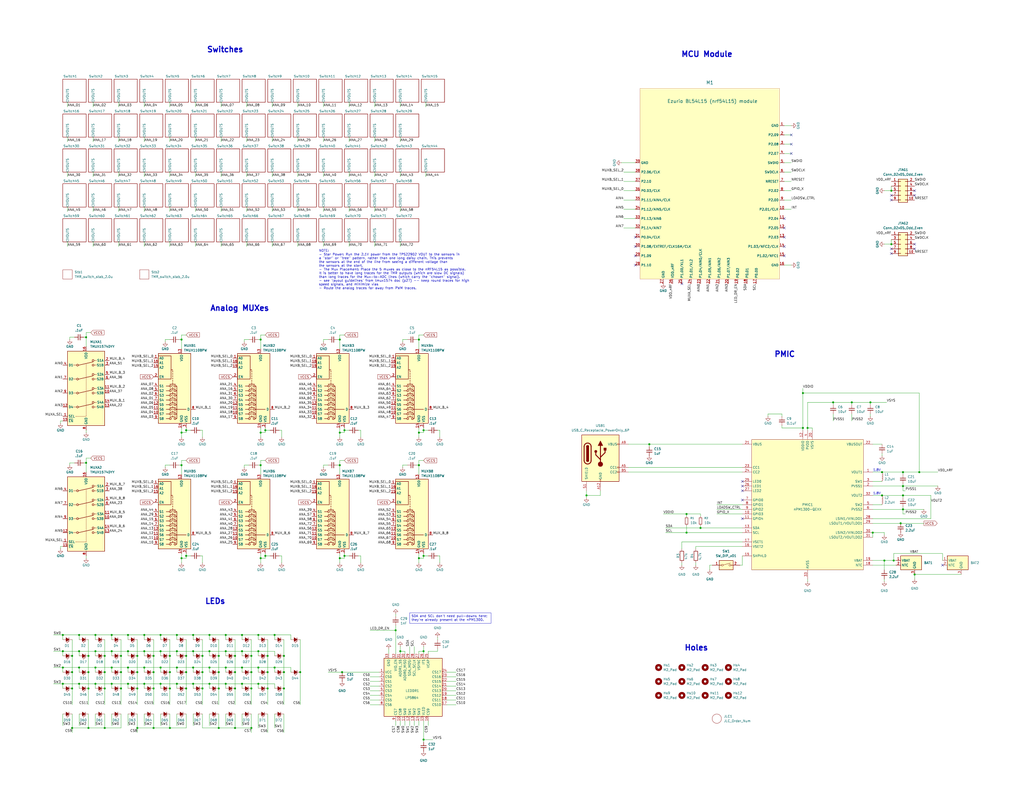
<source format=kicad_sch>
(kicad_sch (version 20250114) (generator "eeschema") (generator_version "9.0")
  (paper "C")
  (text "Holes" (at 373.38 355.6 0) (effects (font (size 3 3) (bold yes)) (justify left bottom)))
  (text "1.8V" (at 478.536 256.794 0) (effects (font (size 1.27 1.27))))
  (text "MCU Module" (at 371.602 31.496 0) (effects (font (size 3 3) (bold yes)) (justify left bottom)))
  (text "Analog MUXes" (at 114.554 170.18 0) (effects (font (size 3 3) (bold yes)) (justify left bottom)))
  (text "LEDs" (at 111.76 330.2 0) (effects (font (size 3 3) (bold yes)) (justify left bottom)))
  (text "PMIC" (at 422.402 195.326 0) (effects (font (size 3 3) (bold yes)) (justify left bottom)))
  (text "NOTE:\n- Star Power: Run the 2.1V power from the TPS22902 VOUT to the sensors in \na \"star\" or \"tree\" pattern, rather than one long daisy chain. This prevents \nthe sensors at the end of the line from seeing a different voltage than \nthe sensors at the start.\n- The Mux Placement: Place the 5 muxes as close to the nRF54L15 as possible. \nIt is better to have long traces for the TMR outputs (which are slow DC signals) \nthan long traces for the Mux-to-ADC lines (which carry the \"chosen\" signal).\n- see 'layout guidelines' from tmux1574 doc (p27) -- keep round traces for high \nspeed signals, and minimize vias\n- Route the analog traces far away from PWM traces.\n" (at 173.99 158.242 0) (effects (font (size 1.27 1.27)) (justify left bottom)))
  (text "Switches" (at 112.776 28.956 0) (effects (font (size 3 3) (bold yes)) (justify left bottom)))
  (text "1.8V" (at 478.536 269.494 0) (effects (font (size 1.27 1.27))))
  (text_box "SDA and SCL don't need pull-downs here; \nthey're already present at the nPM1300.\n" (at 223.52 334.645 0) (size 44.45 5.715) (margins 0.9525 0.9525 0.9525 0.9525) (effects (font (size 1.27 1.27)) (justify left top)))
  (junction (at 142.24 185.42))
  (junction (at 48.26 358.14))
  (junction (at 123.19 373.38))
  (junction (at 144.78 234.95))
  (junction (at 114.3 364.49))
  (junction (at 123.19 364.49))
  (junction (at 83.82 397.51))
  (junction (at 185.42 304.8))
  (junction (at 486.41 104.14))
  (junction (at 132.08 355.6))
  (junction (at 48.26 375.92))
  (junction (at 48.26 397.51))
  (junction (at 137.16 358.14))
  (junction (at 43.18 346.71))
  (junction (at 92.71 397.51))
  (junction (at 39.37 367.03))
  (junction (at 128.27 397.51))
  (junction (at 101.6 303.53))
  (junction (at 92.71 358.14))
  (junction (at 146.05 358.14))
  (junction (at 52.07 364.49))
  (junction (at 96.52 364.49))
  (junction (at 140.97 355.6))
  (junction (at 83.82 367.03))
  (junction (at 34.29 373.38))
  (junction (at 140.97 373.38))
  (junction (at 83.82 375.92))
  (junction (at 39.37 375.92))
  (junction (at 454.66 219.71))
  (junction (at 142.24 304.8))
  (junction (at 96.52 355.6))
  (junction (at 96.52 346.71))
  (junction (at 185.42 254))
  (junction (at 491.49 285.75))
  (junction (at 132.08 373.38))
  (junction (at 114.3 355.6))
  (junction (at 101.6 358.14))
  (junction (at 481.33 270.51))
  (junction (at 110.49 367.03))
  (junction (at 99.06 185.42))
  (junction (at 105.41 373.38))
  (junction (at 128.27 367.03))
  (junction (at 119.38 397.51))
  (junction (at 231.14 234.95))
  (junction (at 57.15 367.03))
  (junction (at 438.15 233.68))
  (junction (at 142.24 254))
  (junction (at 69.85 364.49))
  (junction (at 60.96 355.6))
  (junction (at 132.08 364.49))
  (junction (at 149.86 346.71))
  (junction (at 185.42 236.22))
  (junction (at 99.06 304.8))
  (junction (at 92.71 375.92))
  (junction (at 185.42 185.42))
  (junction (at 83.82 358.14))
  (junction (at 57.15 397.51))
  (junction (at 114.3 373.38))
  (junction (at 60.96 346.71))
  (junction (at 34.29 355.6))
  (junction (at 501.65 257.81))
  (junction (at 187.96 234.95))
  (junction (at 228.6 304.8))
  (junction (at 74.93 397.51))
  (junction (at 105.41 346.71))
  (junction (at 87.63 364.49))
  (junction (at 137.16 367.03))
  (junction (at 487.68 306.07))
  (junction (at 119.38 367.03))
  (junction (at 132.08 346.71))
  (junction (at 34.29 364.49))
  (junction (at 481.33 257.81))
  (junction (at 48.26 367.03))
  (junction (at 87.63 373.38))
  (junction (at 78.74 364.49))
  (junction (at 39.37 397.51))
  (junction (at 87.63 355.6))
  (junction (at 228.6 185.42))
  (junction (at 186.69 367.03))
  (junction (at 46.99 252.73))
  (junction (at 66.04 358.14))
  (junction (at 99.06 254))
  (junction (at 486.41 133.35))
  (junction (at 74.93 375.92))
  (junction (at 69.85 346.71))
  (junction (at 154.94 358.14))
  (junction (at 146.05 367.03))
  (junction (at 137.16 397.51))
  (junction (at 492.76 265.43))
  (junction (at 110.49 358.14))
  (junction (at 146.05 375.92))
  (junction (at 499.11 313.69))
  (junction (at 52.07 355.6))
  (junction (at 163.83 367.03))
  (junction (at 119.38 375.92))
  (junction (at 154.94 367.03))
  (junction (at 101.6 375.92))
  (junction (at 440.69 233.68))
  (junction (at 187.96 303.53))
  (junction (at 123.19 355.6))
  (junction (at 78.74 346.71))
  (junction (at 228.6 254))
  (junction (at 69.85 355.6))
  (junction (at 149.86 364.49))
  (junction (at 105.41 364.49))
  (junction (at 43.18 373.38))
  (junction (at 66.04 367.03))
  (junction (at 320.04 270.51))
  (junction (at 140.97 346.71))
  (junction (at 105.41 355.6))
  (junction (at 137.16 375.92))
  (junction (at 128.27 358.14))
  (junction (at 474.98 219.71))
  (junction (at 123.19 346.71))
  (junction (at 218.44 355.6))
  (junction (at 78.74 373.38))
  (junction (at 154.94 375.92))
  (junction (at 228.6 236.22))
  (junction (at 354.33 242.57))
  (junction (at 374.65 280.67))
  (junction (at 482.6 306.07))
  (junction (at 60.96 364.49))
  (junction (at 110.49 375.92))
  (junction (at 69.85 373.38))
  (junction (at 99.06 236.22))
  (junction (at 46.99 184.15))
  (junction (at 87.63 346.71))
  (junction (at 92.71 367.03))
  (junction (at 74.93 367.03))
  (junction (at 144.78 303.53))
  (junction (at 78.74 355.6))
  (junction (at 34.29 346.71))
  (junction (at 476.25 290.83))
  (junction (at 96.52 373.38))
  (junction (at 464.82 219.71))
  (junction (at 57.15 358.14))
  (junction (at 52.07 346.71))
  (junction (at 114.3 346.71))
  (junction (at 374.65 290.83))
  (junction (at 128.27 375.92))
  (junction (at 39.37 358.14))
  (junction (at 492.76 278.13))
  (junction (at 438.15 214.63))
  (junction (at 119.38 358.14))
  (junction (at 57.15 375.92))
  (junction (at 492.76 257.81))
  (junction (at 231.14 303.53))
  (junction (at 66.04 375.92))
  (junction (at 101.6 367.03))
  (junction (at 52.07 373.38))
  (junction (at 140.97 364.49))
  (junction (at 43.18 364.49))
  (junction (at 101.6 234.95))
  (junction (at 492.76 270.51))
  (junction (at 43.18 355.6))
  (junction (at 231.14 403.86))
  (junction (at 215.9 344.17))
  (junction (at 382.27 288.29))
  (junction (at 60.96 373.38))
  (junction (at 231.14 355.6))
  (junction (at 142.24 236.22))
  (junction (at 74.93 358.14))
  (no_connect (at 405.13 273.05))
  (no_connect (at 346.71 134.62))
  (no_connect (at 372.11 154.94))
  (no_connect (at 427.99 139.7))
  (no_connect (at 427.99 119.38))
  (no_connect (at 499.11 135.89))
  (no_connect (at 427.99 134.62))
  (no_connect (at 486.41 138.43))
  (no_connect (at 431.8 78.74))
  (no_connect (at 346.71 129.54))
  (no_connect (at 514.35 308.61))
  (no_connect (at 486.41 109.22))
  (no_connect (at 346.71 139.7))
  (no_connect (at 499.11 106.68))
  (no_connect (at 405.13 283.21))
  (no_connect (at 405.13 262.89))
  (no_connect (at 499.11 104.14))
  (no_connect (at 431.8 83.82))
  (no_connect (at 486.41 106.68))
  (no_connect (at 427.99 129.54))
  (no_connect (at 405.13 267.97))
  (no_connect (at 346.71 144.78))
  (no_connect (at 431.8 73.66))
  (no_connect (at 405.13 265.43))
  (no_connect (at 486.41 135.89))
  (no_connect (at 427.99 124.46))
  (no_connect (at 499.11 133.35))
  (wire (pts (xy 110.49 234.95) (xy 110.49 238.76)))
  (wire (pts (xy 405.13 303.53) (xy 405.13 308.61)))
  (wire (pts (xy 123.19 389.89) (xy 123.19 396.24)))
  (wire (pts (xy 96.52 373.38) (xy 105.41 373.38)))
  (wire (pts (xy 231.14 403.86) (xy 236.22 403.86)))
  (wire (pts (xy 223.52 393.7) (xy 223.52 396.24)))
  (wire (pts (xy 64.77 74.93) (xy 64.77 77.47)))
  (wire (pts (xy 196.85 303.53) (xy 196.85 307.34)))
  (wire (pts (xy 238.76 234.95) (xy 240.03 234.95)))
  (wire (pts (xy 154.94 375.92) (xy 154.94 384.81)))
  (wire (pts (xy 132.08 355.6) (xy 132.08 358.14)))
  (wire (pts (xy 222.25 254) (xy 219.71 254)))
  (wire (pts (xy 220.98 356.87) (xy 220.98 355.6)))
  (wire (pts (xy 240.03 303.53) (xy 240.03 307.34)))
  (wire (pts (xy 46.99 257.81) (xy 46.99 252.73)))
  (wire (pts (xy 426.72 227.33) (xy 426.72 226.06)))
  (wire (pts (xy 492.76 278.13) (xy 492.76 276.86)))
  (wire (pts (xy 135.89 185.42) (xy 133.35 185.42)))
  (wire (pts (xy 201.93 372.11) (xy 207.01 372.11)))
  (wire (pts (xy 50.8 113.03) (xy 50.8 115.57)))
  (wire (pts (xy 99.06 190.5) (xy 99.06 185.42)))
  (wire (pts (xy 78.74 364.49) (xy 87.63 364.49)))
  (wire (pts (xy 66.04 367.03) (xy 66.04 375.92)))
  (wire (pts (xy 99.06 233.68) (xy 99.06 236.22)))
  (wire (pts (xy 105.41 364.49) (xy 114.3 364.49)))
  (wire (pts (xy 69.85 373.38) (xy 78.74 373.38)))
  (wire (pts (xy 486.41 133.35) (xy 482.6 133.35)))
  (wire (pts (xy 101.6 236.22) (xy 99.06 236.22)))
  (wire (pts (xy 135.89 254) (xy 133.35 254)))
  (wire (pts (xy 464.82 226.06) (xy 464.82 229.87)))
  (wire (pts (xy 476.25 262.89) (xy 481.33 262.89)))
  (wire (pts (xy 34.29 373.38) (xy 43.18 373.38)))
  (wire (pts (xy 231.14 233.68) (xy 231.14 234.95)))
  (wire (pts (xy 176.53 132.08) (xy 176.53 134.62)))
  (wire (pts (xy 120.65 55.88) (xy 120.65 58.42)))
  (wire (pts (xy 78.74 113.03) (xy 78.74 115.57)))
  (wire (pts (xy 363.22 288.29) (xy 382.27 288.29)))
  (wire (pts (xy 218.44 393.7) (xy 218.44 396.24)))
  (wire (pts (xy 87.63 355.6) (xy 96.52 355.6)))
  (wire (pts (xy 52.07 346.71) (xy 52.07 349.25)))
  (wire (pts (xy 60.96 364.49) (xy 69.85 364.49)))
  (wire (pts (xy 231.14 234.95) (xy 231.14 236.22)))
  (wire (pts (xy 149.86 389.89) (xy 149.86 397.51)))
  (wire (pts (xy 218.44 113.03) (xy 218.44 115.57)))
  (wire (pts (xy 482.6 306.07) (xy 482.6 311.15)))
  (wire (pts (xy 87.63 346.71) (xy 96.52 346.71)))
  (wire (pts (xy 176.53 185.42) (xy 176.53 186.69)))
  (wire (pts (xy 34.29 364.49) (xy 34.29 367.03)))
  (wire (pts (xy 144.78 236.22) (xy 142.24 236.22)))
  (wire (pts (xy 78.74 373.38) (xy 87.63 373.38)))
  (wire (pts (xy 492.76 270.51) (xy 508 270.51)))
  (wire (pts (xy 46.99 181.61) (xy 46.99 184.15)))
  (wire (pts (xy 514.35 306.07) (xy 514.35 302.26)))
  (wire (pts (xy 185.42 304.8) (xy 185.42 307.34)))
  (wire (pts (xy 74.93 375.92) (xy 74.93 384.81)))
  (wire (pts (xy 232.41 93.98) (xy 232.41 96.52)))
  (wire (pts (xy 443.23 233.68) (xy 440.69 233.68)))
  (wire (pts (xy 228.6 393.7) (xy 228.6 396.24)))
  (wire (pts (xy 476.25 278.13) (xy 492.76 278.13)))
  (wire (pts (xy 78.74 346.71) (xy 87.63 346.71)))
  (wire (pts (xy 74.93 349.25) (xy 74.93 358.14)))
  (wire (pts (xy 228.6 304.8) (xy 228.6 307.34)))
  (wire (pts (xy 137.16 389.89) (xy 137.16 397.51)))
  (wire (pts (xy 87.63 389.89) (xy 87.63 396.24)))
  (wire (pts (xy 57.15 358.14) (xy 57.15 367.03)))
  (wire (pts (xy 427.99 88.9) (xy 431.8 88.9)))
  (wire (pts (xy 133.35 254) (xy 133.35 255.27)))
  (wire (pts (xy 454.66 219.71) (xy 454.66 220.98)))
  (wire (pts (xy 69.85 346.71) (xy 69.85 349.25)))
  (wire (pts (xy 34.29 355.6) (xy 43.18 355.6)))
  (wire (pts (xy 162.56 113.03) (xy 162.56 115.57)))
  (wire (pts (xy 128.27 367.03) (xy 128.27 375.92)))
  (wire (pts (xy 219.71 185.42) (xy 219.71 186.69)))
  (wire (pts (xy 144.78 251.46) (xy 142.24 251.46)))
  (wire (pts (xy 114.3 355.6) (xy 123.19 355.6)))
  (wire (pts (xy 57.15 375.92) (xy 57.15 384.81)))
  (wire (pts (xy 60.96 373.38) (xy 69.85 373.38)))
  (wire (pts (xy 101.6 251.46) (xy 99.06 251.46)))
  (wire (pts (xy 52.07 355.6) (xy 52.07 358.14)))
  (wire (pts (xy 482.6 306.07) (xy 487.68 306.07)))
  (wire (pts (xy 92.71 113.03) (xy 92.71 115.57)))
  (wire (pts (xy 196.85 234.95) (xy 196.85 238.76)))
  (wire (pts (xy 90.17 254) (xy 90.17 255.27)))
  (wire (pts (xy 33.02 229.87) (xy 33.02 231.14)))
  (wire (pts (xy 215.9 341.63) (xy 215.9 344.17)))
  (wire (pts (xy 379.73 307.34) (xy 379.73 308.61)))
  (wire (pts (xy 187.96 302.26) (xy 187.96 303.53)))
  (wire (pts (xy 149.86 373.38) (xy 149.86 375.92)))
  (wire (pts (xy 382.27 287.02) (xy 382.27 288.29)))
  (wire (pts (xy 201.93 374.65) (xy 207.01 374.65)))
  (wire (pts (xy 128.27 389.89) (xy 128.27 397.51)))
  (wire (pts (xy 114.3 355.6) (xy 114.3 358.14)))
  (wire (pts (xy 132.08 389.89) (xy 132.08 396.24)))
  (wire (pts (xy 43.18 373.38) (xy 52.07 373.38)))
  (wire (pts (xy 99.06 185.42) (xy 97.79 185.42)))
  (wire (pts (xy 60.96 389.89) (xy 60.96 396.24)))
  (wire (pts (xy 50.8 74.93) (xy 50.8 77.47)))
  (wire (pts (xy 391.16 280.67) (xy 405.13 280.67)))
  (wire (pts (xy 340.36 104.14) (xy 346.71 104.14)))
  (wire (pts (xy 153.67 234.95) (xy 153.67 238.76)))
  (wire (pts (xy 186.69 367.03) (xy 207.01 367.03)))
  (wire (pts (xy 134.62 113.03) (xy 134.62 115.57)))
  (wire (pts (xy 374.65 290.83) (xy 405.13 290.83)))
  (wire (pts (xy 354.33 242.57) (xy 405.13 242.57)))
  (wire (pts (xy 101.6 303.53) (xy 104.14 303.53)))
  (wire (pts (xy 101.6 349.25) (xy 101.6 358.14)))
  (wire (pts (xy 144.78 182.88) (xy 142.24 182.88)))
  (wire (pts (xy 29.21 346.71) (xy 34.29 346.71)))
  (wire (pts (xy 176.53 74.93) (xy 176.53 77.47)))
  (wire (pts (xy 105.41 364.49) (xy 105.41 367.03)))
  (wire (pts (xy 440.69 219.71) (xy 454.66 219.71)))
  (wire (pts (xy 228.6 302.26) (xy 228.6 304.8)))
  (wire (pts (xy 66.04 349.25) (xy 66.04 358.14)))
  (wire (pts (xy 228.6 259.08) (xy 228.6 254)))
  (wire (pts (xy 190.5 132.08) (xy 190.5 134.62)))
  (wire (pts (xy 248.92 374.65) (xy 243.84 374.65)))
  (wire (pts (xy 38.1 184.15) (xy 38.1 185.42)))
  (wire (pts (xy 443.23 234.95) (xy 443.23 233.68)))
  (wire (pts (xy 499.11 313.69) (xy 499.11 316.23)))
  (wire (pts (xy 87.63 355.6) (xy 87.63 358.14)))
  (wire (pts (xy 92.71 397.51) (xy 83.82 397.51)))
  (wire (pts (xy 179.07 254) (xy 176.53 254)))
  (wire (pts (xy 427.99 78.74) (xy 431.8 78.74)))
  (wire (pts (xy 96.52 355.6) (xy 105.41 355.6)))
  (wire (pts (xy 372.11 307.34) (xy 372.11 308.61)))
  (wire (pts (xy 346.71 114.3) (xy 340.36 114.3)))
  (wire (pts (xy 64.77 113.03) (xy 64.77 115.57)))
  (wire (pts (xy 133.35 185.42) (xy 133.35 186.69)))
  (wire (pts (xy 142.24 185.42) (xy 140.97 185.42)))
  (wire (pts (xy 87.63 373.38) (xy 96.52 373.38)))
  (wire (pts (xy 152.4 303.53) (xy 153.67 303.53)))
  (wire (pts (xy 222.25 185.42) (xy 219.71 185.42)))
  (wire (pts (xy 491.49 285.75) (xy 504.19 285.75)))
  (wire (pts (xy 92.71 254) (xy 90.17 254)))
  (wire (pts (xy 66.04 397.51) (xy 57.15 397.51)))
  (wire (pts (xy 218.44 55.88) (xy 218.44 58.42)))
  (wire (pts (xy 106.68 74.93) (xy 106.68 77.47)))
  (wire (pts (xy 83.82 358.14) (xy 83.82 367.03)))
  (wire (pts (xy 49.53 181.61) (xy 46.99 181.61)))
  (wire (pts (xy 52.07 346.71) (xy 60.96 346.71)))
  (wire (pts (xy 426.72 226.06) (xy 419.1 226.06)))
  (wire (pts (xy 106.68 55.88) (xy 106.68 58.42)))
  (wire (pts (xy 163.83 367.03) (xy 163.83 384.81)))
  (wire (pts (xy 228.6 355.6) (xy 231.14 355.6)))
  (wire (pts (xy 231.14 355.6) (xy 231.14 356.87)))
  (wire (pts (xy 212.09 354.33) (xy 212.09 356.87)))
  (wire (pts (xy 92.71 132.08) (xy 92.71 134.62)))
  (wire (pts (xy 34.29 364.49) (xy 43.18 364.49)))
  (wire (pts (xy 427.99 99.06) (xy 431.8 99.06)))
  (wire (pts (xy 201.93 379.73) (xy 207.01 379.73)))
  (wire (pts (xy 153.67 303.53) (xy 153.67 307.34)))
  (wire (pts (xy 228.6 185.42) (xy 227.33 185.42)))
  (wire (pts (xy 142.24 233.68) (xy 142.24 236.22)))
  (wire (pts (xy 96.52 364.49) (xy 105.41 364.49)))
  (wire (pts (xy 109.22 234.95) (xy 110.49 234.95)))
  (wire (pts (xy 201.93 377.19) (xy 207.01 377.19)))
  (wire (pts (xy 144.78 234.95) (xy 147.32 234.95)))
  (wire (pts (xy 36.83 113.03) (xy 36.83 115.57)))
  (wire (pts (xy 132.08 373.38) (xy 132.08 375.92)))
  (wire (pts (xy 34.29 389.89) (xy 34.29 396.24)))
  (wire (pts (xy 382.27 280.67) (xy 382.27 281.94)))
  (wire (pts (xy 78.74 93.98) (xy 78.74 96.52)))
  (wire (pts (xy 231.14 304.8) (xy 228.6 304.8)))
  (wire (pts (xy 148.59 93.98) (xy 148.59 96.52)))
  (wire (pts (xy 105.41 346.71) (xy 114.3 346.71)))
  (wire (pts (xy 327.66 267.97) (xy 327.66 270.51)))
  (wire (pts (xy 340.36 99.06) (xy 346.71 99.06)))
  (wire (pts (xy 137.16 358.14) (xy 137.16 367.03)))
  (wire (pts (xy 105.41 355.6) (xy 114.3 355.6)))
  (wire (pts (xy 110.49 303.53) (xy 110.49 307.34)))
  (wire (pts (xy 144.78 302.26) (xy 144.78 303.53)))
  (wire (pts (xy 34.29 373.38) (xy 34.29 375.92)))
  (wire (pts (xy 132.08 346.71) (xy 140.97 346.71)))
  (wire (pts (xy 83.82 349.25) (xy 83.82 358.14)))
  (wire (pts (xy 474.98 219.71) (xy 483.87 219.71)))
  (wire (pts (xy 187.96 236.22) (xy 185.42 236.22)))
  (wire (pts (xy 99.06 251.46) (xy 99.06 254)))
  (wire (pts (xy 187.96 234.95) (xy 187.96 236.22)))
  (wire (pts (xy 204.47 55.88) (xy 204.47 58.42)))
  (wire (pts (xy 96.52 346.71) (xy 96.52 349.25)))
  (wire (pts (xy 374.65 287.02) (xy 374.65 290.83)))
  (wire (pts (xy 382.27 288.29) (xy 405.13 288.29)))
  (wire (pts (xy 240.03 234.95) (xy 240.03 238.76)))
  (wire (pts (xy 142.24 251.46) (xy 142.24 254)))
  (wire (pts (xy 354.33 242.57) (xy 354.33 243.84)))
  (wire (pts (xy 201.93 369.57) (xy 207.01 369.57)))
  (wire (pts (xy 123.19 346.71) (xy 123.19 349.25)))
  (wire (pts (xy 105.41 355.6) (xy 105.41 358.14)))
  (wire (pts (xy 134.62 93.98) (xy 134.62 96.52)))
  (wire (pts (xy 46.99 189.23) (xy 46.99 184.15)))
  (wire (pts (xy 187.96 251.46) (xy 185.42 251.46)))
  (wire (pts (xy 140.97 346.71) (xy 140.97 349.25)))
  (wire (pts (xy 99.06 304.8) (xy 99.06 307.34)))
  (wire (pts (xy 40.64 184.15) (xy 38.1 184.15)))
  (wire (pts (xy 148.59 55.88) (xy 148.59 58.42)))
  (wire (pts (xy 114.3 364.49) (xy 114.3 367.03)))
  (wire (pts (xy 440.69 233.68) (xy 440.69 219.71)))
  (wire (pts (xy 119.38 349.25) (xy 119.38 358.14)))
  (wire (pts (xy 231.14 182.88) (xy 228.6 182.88)))
  (wire (pts (xy 419.1 226.06) (xy 419.1 227.33)))
  (wire (pts (xy 427.99 83.82) (xy 431.8 83.82)))
  (wire (pts (xy 46.99 252.73) (xy 45.72 252.73)))
  (wire (pts (xy 57.15 397.51) (xy 48.26 397.51)))
  (wire (pts (xy 152.4 234.95) (xy 153.67 234.95)))
  (wire (pts (xy 36.83 55.88) (xy 36.83 58.42)))
  (wire (pts (xy 243.84 367.03) (xy 248.92 367.03)))
  (wire (pts (xy 110.49 349.25) (xy 110.49 358.14)))
  (wire (pts (xy 43.18 346.71) (xy 52.07 346.71)))
  (wire (pts (xy 438.15 233.68) (xy 426.72 233.68)))
  (wire (pts (xy 69.85 355.6) (xy 69.85 358.14)))
  (wire (pts (xy 110.49 389.89) (xy 110.49 397.51)))
  (wire (pts (xy 492.76 267.97) (xy 492.76 265.43)))
  (wire (pts (xy 427.99 73.66) (xy 431.8 73.66)))
  (wire (pts (xy 99.06 182.88) (xy 99.06 185.42)))
  (wire (pts (xy 233.68 356.87) (xy 233.68 355.6)))
  (wire (pts (xy 486.41 104.14) (xy 482.6 104.14)))
  (wire (pts (xy 231.14 353.06) (xy 231.14 355.6)))
  (wire (pts (xy 476.25 290.83) (xy 476.25 293.37)))
  (wire (pts (xy 218.44 353.06) (xy 218.44 355.6)))
  (wire (pts (xy 92.71 349.25) (xy 92.71 358.14)))
  (wire (pts (xy 248.92 369.57) (xy 243.84 369.57)))
  (wire (pts (xy 92.71 55.88) (xy 92.71 58.42)))
  (wire (pts (xy 427.99 114.3) (xy 431.8 114.3)))
  (wire (pts (xy 99.06 254) (xy 97.79 254)))
  (wire (pts (xy 231.14 302.26) (xy 231.14 303.53)))
  (wire (pts (xy 405.13 298.45) (xy 379.73 298.45)))
  (wire (pts (xy 228.6 182.88) (xy 228.6 185.42)))
  (wire (pts (xy 48.26 389.89) (xy 48.26 397.51)))
  (wire (pts (xy 218.44 132.08) (xy 218.44 134.62)))
  (wire (pts (xy 474.98 226.06) (xy 474.98 227.33)))
  (wire (pts (xy 179.07 185.42) (xy 176.53 185.42)))
  (wire (pts (xy 427.99 144.78) (xy 431.8 144.78)))
  (wire (pts (xy 78.74 355.6) (xy 78.74 358.14)))
  (wire (pts (xy 52.07 389.89) (xy 52.07 396.24)))
  (wire (pts (xy 185.42 251.46) (xy 185.42 254)))
  (wire (pts (xy 39.37 375.92) (xy 39.37 384.81)))
  (wire (pts (xy 187.96 182.88) (xy 185.42 182.88)))
  (wire (pts (xy 83.82 397.51) (xy 74.93 397.51)))
  (wire (pts (xy 140.97 373.38) (xy 140.97 375.92)))
  (wire (pts (xy 158.75 346.71) (xy 158.75 349.25)))
  (wire (pts (xy 492.76 257.81) (xy 492.76 259.08)))
  (wire (pts (xy 185.42 190.5) (xy 185.42 185.42)))
  (wire (pts (xy 248.92 384.81) (xy 243.84 384.81)))
  (wire (pts (xy 154.94 349.25) (xy 154.94 358.14)))
  (wire (pts (xy 204.47 132.08) (xy 204.47 134.62)))
  (wire (pts (xy 492.76 270.51) (xy 492.76 271.78)))
  (wire (pts (xy 43.18 389.89) (xy 43.18 396.24)))
  (wire (pts (xy 481.33 257.81) (xy 492.76 257.81)))
  (wire (pts (xy 105.41 373.38) (xy 105.41 375.92)))
  (wire (pts (xy 39.37 389.89) (xy 39.37 397.51)))
  (wire (pts (xy 134.62 132.08) (xy 134.62 134.62)))
  (wire (pts (xy 140.97 355.6) (xy 140.97 358.14)))
  (wire (pts (xy 78.74 55.88) (xy 78.74 58.42)))
  (wire (pts (xy 92.71 375.92) (xy 92.71 384.81)))
  (wire (pts (xy 228.6 251.46) (xy 228.6 254)))
  (wire (pts (xy 48.26 358.14) (xy 48.26 367.03)))
  (wire (pts (xy 492.76 265.43) (xy 511.81 265.43)))
  (wire (pts (xy 149.86 364.49) (xy 149.86 367.03)))
  (wire (pts (xy 176.53 93.98) (xy 176.53 96.52)))
  (wire (pts (xy 476.25 242.57) (xy 481.33 242.57)))
  (wire (pts (xy 87.63 373.38) (xy 87.63 375.92)))
  (wire (pts (xy 501.65 214.63) (xy 438.15 214.63)))
  (wire (pts (xy 132.08 373.38) (xy 140.97 373.38)))
  (wire (pts (xy 476.25 275.59) (xy 481.33 275.59)))
  (wire (pts (xy 101.6 234.95) (xy 104.14 234.95)))
  (wire (pts (xy 74.93 358.14) (xy 74.93 367.03)))
  (wire (pts (xy 92.71 93.98) (xy 92.71 96.52)))
  (wire (pts (xy 48.26 349.25) (xy 48.26 358.14)))
  (wire (pts (xy 142.24 236.22) (xy 142.24 238.76)))
  (wire (pts (xy 83.82 389.89) (xy 83.82 397.51)))
  (wire (pts (xy 96.52 355.6) (xy 96.52 358.14)))
  (wire (pts (xy 195.58 303.53) (xy 196.85 303.53)))
  (wire (pts (xy 90.17 185.42) (xy 90.17 186.69)))
  (wire (pts (xy 231.14 303.53) (xy 233.68 303.53)))
  (wire (pts (xy 185.42 254) (xy 184.15 254)))
  (wire (pts (xy 218.44 93.98) (xy 218.44 96.52)))
  (wire (pts (xy 187.96 233.68) (xy 187.96 234.95)))
  (wire (pts (xy 46.99 234.95) (xy 46.99 236.22)))
  (wire (pts (xy 140.97 364.49) (xy 140.97 367.03)))
  (wire (pts (xy 185.42 185.42) (xy 184.15 185.42)))
  (wire (pts (xy 29.21 355.6) (xy 34.29 355.6)))
  (wire (pts (xy 363.22 290.83) (xy 374.65 290.83)))
  (wire (pts (xy 231.14 234.95) (xy 233.68 234.95)))
  (wire (pts (xy 372.11 295.91) (xy 372.11 299.72)))
  (wire (pts (xy 114.3 346.71) (xy 114.3 349.25)))
  (wire (pts (xy 231.14 236.22) (xy 228.6 236.22)))
  (wire (pts (xy 128.27 375.92) (xy 128.27 384.81)))
  (wire (pts (xy 119.38 389.89) (xy 119.38 397.51)))
  (wire (pts (xy 96.52 389.89) (xy 96.52 396.24)))
  (wire (pts (xy 142.24 254) (xy 140.97 254)))
  (wire (pts (xy 440.69 316.23) (xy 440.69 317.5)))
  (wire (pts (xy 204.47 74.93) (xy 204.47 77.47)))
  (wire (pts (xy 426.72 233.68) (xy 426.72 232.41)))
  (wire (pts (xy 176.53 55.88) (xy 176.53 58.42)))
  (wire (pts (xy 162.56 132.08) (xy 162.56 134.62)))
  (wire (pts (xy 106.68 93.98) (xy 106.68 96.52)))
  (wire (pts (xy 220.98 355.6) (xy 218.44 355.6)))
  (wire (pts (xy 87.63 364.49) (xy 96.52 364.49)))
  (wire (pts (xy 149.86 364.49) (xy 158.75 364.49)))
  (wire (pts (xy 320.04 267.97) (xy 320.04 270.51)))
  (wire (pts (xy 346.71 124.46) (xy 340.36 124.46)))
  (wire (pts (xy 248.92 377.19) (xy 243.84 377.19)))
  (wire (pts (xy 391.16 275.59) (xy 405.13 275.59)))
  (wire (pts (xy 78.74 346.71) (xy 78.74 349.25)))
  (wire (pts (xy 101.6 233.68) (xy 101.6 234.95)))
  (wire (pts (xy 99.06 236.22) (xy 99.06 238.76)))
  (wire (pts (xy 140.97 355.6) (xy 149.86 355.6)))
  (wire (pts (xy 204.47 93.98) (xy 204.47 96.52)))
  (wire (pts (xy 486.41 130.81) (xy 486.41 133.35)))
  (wire (pts (xy 29.21 364.49) (xy 34.29 364.49)))
  (wire (pts (xy 43.18 355.6) (xy 43.18 358.14)))
  (wire (pts (xy 39.37 397.51) (xy 39.37 400.05)))
  (wire (pts (xy 342.9 255.27) (xy 405.13 255.27)))
  (wire (pts (xy 132.08 364.49) (xy 132.08 367.03)))
  (wire (pts (xy 464.82 219.71) (xy 464.82 220.98)))
  (wire (pts (xy 427.99 104.14) (xy 431.8 104.14)))
  (wire (pts (xy 185.42 259.08) (xy 185.42 254)))
  (wire (pts (xy 494.03 267.97) (xy 492.76 267.97)))
  (wire (pts (xy 87.63 364.49) (xy 87.63 367.03)))
  (wire (pts (xy 387.35 308.61) (xy 387.35 311.15)))
  (wire (pts (xy 101.6 303.53) (xy 101.6 304.8)))
  (wire (pts (xy 187.96 304.8) (xy 185.42 304.8)))
  (wire (pts (xy 83.82 375.92) (xy 83.82 384.81)))
  (wire (pts (xy 388.62 308.61) (xy 387.35 308.61)))
  (wire (pts (xy 501.65 257.81) (xy 511.81 257.81)))
  (wire (pts (xy 231.14 393.7) (xy 231.14 403.86)))
  (wire (pts (xy 144.78 303.53) (xy 144.78 304.8)))
  (wire (pts (xy 190.5 113.03) (xy 190.5 115.57)))
  (wire (pts (xy 176.53 254) (xy 176.53 255.27)))
  (wire (pts (xy 486.41 101.6) (xy 486.41 104.14)))
  (wire (pts (xy 140.97 346.71) (xy 149.86 346.71)))
  (wire (pts (xy 92.71 358.14) (xy 92.71 367.03)))
  (wire (pts (xy 52.07 373.38) (xy 52.07 375.92)))
  (wire (pts (xy 187.96 234.95) (xy 190.5 234.95)))
  (wire (pts (xy 179.07 367.03) (xy 186.69 367.03)))
  (wire (pts (xy 149.86 346.71) (xy 149.86 349.25)))
  (wire (pts (xy 43.18 364.49) (xy 52.07 364.49)))
  (wire (pts (xy 36.83 132.08) (xy 36.83 134.62)))
  (wire (pts (xy 476.25 308.61) (xy 488.95 308.61)))
  (wire (pts (xy 96.52 373.38) (xy 96.52 375.92)))
  (wire (pts (xy 231.14 251.46) (xy 228.6 251.46)))
  (wire (pts (xy 132.08 346.71) (xy 132.08 349.25)))
  (wire (pts (xy 114.3 373.38) (xy 123.19 373.38)))
  (wire (pts (xy 114.3 389.89) (xy 114.3 396.24)))
  (wire (pts (xy 228.6 190.5) (xy 228.6 185.42)))
  (wire (pts (xy 38.1 252.73) (xy 38.1 254)))
  (wire (pts (xy 119.38 367.03) (xy 119.38 375.92)))
  (wire (pts (xy 342.9 257.81) (xy 405.13 257.81)))
  (wire (pts (xy 374.65 280.67) (xy 374.65 281.94)))
  (wire (pts (xy 481.33 270.51) (xy 492.76 270.51)))
  (wire (pts (xy 231.14 303.53) (xy 231.14 304.8)))
  (wire (pts (xy 109.22 303.53) (xy 110.49 303.53)))
  (wire (pts (xy 99.06 259.08) (xy 99.06 254)))
  (wire (pts (xy 39.37 349.25) (xy 39.37 358.14)))
  (wire (pts (xy 176.53 113.03) (xy 176.53 115.57)))
  (wire (pts (xy 101.6 375.92) (xy 101.6 384.81)))
  (wire (pts (xy 144.78 234.95) (xy 144.78 236.22)))
  (wire (pts (xy 39.37 358.14) (xy 39.37 367.03)))
  (wire (pts (xy 114.3 364.49) (xy 123.19 364.49)))
  (wire (pts (xy 114.3 346.71) (xy 123.19 346.71)))
  (wire (pts (xy 215.9 335.28) (xy 215.9 336.55)))
  (wire (pts (xy 105.41 389.89) (xy 105.41 396.24)))
  (wire (pts (xy 149.86 346.71) (xy 158.75 346.71)))
  (wire (pts (xy 454.66 219.71) (xy 464.82 219.71)))
  (wire (pts (xy 78.74 74.93) (xy 78.74 77.47)))
  (wire (pts (xy 476.25 290.83) (xy 482.6 290.83)))
  (wire (pts (xy 34.29 229.87) (xy 33.02 229.87)))
  (wire (pts (xy 233.68 355.6) (xy 238.76 355.6)))
  (wire (pts (xy 34.29 298.45) (xy 33.02 298.45)))
  (wire (pts (xy 148.59 132.08) (xy 148.59 134.62)))
  (wire (pts (xy 43.18 346.71) (xy 43.18 349.25)))
  (wire (pts (xy 190.5 55.88) (xy 190.5 58.42)))
  (wire (pts (xy 123.19 346.71) (xy 132.08 346.71)))
  (wire (pts (xy 57.15 389.89) (xy 57.15 397.51)))
  (wire (pts (xy 128.27 349.25) (xy 128.27 358.14)))
  (wire (pts (xy 106.68 132.08) (xy 106.68 134.62)))
  (wire (pts (xy 248.92 372.11) (xy 243.84 372.11)))
  (wire (pts (xy 128.27 397.51) (xy 137.16 397.51)))
  (wire (pts (xy 120.65 113.03) (xy 120.65 115.57)))
  (wire (pts (xy 154.94 389.89) (xy 154.94 400.05)))
  (wire (pts (xy 482.6 316.23) (xy 482.6 317.5)))
  (wire (pts (xy 64.77 55.88) (xy 64.77 58.42)))
  (wire (pts (xy 185.42 233.68) (xy 185.42 236.22)))
  (wire (pts (xy 487.68 302.26) (xy 487.68 306.07)))
  (wire (pts (xy 405.13 308.61) (xy 403.86 308.61)))
  (wire (pts (xy 187.96 303.53) (xy 190.5 303.53)))
  (wire (pts (xy 132.08 364.49) (xy 140.97 364.49)))
  (wire (pts (xy 492.76 265.43) (xy 492.76 264.16)))
  (wire (pts (xy 50.8 132.08) (xy 50.8 134.62)))
  (wire (pts (xy 320.04 270.51) (xy 327.66 270.51)))
  (wire (pts (xy 144.78 233.68) (xy 144.78 234.95)))
  (wire (pts (xy 233.68 393.7) (xy 233.68 396.24)))
  (wire (pts (xy 476.25 257.81) (xy 481.33 257.81)))
  (wire (pts (xy 69.85 346.71) (xy 78.74 346.71)))
  (wire (pts (xy 92.71 389.89) (xy 92.71 397.51)))
  (wire (pts (xy 46.99 184.15) (xy 45.72 184.15)))
  (wire (pts (xy 43.18 355.6) (xy 52.07 355.6)))
  (wire (pts (xy 50.8 93.98) (xy 50.8 96.52)))
  (wire (pts (xy 78.74 373.38) (xy 78.74 375.92)))
  (wire (pts (xy 57.15 349.25) (xy 57.15 358.14)))
  (wire (pts (xy 215.9 344.17) (xy 215.9 356.87)))
  (wire (pts (xy 78.74 389.89) (xy 78.74 396.24)))
  (wire (pts (xy 494.03 280.67) (xy 492.76 280.67)))
  (wire (pts (xy 60.96 355.6) (xy 60.96 358.14)))
  (wire (pts (xy 33.02 298.45) (xy 33.02 299.72)))
  (wire (pts (xy 248.92 382.27) (xy 243.84 382.27)))
  (wire (pts (xy 60.96 346.71) (xy 60.96 349.25)))
  (wire (pts (xy 57.15 367.03) (xy 57.15 375.92)))
  (wire (pts (xy 228.6 233.68) (xy 228.6 236.22)))
  (wire (pts (xy 137.16 375.92) (xy 137.16 384.81)))
  (wire (pts (xy 405.13 295.91) (xy 372.11 295.91)))
  (wire (pts (xy 101.6 358.14) (xy 101.6 367.03)))
  (wire (pts (xy 132.08 355.6) (xy 140.97 355.6)))
  (wire (pts (xy 43.18 373.38) (xy 43.18 375.92)))
  (wire (pts (xy 201.93 344.17) (xy 215.9 344.17)))
  (wire (pts (xy 96.52 364.49) (xy 96.52 367.03)))
  (wire (pts (xy 74.93 389.89) (xy 74.93 397.51)))
  (wire (pts (xy 40.64 252.73) (xy 38.1 252.73)))
  (wire (pts (xy 142.24 304.8) (xy 142.24 307.34)))
  (wire (pts (xy 60.96 346.71) (xy 69.85 346.71)))
  (wire (pts (xy 163.83 349.25) (xy 163.83 367.03)))
  (wire (pts (xy 66.04 375.92) (xy 66.04 384.81)))
  (wire (pts (xy 238.76 303.53) (xy 240.03 303.53)))
  (wire (pts (xy 148.59 74.93) (xy 148.59 77.47)))
  (wire (pts (xy 223.52 353.06) (xy 223.52 356.87)))
  (wire (pts (xy 514.35 302.26) (xy 487.68 302.26)))
  (wire (pts (xy 187.96 303.53) (xy 187.96 304.8)))
  (wire (pts (xy 78.74 364.49) (xy 78.74 367.03)))
  (wire (pts (xy 110.49 397.51) (xy 119.38 397.51)))
  (wire (pts (xy 64.77 93.98) (xy 64.77 96.52)))
  (wire (pts (xy 96.52 346.71) (xy 105.41 346.71)))
  (wire (pts (xy 140.97 364.49) (xy 149.86 364.49)))
  (wire (pts (xy 110.49 375.92) (xy 110.49 384.81)))
  (wire (pts (xy 123.19 364.49) (xy 123.19 367.03)))
  (wire (pts (xy 492.76 280.67) (xy 492.76 278.13)))
  (wire (pts (xy 142.24 182.88) (xy 142.24 185.42)))
  (wire (pts (xy 52.07 355.6) (xy 60.96 355.6)))
  (wire (pts (xy 110.49 358.14) (xy 110.49 367.03)))
  (wire (pts (xy 119.38 358.14) (xy 119.38 367.03)))
  (wire (pts (xy 50.8 55.88) (xy 50.8 58.42)))
  (wire (pts (xy 78.74 132.08) (xy 78.74 134.62)))
  (wire (pts (xy 49.53 250.19) (xy 46.99 250.19)))
  (wire (pts (xy 476.25 270.51) (xy 481.33 270.51)))
  (wire (pts (xy 69.85 389.89) (xy 69.85 396.24)))
  (wire (pts (xy 60.96 355.6) (xy 69.85 355.6)))
  (wire (pts (xy 474.98 219.71) (xy 474.98 220.98)))
  (wire (pts (xy 52.07 364.49) (xy 60.96 364.49)))
  (wire (pts (xy 140.97 373.38) (xy 149.86 373.38)))
  (wire (pts (xy 218.44 355.6) (xy 218.44 356.87)))
  (wire (pts (xy 438.15 212.09) (xy 438.15 214.63)))
  (wire (pts (xy 128.27 358.14) (xy 128.27 367.03)))
  (wire (pts (xy 144.78 303.53) (xy 147.32 303.53)))
  (wire (pts (xy 34.29 346.71) (xy 43.18 346.71)))
  (wire (pts (xy 144.78 304.8) (xy 142.24 304.8)))
  (wire (pts (xy 476.25 265.43) (xy 492.76 265.43)))
  (wire (pts (xy 92.71 367.03) (xy 92.71 375.92)))
  (wire (pts (xy 487.68 306.07) (xy 488.95 306.07)))
  (wire (pts (xy 201.93 384.81) (xy 207.01 384.81)))
  (wire (pts (xy 361.95 280.67) (xy 374.65 280.67)))
  (wire (pts (xy 36.83 93.98) (xy 36.83 96.52)))
  (wire (pts (xy 158.75 364.49) (xy 158.75 367.03)))
  (wire (pts (xy 60.96 364.49) (xy 60.96 367.03)))
  (wire (pts (xy 481.33 247.65) (xy 481.33 248.92)))
  (wire (pts (xy 162.56 55.88) (xy 162.56 58.42)))
  (wire (pts (xy 99.06 302.26) (xy 99.06 304.8)))
  (wire (pts (xy 119.38 397.51) (xy 128.27 397.51)))
  (wire (pts (xy 492.76 278.13) (xy 504.19 278.13)))
  (wire (pts (xy 482.6 290.83) (xy 482.6 292.1)))
  (wire (pts (xy 204.47 113.03) (xy 204.47 115.57)))
  (wire (pts (xy 501.65 257.81) (xy 501.65 214.63)))
  (wire (pts (xy 320.04 270.51) (xy 320.04 271.78)))
  (wire (pts (xy 162.56 93.98) (xy 162.56 96.52)))
  (wire (pts (xy 140.97 389.89) (xy 140.97 397.51)))
  (wire (pts (xy 440.69 234.95) (xy 440.69 233.68)))
  (wire (pts (xy 464.82 219.71) (xy 474.98 219.71)))
  (wire (pts (xy 499.11 313.69) (xy 524.51 313.69)))
  (wire (pts (xy 146.05 375.92) (xy 146.05 384.81)))
  (wire (pts (xy 185.42 182.88) (xy 185.42 185.42)))
  (wire (pts (xy 92.71 74.93) (xy 92.71 77.47)))
  (wire (pts (xy 476.25 283.21) (xy 508 283.21)))
  (wire (pts (xy 146.05 349.25) (xy 146.05 358.14)))
  (wire (pts (xy 46.99 303.53) (xy 46.99 304.8)))
  (wire (pts (xy 190.5 74.93) (xy 190.5 77.47)))
  (wire (pts (xy 492.76 257.81) (xy 501.65 257.81)))
  (wire (pts (xy 101.6 234.95) (xy 101.6 236.22)))
  (wire (pts (xy 34.29 346.71) (xy 34.29 349.25)))
  (wire (pts (xy 101.6 304.8) (xy 99.06 304.8)))
  (wire (pts (xy 201.93 382.27) (xy 207.01 382.27)))
  (wire (pts (xy 78.74 355.6) (xy 87.63 355.6)))
  (wire (pts (xy 48.26 397.51) (xy 39.37 397.51)))
  (wire (pts (xy 476.25 306.07) (xy 482.6 306.07)))
  (wire (pts (xy 48.26 367.03) (xy 48.26 375.92)))
  (wire (pts (xy 218.44 74.93) (xy 218.44 77.47)))
  (wire (pts (xy 162.56 74.93) (xy 162.56 77.47)))
  (wire (pts (xy 391.16 278.13) (xy 405.13 278.13)))
  (wire (pts (xy 232.41 55.88) (xy 232.41 58.42)))
  (wire (pts (xy 123.19 373.38) (xy 132.08 373.38)))
  (wire (pts (xy 220.98 393.7) (xy 220.98 396.24)))
  (wire (pts (xy 101.6 302.26) (xy 101.6 303.53)))
  (wire (pts (xy 374.65 280.67) (xy 382.27 280.67)))
  (wire (pts (xy 60.96 373.38) (xy 60.96 375.92)))
  (wire (pts (xy 146.05 367.03) (xy 146.05 375.92)))
  (wire (pts (xy 137.16 349.25) (xy 137.16 358.14)))
  (wire (pts (xy 154.94 367.03) (xy 154.94 375.92)))
  (wire (pts (xy 226.06 353.06) (xy 226.06 356.87)))
  (wire (pts (xy 52.07 373.38) (xy 60.96 373.38)))
  (wire (pts (xy 438.15 234.95) (xy 438.15 233.68)))
  (wire (pts (xy 339.09 88.9) (xy 346.71 88.9)))
  (wire (pts (xy 342.9 242.57) (xy 354.33 242.57)))
  (wire (pts (xy 149.86 355.6) (xy 149.86 358.14)))
  (wire (pts (xy 238.76 347.98) (xy 238.76 349.25)))
  (wire (pts (xy 137.16 397.51) (xy 137.16 400.05)))
  (wire (pts (xy 379.73 298.45) (xy 379.73 299.72)))
  (wire (pts (xy 137.16 367.03) (xy 137.16 375.92)))
  (wire (pts (xy 66.04 358.14) (xy 66.04 367.03)))
  (wire (pts (xy 134.62 74.93) (xy 134.62 77.47)))
  (wire (pts (xy 69.85 364.49) (xy 78.74 364.49)))
  (wire (pts (xy 48.26 375.92) (xy 48.26 384.81)))
  (wire (pts (xy 142.24 259.08) (xy 142.24 254)))
  (wire (pts (xy 43.18 364.49) (xy 43.18 367.03)))
  (wire (pts (xy 148.59 113.03) (xy 148.59 115.57)))
  (wire (pts (xy 427.99 68.58) (xy 431.8 68.58)))
  (wire (pts (xy 190.5 93.98) (xy 190.5 96.52)))
  (wire (pts (xy 64.77 132.08) (xy 64.77 134.62)))
  (wire (pts (xy 185.42 302.26) (xy 185.42 304.8)))
  (wire (pts (xy 427.99 93.98) (xy 431.8 93.98)))
  (wire (pts (xy 248.92 379.73) (xy 243.84 379.73)))
  (wire (pts (xy 83.82 367.03) (xy 83.82 375.92)))
  (wire (pts (xy 29.21 373.38) (xy 34.29 373.38)))
  (wire (pts (xy 34.29 355.6) (xy 34.29 358.14)))
  (wire (pts (xy 39.37 367.03) (xy 39.37 375.92)))
  (wire (pts (xy 87.63 346.71) (xy 87.63 349.25)))
  (wire (pts (xy 120.65 93.98) (xy 120.65 96.52)))
  (wire (pts (xy 476.25 285.75) (xy 491.49 285.75)))
  (wire (pts (xy 69.85 364.49) (xy 69.85 367.03)))
  (wire (pts (xy 219.71 254) (xy 219.71 255.27)))
  (wire (pts (xy 146.05 389.89) (xy 146.05 400.05)))
  (wire (pts (xy 101.6 389.89) (xy 101.6 397.51)))
  (wire (pts (xy 69.85 355.6) (xy 78.74 355.6)))
  (wire (pts (xy 228.6 356.87) (xy 228.6 355.6)))
  (wire (pts (xy 454.66 226.06) (xy 454.66 229.87)))
  (wire (pts (xy 101.6 182.88) (xy 99.06 182.88)))
  (wire (pts (xy 231.14 403.86) (xy 231.14 405.13)))
  (wire (pts (xy 226.06 393.7) (xy 226.06 396.24)))
  (wire (pts (xy 69.85 373.38) (xy 69.85 375.92)))
  (wire (pts (xy 101.6 397.51) (xy 92.71 397.51)))
  (wire (pts (xy 228.6 236.22) (xy 228.6 238.76)))
  (wire (pts (xy 427.99 109.22) (xy 431.8 109.22)))
  (wire (pts (xy 238.76 355.6) (xy 238.76 354.33)))
  (wire (pts (xy 120.65 74.93) (xy 120.65 77.47)))
  (wire (pts (xy 438.15 214.63) (xy 438.15 233.68)))
  (wire (pts (xy 74.93 397.51) (xy 74.93 400.05)))
  (wire (pts (xy 340.36 93.98) (xy 346.71 93.98)))
  (wire (pts (xy 215.9 393.7) (xy 215.9 396.24)))
  (wire (pts (xy 185.42 236.22) (xy 185.42 238.76)))
  (wire (pts (xy 195.58 234.95) (xy 196.85 234.95)))
  (wire (pts (xy 92.71 185.42) (xy 90.17 185.42)))
  (wire (pts (xy 142.24 302.26) (xy 142.24 304.8)))
  (wire (pts (xy 114.3 373.38) (xy 114.3 375.92)))
  (wire (pts (xy 346.71 109.22) (xy 340.36 109.22)))
  (wire (pts (xy 123.19 373.38) (xy 123.19 375.92)))
  (wire (pts (xy 36.83 74.93) (xy 36.83 77.47)))
  (wire (pts (xy 508 270.51) (xy 508 283.21)))
  (wire (pts (xy 142.24 190.5) (xy 142.24 185.42)))
  (wire (pts (xy 346.71 119.38) (xy 340.36 119.38)))
  (wire (pts (xy 120.65 132.08) (xy 120.65 134.62)))
  (wire (pts (xy 66.04 389.89) (xy 66.04 397.51)))
  (wire (pts (xy 123.19 355.6) (xy 123.19 358.14)))
  (wire (pts (xy 119.38 375.92) (xy 119.38 384.81)))
  (wire (pts (xy 110.49 367.03) (xy 110.49 375.92)))
  (wire (pts (xy 101.6 367.03) (xy 101.6 375.92)))
  (wire (pts (xy 105.41 346.71) (xy 105.41 349.25)))
  (wire (pts (xy 74.93 367.03) (xy 74.93 375.92)))
  (wire (pts (xy 105.41 373.38) (xy 114.3 373.38)))
  (wire (pts (xy 228.6 254) (xy 227.33 254)))
  (wire (pts (xy 52.07 364.49) (xy 52.07 367.03)))
  (wire (pts (xy 154.94 358.14) (xy 154.94 367.03)))
  (wire (pts (xy 106.68 113.03) (xy 106.68 115.57)))
  (wire (pts (xy 146.05 358.14) (xy 146.05 367.03)))
  (wire (pts (xy 46.99 250.19) (xy 46.99 252.73)))
  (wire (pts (xy 123.19 364.49) (xy 132.08 364.49)))
  (wire (pts (xy 123.19 355.6) (xy 132.08 355.6)))
  (wire (pts (xy 134.62 55.88) (xy 134.62 58.42)))
  (label "SW0" (at 60.96 396.24 0))
  (label "MUXB_SEL_1" (at 127 266.7 180))
  (label "AIN1" (at 34.29 207.01 180))
  (label "SW1" (at 149.86 397.51 0))
  (label "ANA_38" (at 148.59 96.52 0))
  (label "ANA_49" (at 213.36 223.52 180))
  (label "ANA_15" (at 232.41 58.42 0))
  (label "ANA_18" (at 127 226.06 180))
  (label "MUXB_SEL_2" (at 340.36 93.98 180))
  (label "CS2" (at 128.27 384.81 180))
  (label "ANA_70" (at 190.5 134.62 0))
  (label "ANA_37" (at 59.69 214.63 0))
  (label "ANA_06" (at 83.82 220.98 180))
  (label "ANA_60" (at 170.18 218.44 180))
  (label "ANA_34" (at 92.71 96.52 0))
  (label "ANA_50" (at 213.36 220.98 180))
  (label "ANA_38" (at 59.69 267.97 0))
  (label "ANA_56" (at 190.5 115.57 0))
  (label "ANA_01" (at 83.82 218.44 180))
  (label "MUX_B_1" (at 59.69 219.71 0))
  (label "MUXB_SEL_1" (at 83.82 198.12 180))
  (label "ANA_30" (at 127 218.44 180))
  (label "ANA_22" (at 59.69 222.25 0))
  (label "VSYS" (at 179.07 367.03 0))
  (label "SW2" (at 226.06 396.24 270))
  (label "SW1" (at 223.52 396.24 270))
  (label "MUX_B_7" (at 193.04 292.1 0))
  (label "ANA_45" (at 36.83 115.57 0))
  (label "ANA_39" (at 170.18 279.4 180))
  (label "SW2" (at 114.3 396.24 0))
  (label "MUXB_SEL_1" (at 127 198.12 180))
  (label "SWDCLK" (at 499.11 130.81 0))
  (label "MUXB_SEL_1" (at 170.18 266.7 180))
  (label "SCL" (at 226.06 353.06 90))
  (label "SW0" (at 96.52 396.24 0))
  (label "AIN2" (at 392.43 154.94 270))
  (label "ANA_13" (at 204.47 58.42 0))
  (label "ANA_15" (at 83.82 284.48 180))
  (label "ANA_07" (at 83.82 210.82 180))
  (label "CS3" (at 137.16 384.81 180))
  (label "ANA_41" (at 190.5 96.52 0))
  (label "ANA_33" (at 170.18 226.06 180))
  (label "ANA_66" (at 134.62 134.62 0))
  (label "ANA_64" (at 213.36 213.36 180))
  (label "ANA_53" (at 213.36 281.94 180))
  (label "ANA_31" (at 127 215.9 180))
  (label "MUX_B_4" (at 236.22 223.52 0))
  (label "ANA_49" (at 92.71 115.57 0))
  (label "ANA_36" (at 59.69 207.01 0))
  (label "CS6" (at 201.93 384.81 180))
  (label "LED_DR_EN" (at 402.59 154.94 270))
  (label "ANA_32" (at 64.77 96.52 0))
  (label "ANA_25" (at 162.56 77.47 0))
  (label "SW3" (at 69.85 396.24 0))
  (label "ANA_12" (at 83.82 292.1 180))
  (label "ANA_64" (at 106.68 134.62 0))
  (label "ANA_06" (at 106.68 58.42 0))
  (label "ANA_09" (at 59.69 283.21 0))
  (label "SW2" (at 43.18 396.24 0))
  (label "ANA_26" (at 176.53 77.47 0))
  (label "ANA_48" (at 213.36 226.06 180))
  (label "ANA_48" (at 78.74 115.57 0))
  (label "AIN6" (at 34.29 267.97 180))
  (label "ANA_03" (at 83.82 228.6 180))
  (label "ANA_19" (at 78.74 77.47 0))
  (label "MUXA_SEL" (at 377.19 154.94 270))
  (label "VDDIO" (at 438.15 212.09 0))
  (label "SW1" (at 29.21 355.6 0))
  (label "VDDIO" (at 361.95 280.67 0))
  (label "AIN3" (at 397.51 154.94 270))
  (label "ANA_50" (at 106.68 115.57 0))
  (label "SW1" (at 52.07 396.24 0))
  (label "ANA_29" (at 83.82 281.94 180))
  (label "ANA_58" (at 170.18 284.48 180))
  (label "PVSS1" (at 494.03 267.97 0))
  (label "ANA_28" (at 127 289.56 180))
  (label "ANA_65" (at 120.65 134.62 0))
  (label "AIN0" (at 382.27 154.94 270))
  (label "ANA_01" (at 36.83 58.42 0))
  (label "ANA_69" (at 176.53 134.62 0))
  (label "ANA_23" (at 134.62 77.47 0))
  (label "AIN3" (at 34.29 222.25 180))
  (label "VSYS" (at 483.87 219.71 0))
  (label "NRESET" (at 431.8 99.06 0))
  (label "SW3" (at 140.97 397.51 0))
  (label "ANA_04" (at 78.74 58.42 0))
  (label "SWDIO" (at 431.8 88.9 0))
  (label "MUX_B_6" (at 149.86 292.1 0))
  (label "ANA_44" (at 232.41 96.52 0))
  (label "ANA_63" (at 213.36 215.9 180))
  (label "CS10" (at 248.92 384.81 0))
  (label "ANA_25" (at 127 297.18 180))
  (label "ANA_68" (at 162.56 134.62 0))
  (label "ANA_58" (at 218.44 115.57 0))
  (label "ANA_61" (at 64.77 134.62 0))
  (label "SW1" (at 87.63 396.24 0))
  (label "CS16" (at 92.71 384.81 180))
  (label "ANA_53" (at 148.59 115.57 0))
  (label "ANA_27" (at 127 292.1 180))
  (label "ANA_16" (at 36.83 77.47 0))
  (label "ANA_29" (at 218.44 77.47 0))
  (label "SWDCLK" (at 499.11 101.6 0))
  (label "SCL" (at 412.75 154.94 270))
  (label "SCL" (at 363.22 290.83 0))
  (label "CS8" (at 218.44 396.24 270))
  (label "MUXB_SEL_2" (at 170.18 200.66 180))
  (label "CS14" (at 248.92 374.65 0))
  (label "SW0" (at 29.21 346.71 0))
  (label "ANA_63" (at 92.71 134.62 0))
  (label "MUX_B_4" (at 59.69 196.85 0))
  (label "SW3" (at 34.29 396.24 0))
  (label "VDD_nRF" (at 486.41 99.06 180))
  (label "MUXB_SEL_0" (at 83.82 264.16 180))
  (label "ANA_57" (at 204.47 115.57 0))
  (label "ANA_20" (at 127 220.98 180))
  (label "ANA_52" (at 134.62 115.57 0))
  (label "ANA_11" (at 83.82 294.64 180))
  (label "ANA_07" (at 120.65 58.42 0))
  (label "CS16" (at 248.92 369.57 0))
  (label "ANA_41" (at 127 284.48 180))
  (label "MUX_B_8" (at 59.69 273.05 0))
  (label "ANA_16" (at 127 213.36 180))
  (label "SWDIO" (at 499.11 99.06 0))
  (label "INT" (at 431.8 114.3 0))
  (label "ANA_27" (at 190.5 77.47 0))
  (label "PVSS2" (at 494.03 280.67 0))
  (label "ANA_70" (at 170.18 294.64 180))
  (label "MUXB_SEL_1" (at 170.18 198.12 180))
  (label "SW2" (at 29.21 364.49 0))
  (label "CS1" (at 119.38 384.81 180))
  (label "VDD_nRF" (at 486.41 128.27 180))
  (label "MUXB_SEL_2" (at 170.18 269.24 180))
  (label "ANA_46" (at 170.18 210.82 180))
  (label "ANA_14" (at 83.82 287.02 180))
  (label "ANA_43" (at 218.44 96.52 0))
  (label "LOADSW_CTRL" (at 431.8 109.22 0))
  (label "CS3" (at 201.93 377.19 180))
  (label "CS17" (at 248.92 367.03 0))
  (label "LED_DR_EN" (at 201.93 344.17 0))
  (label "ANA_05" (at 83.82 223.52 180))
  (label "ANA_21" (at 106.68 77.47 0))
  (label "CS15" (at 248.92 372.11 0))
  (label "ANA_14" (at 218.44 58.42 0))
  (label "ANA_03" (at 64.77 58.42 0))
  (label "ANA_10" (at 162.56 58.42 0))
  (label "MUX_B_5" (at 59.69 280.67 0))
  (label "MUX_B_3" (at 59.69 204.47 0))
  (label "ANA_24" (at 148.59 77.47 0))
  (label "ANA_42" (at 127 281.94 180))
  (label "MUXB_SEL_0" (at 170.18 195.58 180))
  (label "CS0" (at 201.93 369.57 180))
  (label "VDD_nRF" (at 367.03 154.94 270))
  (label "ANA_56" (at 170.18 289.56 180))
  (label "ANA_72" (at 218.44 134.62 0))
  (label "ANA_57" (at 170.18 281.94 180))
  (label "CS6" (at 163.83 384.81 180))
  (label "SDA" (at 407.67 154.94 270))
  (label "SW1" (at 123.19 396.24 0))
  (label "VOUT2" (at 508 274.32 0))
  (label "ANA_62" (at 213.36 218.44 180))
  (label "NRESET" (at 499.11 109.22 0))
  (label "ANA_43" (at 127 279.4 180))
  (label "CS12" (at 57.15 384.81 180))
  (label "ANA_72" (at 170.18 287.02 180))
  (label "ANA_71" (at 170.18 292.1 180))
  (label "ANA_04" (at 83.82 226.06 180))
  (label "CS1" (at 201.93 372.11 180))
  (label "SW3" (at 105.41 396.24 0))
  (label "MUXB_SEL_2" (at 83.82 200.66 180))
  (label "MUXB_SEL_0" (at 213.36 195.58 180))
  (label "CS12" (at 248.92 379.73 0))
  (label "CS9" (at 39.37 400.05 180))
  (label "ANA_34" (at 170.18 223.52 180))
  (label "ANA_44" (at 83.82 279.4 180))
  (label "SWDCLK" (at 431.8 93.98 0))
  (label "ANA_55" (at 176.53 115.57 0))
  (label "MUXB_SEL_2" (at 127 200.66 180))
  (label "MUXB_SEL_0" (at 213.36 264.16 180))
  (label "ANA_51" (at 120.65 115.57 0))
  (label "CS7" (at 215.9 396.24 270))
  (label "ANA_20" (at 92.71 77.47 0))
  (label "CS11" (at 248.92 382.27 0))
  (label "ANA_59" (at 36.83 134.62 0))
  (label "CS7" (at 137.16 400.05 180))
  (label "AIN2" (at 34.29 214.63 180))
  (label "MUXB_SEL_1" (at 340.36 99.06 180))
  (label "ANA_68" (at 213.36 297.18 180))
  (label "ANA_36" (at 120.65 96.52 0))
  (label "ANA_33" (at 78.74 96.52 0))
  (label "ANA_60" (at 50.8 134.62 0))
  (label "CS2" (at 201.93 374.65 180))
  (label "AIN5" (at 34.29 290.83 180))
  (label "PVSS1" (at 454.66 229.87 0))
  (label "ANA_47" (at 213.36 228.6 180))
  (label "ANA_09" (at 148.59 58.42 0))
  (label "CS5" (at 154.94 384.81 180))
  (label "ANA_12" (at 190.5 58.42 0))
  (label "NRESET" (at 499.11 138.43 0))
  (label "CS5" (at 201.93 382.27 180))
  (label "ANA_10" (at 83.82 297.18 180))
  (label "LOADSW_CTRL" (at 391.16 278.13 0))
  (label "VBAT" (at 496.57 302.26 0))
  (label "MUXB_SEL_1" (at 83.82 266.7 180))
  (label "ANA_17" (at 50.8 77.47 0))
  (label "CS10" (at 39.37 384.81 180))
  (label "CS15" (at 83.82 384.81 180))
  (label "ANA_54" (at 213.36 284.48 180))
  (label "MUX_B_6" (at 59.69 288.29 0))
  (label "MUX_B_7" (at 59.69 265.43 0))
  (label "ANA_05" (at 92.71 58.42 0))
  (label "MUXB_SEL_1" (at 213.36 198.12 180))
  (label "ANA_30" (at 36.83 96.52 0))
  (label "ANA_26" (at 127 294.64 180))
  (label "SW0" (at 220.98 396.24 270))
  (label "AIN4" (at 34.29 283.21 180))
  (label "MUXA_SEL" (at 34.29 227.33 180))
  (label "ANA_69" (at 170.18 297.18 180))
  (label "ANA_71" (at 204.47 134.62 0))
  (label "MUXB_SEL_0" (at 83.82 195.58 180))
  (label "ANA_61" (at 213.36 210.82 180))
  (label "SW0" (at 132.08 396.24 0))
  (label "CS13" (at 248.92 377.19 0))
  (label "CS4" (at 201.93 379.73 180))
  (label "ANA_39" (at 162.56 96.52 0))
  (label "ANA_62" (at 78.74 134.62 0))
  (label "GPIO_X" (at 431.8 104.14 0))
  (label "CS6" (at 154.94 400.05 180))
  (label "MUX_B_3" (at 193.04 223.52 0))
  (label "ANA_65" (at 213.36 289.56 180))
  (label "SW2" (at 78.74 396.24 0))
  (label "PVSS2" (at 464.82 229.87 0))
  (label "ANA_67" (at 148.59 134.62 0))
  (label "MUXA_SEL" (at 34.29 295.91 180))
  (label "AIN5" (at 340.36 114.3 180))
  (label "ANA_19" (at 127 223.52 180))
  (label "ANA_02" (at 83.82 215.9 180))
  (label "MUX_B_5" (at 106.68 292.1 0))
  (label "CS6" (at 146.05 400.05 180))
  (label "MUXB_SEL_0" (at 340.36 104.14 180))
  (label "MUXB_SEL_2" (at 213.36 269.24 180))
  (label "ANA_13" (at 83.82 289.56 180))
  (label "ANA_47" (at 64.77 115.57 0))
  (label "MUXB_SEL_0" (at 127 195.58 180))
  (label "AIN4" (at 340.36 109.22 180))
  (label "ANA_55" (at 213.36 287.02 180))
  (label "ANA_31" (at 50.8 96.52 0))
  (label "ANA_08" (at 134.62 58.42 0))
  (label "CS11" (at 48.26 384.81 180))
  (label "CS4" (at 146.05 384.81 180))
  (label "ANA_22" (at 120.65 77.47 0))
  (label "ANA_02" (at 50.8 58.42 0))
  (label "ANA_08" (at 83.82 213.36 180))
  (label "AIN7" (at 340.36 124.46 180))
  (label "ANA_17" (at 127 228.6 180))
  (label "ANA_28" (at 204.47 77.47 0))
  (label "MUXB_SEL_1" (at 213.36 266.7 180))
  (label "MUX_B_1" (at 106.68 223.52 0))
  (label "ANA_37" (at 134.62 96.52 0))
  (label "CS8" (at 74.93 400.05 180))
  (label "MUXB_SEL_0" (at 127 264.16 180))
  (label "VDD_nRF" (at 511.81 257.81 0))
  (label "SWDIO" (at 499.11 128.27 0))
  (label "ANA_18" (at 64.77 77.47 0))
  (label "ANA_21" (at 127 210.82 180))
  (label "AIN1" (at 387.35 154.94 270))
  (label "ANA_32" (at 170.18 228.6 180))
  (label "ANA_35" (at 170.18 220.98 180))
  (label "MUXB_SEL_2" (at 127 269.24 180))
  (label "CS17" (at 101.6 384.81 180))
  (label "ANA_52" (at 213.36 279.4 180))
  (label "SW3" (at 228.6 396.24 270))
  (label "ANA_59" (at 170.18 215.9 180))
  (label "AIN7" (at 34.29 275.59 180))
  (label "CS14" (at 74.93 384.81 180))
  (label "VSYS" (at 236.22 403.86 0))
  (label "ANA_35" (at 106.68 96.52 0))
  (label "ANA_24" (at 59.69 290.83 0))
  (label "SW3" (at 29.21 373.38 0))
  (label "GPIO_X" (at 391.16 280.67 0))
  (label "ANA_66" (at 213.36 292.1 180))
  (label "ANA_11" (at 176.53 58.42 0))
  (label "MUX_B_8" (at 236.22 292.1 0))
  (label "ANA_54" (at 162.56 115.57 0))
  (label "ANA_67" (at 213.36 294.64 180))
  (label "CS9" (at 233.68 396.24 270))
  (label "MUXB_SEL_2" (at 213.36 200.66 180))
  (label "MUXB_SEL_2" (at 83.82 269.24 180))
  (label "ANA_42" (at 204.47 96.52 0))
  (label "ANA_51" (at 59.69 199.39 0))
  (label "AIN0" (at 34.29 199.39 180))
  (label "SDA" (at 363.22 288.29 0))
  (label "AIN6" (at 340.36 119.38 180))
  (label "ANA_23" (at 59.69 275.59 0))
  (label "MUX_B_2" (at 59.69 212.09 0))
  (label "INT" (at 391.16 275.59 0))
  (label "MUXB_SEL_0" (at 170.18 264.16 180))
  (label "SDA" (at 223.52 353.06 90))
  (label "ANA_40" (at 127 287.02 180))
  (label "ANA_46" (at 50.8 115.57 0))
  (label "CS0" (at 110.49 384.81 180))
  (label "CS13" (at 66.04 384.81 180))
  (label "ANA_40" (at 176.53 96.52 0))
  (label "ANA_45" (at 170.18 213.36 180))
  (label "MUX_B_2" (at 149.86 223.52 0))
  (global_label "VCCS" (shape input) (at 187.96 251.46 0) (property "Intersheetrefs" "${INTERSHEET_REFS}" (effects (hide yes))))
  (global_label "VCCS" (shape input) (at 144.78 251.46 0) (property "Intersheetrefs" "${INTERSHEET_REFS}" (effects (hide yes))))
  (global_label "VCCS" (shape input) (at 231.14 182.88 0) (property "Intersheetrefs" "${INTERSHEET_REFS}" (effects (hide yes))))
  (global_label "VCCS" (shape input) (at 144.78 182.88 0) (property "Intersheetrefs" "${INTERSHEET_REFS}" (effects (hide yes))))
  (global_label "VCCS" (shape output) (at 504.19 285.75 0) (property "Intersheetrefs" "${INTERSHEET_REFS}" (effects (hide yes))))
  (global_label "VCCS" (shape input) (at 187.96 182.88 0) (property "Intersheetrefs" "${INTERSHEET_REFS}" (effects (hide yes))))
  (global_label "VCCS" (shape input) (at 213.36 205.74 180) (property "Intersheetrefs" "${INTERSHEET_REFS}" (effects (hide yes))))
  (global_label "VCCS" (shape input) (at 170.18 205.74 180) (property "Intersheetrefs" "${INTERSHEET_REFS}" (effects (hide yes))))
  (global_label "VCCS" (shape input) (at 49.53 250.19 0) (property "Intersheetrefs" "${INTERSHEET_REFS}" (effects (hide yes))))
  (global_label "VCCS" (shape input) (at 170.18 274.32 180) (property "Intersheetrefs" "${INTERSHEET_REFS}" (effects (hide yes))))
  (global_label "VCCS" (shape input) (at 83.82 274.32 180) (property "Intersheetrefs" "${INTERSHEET_REFS}" (effects (hide yes))))
  (global_label "VCCS" (shape input) (at 127 274.32 180) (property "Intersheetrefs" "${INTERSHEET_REFS}" (effects (hide yes))))
  (global_label "VCCS" (shape input) (at 213.36 274.32 180) (property "Intersheetrefs" "${INTERSHEET_REFS}" (effects (hide yes))))
  (global_label "VCCS" (shape input) (at 83.82 205.74 180) (property "Intersheetrefs" "${INTERSHEET_REFS}" (effects (hide yes))))
  (global_label "VCCS" (shape input) (at 127 205.74 180) (property "Intersheetrefs" "${INTERSHEET_REFS}" (effects (hide yes))))
  (global_label "VCCS" (shape input) (at 101.6 251.46 0) (property "Intersheetrefs" "${INTERSHEET_REFS}" (effects (hide yes))))
  (global_label "VCCS" (shape input) (at 231.14 251.46 0) (property "Intersheetrefs" "${INTERSHEET_REFS}" (effects (hide yes))))
  (global_label "VCCS" (shape input) (at 49.53 181.61 0) (property "Intersheetrefs" "${INTERSHEET_REFS}" (effects (hide yes))))
  (global_label "VCCS" (shape input) (at 101.6 182.88 0) (property "Intersheetrefs" "${INTERSHEET_REFS}" (effects (hide yes))))
  (symbol (lib_id "power:GND") (at 185.42 307.34 0) (unit 1)
    (property "Reference" "#PWR043" (effects (hide yes)))
    (property "Value" "GND" (at 185.42 311.15 0))
    (property "Description" "Power symbol creates a global label with name \"GND\" , ground" (effects (hide yes)))
  )
  (symbol (lib_id "Analog_Switch:TMUX1108PW") (at 137.16 281.94 0) (unit 1)
    (property "Reference" "MUXB6" (at 146.812 257.302 0))
    (property "Value" "TMUX1108PW" (at 149.86 259.842 0))
    (property "Footprint" "Package_SO:TSSOP-16_4.4x5mm_P0.65mm" (effects (hide yes)))
    (property "Datasheet" "https://www.ti.com/lit/ds/symlink/tmux1108.pdf" (effects (hide yes)))
    (property "Description" "5V / ±2.5V, Low-Leakage-Current, 8:1 Precision Multiplexer, 2.5 Ohm Ron, 90Mhz, TSSOP-16" (effects (hide yes)))
  )
  (symbol (lib_id "Device:LED_Small_Filled") (at 99.06 349.25 180) (unit 1)
    (property "Reference" "D8" (at 98.806 352.552 0))
    (property "Value" "Green LED" (effects (hide yes)))
    (property "Footprint" "tmr-lib:LED_1206_3216Metric_ReverseMount_Hole2.1mm" (effects (hide yes)))
    (property "Datasheet" "https://www.we-online.com/components/products/datasheet/156120VS75300.pdf" (effects (hide yes)))
    (property "Description" "Light emitting diode, small symbol, filled shape" (effects (hide yes)))
    (property "Sim.Pins" "1=K 2=A" (effects (hide yes)))
  )
  (symbol (lib_id "Device:LED_Small_Filled") (at 107.95 367.03 180) (unit 1)
    (property "Reference" "D38" (at 107.696 370.332 0))
    (property "Value" "Green LED" (effects (hide yes)))
    (property "Footprint" "tmr-lib:LED_1206_3216Metric_ReverseMount_Hole2.1mm" (effects (hide yes)))
    (property "Datasheet" "https://www.we-online.com/components/products/datasheet/156120VS75300.pdf" (effects (hide yes)))
    (property "Description" "Light emitting diode, small symbol, filled shape" (effects (hide yes)))
    (property "Sim.Pins" "1=K 2=A" (effects (hide yes)))
  )
  (symbol (lib_id "power:GND") (at 215.9 335.28 180) (unit 1)
    (property "Reference" "#PWR053" (effects (hide yes)))
    (property "Value" "GND" (at 215.9 330.2 0))
    (property "Description" "Power symbol creates a global label with name \"GND\" , ground" (effects (hide yes)))
  )
  (symbol (lib_id "power:GND") (at 176.53 255.27 0) (unit 1)
    (property "Reference" "#PWR030" (effects (hide yes)))
    (property "Value" "GND" (at 176.53 259.08 0))
    (property "Description" "Power symbol creates a global label with name \"GND\" , ground" (effects (hide yes)))
  )
  (symbol (lib_id "Device:R") (at 379.73 303.53 180) (unit 1)
    (property "Reference" "R4" (at 377.698 303.53 90))
    (property "Value" "4.7k" (at 382.016 303.784 90))
    (property "Footprint" "Resistor_SMD:R_0402_1005Metric" (effects (hide yes)))
    (property "Description" "Resistor, 0.05 W, ±1%, to select 1.8v at buck converter #1 on reset" (effects (hide yes)))
  )
  (symbol (lib_id "Device:C_Small") (at 224.79 185.42 90) (unit 1)
    (property "Reference" "C5" (at 224.7963 179.07 90))
    (property "Value" ".1uF" (at 224.7963 181.61 90))
    (property "Footprint" "Capacitor_SMD:C_0402_1005Metric" (effects (hide yes)))
    (property "Description" "Capacitor, X5R, ±10%, at least 2xVdd (>=5V)" (effects (hide yes)))
  )
  (symbol (lib_id "power:GND") (at 482.6 104.14 270) (unit 1)
    (property "Reference" "#PWR04" (effects (hide yes)))
    (property "Value" "GND" (at 478.79 104.14 0))
    (property "Description" "Power symbol creates a global label with name \"GND\" , ground" (effects (hide yes)))
  )
  (symbol (lib_id "power:GND") (at 46.99 304.8 0) (unit 1)
    (property "Reference" "#PWR038" (effects (hide yes)))
    (property "Value" "GND" (at 46.99 308.61 0))
    (property "Description" "Power symbol creates a global label with name \"GND\" , ground" (effects (hide yes)))
  )
  (symbol (lib_id "power:GND") (at 361.95 154.94 0) (unit 1)
    (property "Reference" "#PWR07" (effects (hide yes)))
    (property "Value" "GND" (at 361.95 158.75 0))
    (property "Description" "Power symbol creates a global label with name \"GND\" , ground" (effects (hide yes)))
  )
  (symbol (lib_id "Device:C_Small") (at 236.22 234.95 90) (unit 1)
    (property "Reference" "C13" (at 236.2263 228.6 90))
    (property "Value" ".1uF" (at 236.2263 231.14 90))
    (property "Footprint" "Capacitor_SMD:C_0402_1005Metric" (effects (hide yes)))
    (property "Description" "Capacitor, X5R, ±10%, at least 2xVdd (>=5V)" (effects (hide yes)))
  )
  (symbol (lib_id "Mechanical:MountingHole") (at 359.41 364.49 0) (unit 1) (in_bom no)
    (property "Reference" "Hs1" (at 361.95 363.2199 0) (effects (justify left)))
    (property "Value" "M2_Pad" (at 361.95 365.7599 0) (effects (justify left)))
    (property "Footprint" "MountingHole:MountingHole_2.2mm_M2_ISO7380_Pad_TopBottom" (effects (hide yes)))
    (property "Description" "Mounting Hole without connection" (effects (hide yes)))
  )
  (symbol (lib_id "Device:C_Small") (at 138.43 185.42 90) (unit 1)
    (property "Reference" "C3" (at 138.4363 179.07 90))
    (property "Value" ".1uF" (at 138.4363 181.61 90))
    (property "Footprint" "Capacitor_SMD:C_0402_1005Metric" (effects (hide yes)))
    (property "Description" "Capacitor, X5R, ±10%, at least 2xVdd (>=5V)" (effects (hide yes)))
  )
  (symbol (lib_id "power:GND") (at 419.1 227.33 0) (unit 1)
    (property "Reference" "#PWR013" (effects (hide yes)))
    (property "Value" "GND" (at 419.1 231.14 0))
    (property "Description" "Power symbol creates a global label with name \"GND\" , ground" (effects (hide yes)))
  )
  (symbol (lib_id "Device:LED_Small_Filled") (at 116.84 358.14 180) (unit 1)
    (property "Reference" "D25" (at 116.586 361.442 0))
    (property "Value" "Green LED" (effects (hide yes)))
    (property "Footprint" "tmr-lib:LED_1206_3216Metric_ReverseMount_Hole2.1mm" (effects (hide yes)))
    (property "Datasheet" "https://www.we-online.com/components/products/datasheet/156120VS75300.pdf" (effects (hide yes)))
    (property "Description" "Light emitting diode, small symbol, filled shape" (effects (hide yes)))
    (property "Sim.Pins" "1=K 2=A" (effects (hide yes)))
  )
  (symbol (lib_id "Device:C_Small") (at 491.49 288.29 0) (unit 1)
    (property "Reference" "C23" (at 494.03 287.0262 0) (effects (justify left)))
    (property "Value" "2.2uF" (at 494.03 289.5662 0) (effects (justify left)))
    (property "Footprint" "Capacitor_SMD:C_0603_1608Metric" (effects (hide yes)))
    (property "Description" "Capacitor, X7R, 16 V, ±10%" (effects (hide yes)))
  )
  (symbol (lib_id "power:GND") (at 142.24 307.34 0) (unit 1)
    (property "Reference" "#PWR041" (effects (hide yes)))
    (property "Value" "GND" (at 142.24 311.15 0))
    (property "Description" "Power symbol creates a global label with name \"GND\" , ground" (effects (hide yes)))
  )
  (symbol (lib_id "power:GND") (at 176.53 186.69 0) (unit 1)
    (property "Reference" "#PWR011" (effects (hide yes)))
    (property "Value" "GND" (at 176.53 190.5 0))
    (property "Description" "Power symbol creates a global label with name \"GND\" , ground" (effects (hide yes)))
  )
  (symbol (lib_id "Device:LED_Small_Filled") (at 134.62 349.25 180) (unit 1)
    (property "Reference" "D12" (at 134.366 352.552 0))
    (property "Value" "Green LED" (effects (hide yes)))
    (property "Footprint" "tmr-lib:LED_1206_3216Metric_ReverseMount_Hole2.1mm" (effects (hide yes)))
    (property "Datasheet" "https://www.we-online.com/components/products/datasheet/156120VS75300.pdf" (effects (hide yes)))
    (property "Description" "Light emitting diode, small symbol, filled shape" (effects (hide yes)))
    (property "Sim.Pins" "1=K 2=A" (effects (hide yes)))
  )
  (symbol (lib_id "Mechanical:MountingHole") (at 359.41 372.11 0) (unit 1) (in_bom no)
    (property "Reference" "Hs5" (at 361.95 370.8399 0) (effects (justify left)))
    (property "Value" "M2_Pad" (at 361.95 373.3799 0) (effects (justify left)))
    (property "Footprint" "MountingHole:MountingHole_2.2mm_M2_ISO7380_Pad_TopBottom" (effects (hide yes)))
    (property "Description" "Mounting Hole without connection" (effects (hide yes)))
  )
  (symbol (lib_id "Device:C_Small") (at 181.61 254 90) (unit 1)
    (property "Reference" "C19" (at 181.6163 247.65 90))
    (property "Value" ".1uF" (at 181.6163 250.19 90))
    (property "Footprint" "Capacitor_SMD:C_0402_1005Metric" (effects (hide yes)))
    (property "Description" "Capacitor, X5R, ±10%, at least 2xVdd (>=5V)" (effects (hide yes)))
  )
  (symbol (lib_id "power:GND") (at 431.8 144.78 90) (unit 1)
    (property "Reference" "#PWR06" (effects (hide yes)))
    (property "Value" "GND" (at 435.61 144.78 0))
    (property "Description" "Power symbol creates a global label with name \"GND\" , ground" (effects (hide yes)))
  )
  (symbol (lib_id "power:GND") (at 482.6 133.35 270) (unit 1)
    (property "Reference" "#PWR05" (effects (hide yes)))
    (property "Value" "GND" (at 478.79 133.35 0))
    (property "Description" "Power symbol creates a global label with name \"GND\" , ground" (effects (hide yes)))
  )
  (symbol (lib_id "power:GND") (at 33.02 299.72 0) (unit 1)
    (property "Reference" "#PWR037" (effects (hide yes)))
    (property "Value" "GND" (at 33.02 303.53 0))
    (property "Description" "Power symbol creates a global label with name \"GND\" , ground" (effects (hide yes)))
  )
  (symbol (lib_id "Device:LED_Small_Filled") (at 81.28 375.92 180) (unit 1)
    (property "Reference" "D50" (at 81.026 379.222 0))
    (property "Value" "Green LED" (effects (hide yes)))
    (property "Footprint" "tmr-lib:LED_1206_3216Metric_ReverseMount_Hole2.1mm" (effects (hide yes)))
    (property "Datasheet" "https://www.we-online.com/components/products/datasheet/156120VS75300.pdf" (effects (hide yes)))
    (property "Description" "Light emitting diode, small symbol, filled shape" (effects (hide yes)))
    (property "Sim.Pins" "1=K 2=A" (effects (hide yes)))
  )
  (symbol (lib_id "Device:C_Small") (at 149.86 234.95 90) (unit 1)
    (property "Reference" "C11" (at 149.8663 228.6 90))
    (property "Value" ".1uF" (at 149.8663 231.14 90))
    (property "Footprint" "Capacitor_SMD:C_0402_1005Metric" (effects (hide yes)))
    (property "Description" "Capacitor, X5R, ±10%, at least 2xVdd (>=5V)" (effects (hide yes)))
  )
  (symbol (lib_id "Device:C_Small") (at 464.82 223.52 0) (unit 1)
    (property "Reference" "C7" (at 467.36 222.2562 0) (effects (justify left)))
    (property "Value" "10uF" (at 467.36 224.7962 0) (effects (justify left)))
    (property "Footprint" "Capacitor_SMD:C_0603_1608Metric" (effects (hide yes)))
    (property "Description" "Capacitor, X5R, 25 V, ±20%" (effects (hide yes)))
  )
  (symbol (lib_id "power:GND") (at 320.04 271.78 0) (unit 1)
    (property "Reference" "#PWR033" (effects (hide yes)))
    (property "Value" "GND" (at 320.04 275.59 0))
    (property "Description" "Power symbol creates a global label with name \"GND\" , ground" (effects (hide yes)))
  )
  (symbol (lib_id "tmr-lib:TMR_switch_stab_2.0u") (at 36.83 149.86 0) (unit 1)
    (property "Reference" "Stb1" (at 40.64 148.5899 0) (effects (justify left)))
    (property "Value" "TMR_switch_stab_2.0u" (at 40.64 151.1299 0) (effects (justify left)))
    (property "Footprint" "tmr-lib:Stabilizer_Lowpro_2U" (effects (hide yes)))
  )
  (symbol (lib_id "Device:LED_Small_Filled") (at 107.95 389.89 180) (unit 1)
    (property "Reference" "D67" (at 107.696 393.192 0))
    (property "Value" "Green LED" (effects (hide yes)))
    (property "Footprint" "tmr-lib:LED_1206_3216Metric_ReverseMount_Hole2.1mm" (effects (hide yes)))
    (property "Datasheet" "https://www.we-online.com/components/products/datasheet/156120VS75300.pdf" (effects (hide yes)))
    (property "Description" "Light emitting diode, small symbol, filled shape" (effects (hide yes)))
    (property "Sim.Pins" "1=K 2=A" (effects (hide yes)))
  )
  (symbol (lib_id "Device:LED_Small_Filled") (at 107.95 358.14 180) (unit 1)
    (property "Reference" "D24" (at 107.696 361.442 0))
    (property "Value" "Green LED" (effects (hide yes)))
    (property "Footprint" "tmr-lib:LED_1206_3216Metric_ReverseMount_Hole2.1mm" (effects (hide yes)))
    (property "Datasheet" "https://www.we-online.com/components/products/datasheet/156120VS75300.pdf" (effects (hide yes)))
    (property "Description" "Light emitting diode, small symbol, filled shape" (effects (hide yes)))
    (property "Sim.Pins" "1=K 2=A" (effects (hide yes)))
  )
  (symbol (lib_id "Device:C_Small") (at 481.33 245.11 0) (unit 1)
    (property "Reference" "C14" (at 483.87 243.8462 0) (effects (justify left)))
    (property "Value" "1uF" (at 483.87 246.3862 0) (effects (justify left)))
    (property "Footprint" "Capacitor_SMD:C_0603_1608Metric" (effects (hide yes)))
    (property "Description" "Capacitor, X5R, 10 V, ±10%" (effects (hide yes)))
  )
  (symbol (lib_id "Device:LED_Small_Filled") (at 54.61 367.03 180) (unit 1)
    (property "Reference" "D32" (at 54.356 370.332 0))
    (property "Value" "Green LED" (effects (hide yes)))
    (property "Footprint" "tmr-lib:LED_1206_3216Metric_ReverseMount_Hole2.1mm" (effects (hide yes)))
    (property "Datasheet" "https://www.we-online.com/components/products/datasheet/156120VS75300.pdf" (effects (hide yes)))
    (property "Description" "Light emitting diode, small symbol, filled shape" (effects (hide yes)))
    (property "Sim.Pins" "1=K 2=A" (effects (hide yes)))
  )
  (symbol (lib_name "Battery_Pack_PS5_1") (lib_id "tmr-lib:Battery_Pack_PS5") (at 523.24 307.34 0) (unit 1)
    (property "Reference" "BAT2" (at 529.59 307.3399 0) (effects (justify left)))
    (property "Footprint" "Connector_JST:JST_SH_SM03B-SRSS-TB_1x03-1MP_P1.00mm_Horizontal" (effects (hide yes)))
    (property "Description" "PS5 battery pack (red->power, black->ground, white->ntc)" (effects (hide yes)))
  )
  (symbol (lib_id "power:GND") (at 240.03 307.34 0) (unit 1)
    (property "Reference" "#PWR046" (effects (hide yes)))
    (property "Value" "GND" (at 240.03 311.15 0))
    (property "Description" "Power symbol creates a global label with name \"GND\" , ground" (effects (hide yes)))
  )
  (symbol (lib_id "Device:LED_Small_Filled") (at 125.73 349.25 180) (unit 1)
    (property "Reference" "D11" (at 125.476 352.552 0))
    (property "Value" "Green LED" (effects (hide yes)))
    (property "Footprint" "tmr-lib:LED_1206_3216Metric_ReverseMount_Hole2.1mm" (effects (hide yes)))
    (property "Datasheet" "https://www.we-online.com/components/products/datasheet/156120VS75300.pdf" (effects (hide yes)))
    (property "Description" "Light emitting diode, small symbol, filled shape" (effects (hide yes)))
    (property "Sim.Pins" "1=K 2=A" (effects (hide yes)))
  )
  (symbol (lib_id "Device:C_Small") (at 215.9 339.09 180) (unit 1)
    (property "Reference" "C29" (at 218.44 337.8135 0) (effects (justify right)))
    (property "Value" "1nF" (at 218.44 340.3535 0) (effects (justify right)))
    (property "Footprint" "Capacitor_SMD:C_0603_1608Metric" (effects (hide yes)))
    (property "Description" "Capacitor, X5R, ±10%" (effects (hide yes)))
  )
  (symbol (lib_id "power:GND") (at 153.67 307.34 0) (unit 1)
    (property "Reference" "#PWR042" (effects (hide yes)))
    (property "Value" "GND" (at 153.67 311.15 0))
    (property "Description" "Power symbol creates a global label with name \"GND\" , ground" (effects (hide yes)))
  )
  (symbol (lib_id "power:GND") (at 387.35 311.15 0) (unit 1)
    (property "Reference" "#PWR049" (effects (hide yes)))
    (property "Value" "GND" (at 387.35 316.23 0))
    (property "Description" "Power symbol creates a global label with name \"GND\" , ground" (effects (hide yes)))
  )
  (symbol (lib_id "Device:LED_Small_Filled") (at 45.72 375.92 180) (unit 1)
    (property "Reference" "D46" (at 45.466 379.222 0))
    (property "Value" "Green LED" (effects (hide yes)))
    (property "Footprint" "tmr-lib:LED_1206_3216Metric_ReverseMount_Hole2.1mm" (effects (hide yes)))
    (property "Datasheet" "https://www.we-online.com/components/products/datasheet/156120VS75300.pdf" (effects (hide yes)))
    (property "Description" "Light emitting diode, small symbol, filled shape" (effects (hide yes)))
    (property "Sim.Pins" "1=K 2=A" (effects (hide yes)))
  )
  (symbol (lib_id "power:GND") (at 511.81 265.43 0) (unit 1)
    (property "Reference" "#PWR032" (effects (hide yes)))
    (property "Value" "GND" (at 511.81 269.24 0))
    (property "Description" "Power symbol creates a global label with name \"GND\" , ground" (effects (hide yes)))
  )
  (symbol (lib_id "Device:LED_Small_Filled") (at 54.61 389.89 180) (unit 1)
    (property "Reference" "D61" (at 54.356 393.192 0))
    (property "Value" "Green LED" (effects (hide yes)))
    (property "Footprint" "tmr-lib:LED_1206_3216Metric_ReverseMount_Hole2.1mm" (effects (hide yes)))
    (property "Datasheet" "https://www.we-online.com/components/products/datasheet/156120VS75300.pdf" (effects (hide yes)))
    (property "Description" "Light emitting diode, small symbol, filled shape" (effects (hide yes)))
    (property "Sim.Pins" "1=K 2=A" (effects (hide yes)))
  )
  (symbol (lib_id "tmr-lib:JLC_Order_Num") (at 391.16 392.43 0) (unit 1)
    (property "Reference" "JLC1" (at 394.97 391.1599 0) (effects (justify left)))
    (property "Value" "JLC_Order_Num" (at 394.97 393.6999 0) (effects (justify left)))
    (property "Footprint" "tmr-lib:JLC_Order_Num" (effects (hide yes)))
  )
  (symbol (lib_id "power:GND") (at 440.69 317.5 0) (unit 1)
    (property "Reference" "#PWR051" (effects (hide yes)))
    (property "Value" "GND" (at 440.69 322.58 0))
    (property "Description" "Power symbol creates a global label with name \"GND\" , ground" (effects (hide yes)))
  )
  (symbol (lib_id "Device:LED_Small_Filled") (at 134.62 367.03 180) (unit 1)
    (property "Reference" "D41" (at 134.366 370.332 0))
    (property "Value" "Green LED" (effects (hide yes)))
    (property "Footprint" "tmr-lib:LED_1206_3216Metric_ReverseMount_Hole2.1mm" (effects (hide yes)))
    (property "Datasheet" "https://www.we-online.com/components/products/datasheet/156120VS75300.pdf" (effects (hide yes)))
    (property "Description" "Light emitting diode, small symbol, filled shape" (effects (hide yes)))
    (property "Sim.Pins" "1=K 2=A" (effects (hide yes)))
  )
  (symbol (lib_id "Device:R_Small") (at 382.27 284.48 0) (unit 1)
    (property "Reference" "R2" (at 384.302 282.956 0) (effects (font (size 1.016 1.016)) (justify left)))
    (property "Value" "10k" (at 384.302 285.496 0) (effects (justify left)))
    (property "Footprint" "Resistor_SMD:R_0402_1005Metric" (effects (hide yes)))
    (property "Description" "Resistor, small symbol" (effects (hide yes)))
  )
  (symbol (lib_id "power:GND") (at 153.67 238.76 0) (unit 1)
    (property "Reference" "#PWR020" (effects (hide yes)))
    (property "Value" "GND" (at 153.67 242.57 0))
    (property "Description" "Power symbol creates a global label with name \"GND\" , ground" (effects (hide yes)))
  )
  (symbol (lib_id "Device:LED_Small_Filled") (at 90.17 375.92 180) (unit 1)
    (property "Reference" "D51" (at 89.916 379.222 0))
    (property "Value" "Green LED" (effects (hide yes)))
    (property "Footprint" "tmr-lib:LED_1206_3216Metric_ReverseMount_Hole2.1mm" (effects (hide yes)))
    (property "Datasheet" "https://www.we-online.com/components/products/datasheet/156120VS75300.pdf" (effects (hide yes)))
    (property "Description" "Light emitting diode, small symbol, filled shape" (effects (hide yes)))
    (property "Sim.Pins" "1=K 2=A" (effects (hide yes)))
  )
  (symbol (lib_id "Connector:USB_C_Receptacle_PowerOnly_6P") (at 327.66 250.19 0) (unit 1)
    (property "Reference" "USB1" (at 327.66 232.41 0))
    (property "Value" "USB_C_Receptacle_PowerOnly_6P" (at 327.66 234.95 0))
    (property "Footprint" "Connector_USB:USB_C_Receptacle_GCT_USB4125-xx-x-0190_6P_TopMnt_Horizontal" (effects (hide yes)))
    (property "Datasheet" "https://www.usb.org/sites/default/files/documents/usb_type-c.zip" (effects (hide yes)))
    (property "Description" "USB Power-Only 6P Type-C Receptacle connector" (effects (hide yes)))
  )
  (symbol (lib_id "Device:C_Small") (at 181.61 185.42 90) (unit 1)
    (property "Reference" "C4" (at 181.6163 179.07 90))
    (property "Value" ".1uF" (at 181.6163 181.61 90))
    (property "Footprint" "Capacitor_SMD:C_0402_1005Metric" (effects (hide yes)))
    (property "Description" "Capacitor, X5R, ±10%, at least 2xVdd (>=5V)" (effects (hide yes)))
  )
  (symbol (lib_id "Device:LED_Small_Filled") (at 99.06 389.89 180) (unit 1)
    (property "Reference" "D66" (at 98.806 393.192 0))
    (property "Value" "Green LED" (effects (hide yes)))
    (property "Footprint" "tmr-lib:LED_1206_3216Metric_ReverseMount_Hole2.1mm" (effects (hide yes)))
    (property "Datasheet" "https://www.we-online.com/components/products/datasheet/156120VS75300.pdf" (effects (hide yes)))
    (property "Description" "Light emitting diode, small symbol, filled shape" (effects (hide yes)))
    (property "Sim.Pins" "1=K 2=A" (effects (hide yes)))
  )
  (symbol (lib_id "Analog_Switch:TMUX1574DYY") (at 46.99 212.09 0) (unit 1)
    (property "Reference" "MUXA1" (at 49.1333 186.69 0) (effects (justify left)))
    (property "Value" "TMUX1574DYY" (at 49.1333 189.23 0) (effects (justify left)))
    (property "Footprint" "tmr-lib:Texas_DYY0016A_TSOT-23-16_2x4.2mm_P0.5mm" (effects (hide yes)))
    (property "Datasheet" "https://www.ti.com/lit/ds/symlink/tmux1574.pdf" (effects (hide yes)))
    (property "Description" "Low Capacitance, 4-Channel, 2 to 1 Switch, Powered-off Protection with 1.8V logic, TSOT-23-16" (effects (hide yes)))
  )
  (symbol (lib_id "Device:C_Small") (at 106.68 303.53 90) (unit 1)
    (property "Reference" "C24" (at 106.6863 297.18 90))
    (property "Value" ".1uF" (at 106.6863 299.72 90))
    (property "Footprint" "Capacitor_SMD:C_0402_1005Metric" (effects (hide yes)))
    (property "Description" "Capacitor, X5R, ±10%, at least 2xVdd (>=5V)" (effects (hide yes)))
  )
  (symbol (lib_id "Device:LED_Small_Filled") (at 36.83 358.14 180) (unit 1)
    (property "Reference" "D16" (at 36.576 361.442 0))
    (property "Value" "Green LED" (effects (hide yes)))
    (property "Footprint" "tmr-lib:LED_1206_3216Metric_ReverseMount_Hole2.1mm" (effects (hide yes)))
    (property "Datasheet" "https://www.we-online.com/components/products/datasheet/156120VS75300.pdf" (effects (hide yes)))
    (property "Description" "Light emitting diode, small symbol, filled shape" (effects (hide yes)))
    (property "Sim.Pins" "1=K 2=A" (effects (hide yes)))
  )
  (symbol (lib_id "power:GND") (at 431.8 68.58 90) (unit 1)
    (property "Reference" "#PWR01" (effects (hide yes)))
    (property "Value" "GND" (at 435.61 68.58 0))
    (property "Description" "Power symbol creates a global label with name \"GND\" , ground" (effects (hide yes)))
  )
  (symbol (lib_id "Device:LED_Small_Filled") (at 125.73 358.14 180) (unit 1)
    (property "Reference" "D26" (at 125.476 361.442 0))
    (property "Value" "Green LED" (effects (hide yes)))
    (property "Footprint" "tmr-lib:LED_1206_3216Metric_ReverseMount_Hole2.1mm" (effects (hide yes)))
    (property "Datasheet" "https://www.we-online.com/components/products/datasheet/156120VS75300.pdf" (effects (hide yes)))
    (property "Description" "Light emitting diode, small symbol, filled shape" (effects (hide yes)))
    (property "Sim.Pins" "1=K 2=A" (effects (hide yes)))
  )
  (symbol (lib_id "power:GND") (at 504.19 278.13 0) (unit 1)
    (property "Reference" "#PWR034" (effects (hide yes)))
    (property "Value" "GND" (at 504.19 281.94 0))
    (property "Description" "Power symbol creates a global label with name \"GND\" , ground" (effects (hide yes)))
  )
  (symbol (lib_id "Device:LED_Small_Filled") (at 152.4 367.03 180) (unit 1)
    (property "Reference" "D43" (at 152.146 370.332 0))
    (property "Value" "Green LED" (effects (hide yes)))
    (property "Footprint" "tmr-lib:LED_1206_3216Metric_ReverseMount_Hole2.1mm" (effects (hide yes)))
    (property "Datasheet" "https://www.we-online.com/components/products/datasheet/156120VS75300.pdf" (effects (hide yes)))
    (property "Description" "Light emitting diode, small symbol, filled shape" (effects (hide yes)))
    (property "Sim.Pins" "1=K 2=A" (effects (hide yes)))
  )
  (symbol (lib_id "Device:LED_Small_Filled") (at 72.39 349.25 180) (unit 1)
    (property "Reference" "D5" (at 72.136 352.552 0))
    (property "Value" "Green LED" (effects (hide yes)))
    (property "Footprint" "tmr-lib:LED_1206_3216Metric_ReverseMount_Hole2.1mm" (effects (hide yes)))
    (property "Datasheet" "https://www.we-online.com/components/products/datasheet/156120VS75300.pdf" (effects (hide yes)))
    (property "Description" "Light emitting diode, small symbol, filled shape" (effects (hide yes)))
    (property "Sim.Pins" "1=K 2=A" (effects (hide yes)))
  )
  (symbol (lib_id "Device:LED_Small_Filled") (at 152.4 389.89 180) (unit 1)
    (property "Reference" "D72" (at 152.146 393.192 0))
    (property "Value" "Green LED" (effects (hide yes)))
    (property "Footprint" "tmr-lib:LED_1206_3216Metric_ReverseMount_Hole2.1mm" (effects (hide yes)))
    (property "Datasheet" "https://www.we-online.com/components/products/datasheet/156120VS75300.pdf" (effects (hide yes)))
    (property "Description" "Light emitting diode, small symbol, filled shape" (effects (hide yes)))
    (property "Sim.Pins" "1=K 2=A" (effects (hide yes)))
  )
  (symbol (lib_id "power:GND") (at 196.85 238.76 0) (unit 1)
    (property "Reference" "#PWR022" (effects (hide yes)))
    (property "Value" "GND" (at 196.85 242.57 0))
    (property "Description" "Power symbol creates a global label with name \"GND\" , ground" (effects (hide yes)))
  )
  (symbol (lib_id "Device:C_Small") (at 95.25 185.42 90) (unit 1)
    (property "Reference" "C2" (at 95.2563 179.07 90))
    (property "Value" ".1uF" (at 95.2563 181.61 90))
    (property "Footprint" "Capacitor_SMD:C_0402_1005Metric" (effects (hide yes)))
    (property "Description" "Capacitor, X5R, ±10%, at least 2xVdd (>=5V)" (effects (hide yes)))
  )
  (symbol (lib_id "Device:LED_Small_Filled") (at 36.83 375.92 180) (unit 1)
    (property "Reference" "D45" (at 36.576 379.222 0))
    (property "Value" "Green LED" (effects (hide yes)))
    (property "Footprint" "tmr-lib:LED_1206_3216Metric_ReverseMount_Hole2.1mm" (effects (hide yes)))
    (property "Datasheet" "https://www.we-online.com/components/products/datasheet/156120VS75300.pdf" (effects (hide yes)))
    (property "Description" "Light emitting diode, small symbol, filled shape" (effects (hide yes)))
    (property "Sim.Pins" "1=K 2=A" (effects (hide yes)))
  )
  (symbol (lib_id "power:GND") (at 33.02 231.14 0) (unit 1)
    (property "Reference" "#PWR015" (effects (hide yes)))
    (property "Value" "GND" (at 33.02 234.95 0))
    (property "Description" "Power symbol creates a global label with name \"GND\" , ground" (effects (hide yes)))
  )
  (symbol (lib_id "Device:LED_Small_Filled") (at 63.5 358.14 180) (unit 1)
    (property "Reference" "D19" (at 63.246 361.442 0))
    (property "Value" "Green LED" (effects (hide yes)))
    (property "Footprint" "tmr-lib:LED_1206_3216Metric_ReverseMount_Hole2.1mm" (effects (hide yes)))
    (property "Datasheet" "https://www.we-online.com/components/products/datasheet/156120VS75300.pdf" (effects (hide yes)))
    (property "Description" "Light emitting diode, small symbol, filled shape" (effects (hide yes)))
    (property "Sim.Pins" "1=K 2=A" (effects (hide yes)))
  )
  (symbol (lib_id "Connector_Generic:Conn_02x05_Odd_Even") (at 491.49 133.35 0) (unit 1)
    (property "Reference" "JTAG2" (at 492.76 121.92 0))
    (property "Value" "Conn_02x05_Odd_Even" (at 492.76 124.46 0))
    (property "Footprint" "Connector:Tag-Connect_TC2050-IDC-NL_2x05_P1.27mm_Vertical" (effects (hide yes)))
    (property "Description" "Generic connector, double row, 02x05, odd/even pin numbering scheme (row 1 odd numbers, row 2 even numbers), script generated (kicad-library-utils/schlib/autogen/connector/)" (effects (hide yes)))
  )
  (symbol (lib_id "power:GND") (at 38.1 185.42 0) (unit 1)
    (property "Reference" "#PWR08" (effects (hide yes)))
    (property "Value" "GND" (at 38.1 189.23 0))
    (property "Description" "Power symbol creates a global label with name \"GND\" , ground" (effects (hide yes)))
  )
  (symbol (lib_id "Device:C_Small") (at 43.18 184.15 90) (unit 1)
    (property "Reference" "C1" (at 43.1863 177.8 90))
    (property "Value" ".1uF" (at 43.1863 180.34 90))
    (property "Footprint" "Capacitor_SMD:C_0402_1005Metric" (effects (hide yes)))
    (property "Description" "Capacitor, X5R, ±10%, at least 2xVdd (>=5V)" (effects (hide yes)))
  )
  (symbol (lib_id "Device:LED_Small_Filled") (at 45.72 358.14 180) (unit 1)
    (property "Reference" "D17" (at 45.466 361.442 0))
    (property "Value" "Green LED" (effects (hide yes)))
    (property "Footprint" "tmr-lib:LED_1206_3216Metric_ReverseMount_Hole2.1mm" (effects (hide yes)))
    (property "Datasheet" "https://www.we-online.com/components/products/datasheet/156120VS75300.pdf" (effects (hide yes)))
    (property "Description" "Light emitting diode, small symbol, filled shape" (effects (hide yes)))
    (property "Sim.Pins" "1=K 2=A" (effects (hide yes)))
  )
  (symbol (lib_id "Device:C_Small") (at 426.72 229.87 0) (unit 1)
    (property "Reference" "C9" (at 429.26 228.6062 0) (effects (justify left)))
    (property "Value" "0.1uF" (at 429.26 231.1462 0) (effects (justify left)))
    (property "Footprint" "Capacitor_SMD:C_0402_1005Metric" (effects (hide yes)))
    (property "Description" "Capacitor, X5R, ±10%" (effects (hide yes)))
  )
  (symbol (lib_id "Device:R") (at 372.11 303.53 180) (unit 1)
    (property "Reference" "R3" (at 370.078 303.53 90))
    (property "Value" "47k" (at 374.396 303.784 90))
    (property "Footprint" "Resistor_SMD:R_0402_1005Metric" (effects (hide yes)))
    (property "Description" "Resistor, 0.05 W, ±1%, to select 1.8v at buck converter #1 on reset" (effects (hide yes)))
  )
  (symbol (lib_id "Device:C_Small") (at 149.86 303.53 90) (unit 1)
    (property "Reference" "C25" (at 149.8663 297.18 90))
    (property "Value" ".1uF" (at 149.8663 299.72 90))
    (property "Footprint" "Capacitor_SMD:C_0402_1005Metric" (effects (hide yes)))
    (property "Description" "Capacitor, X5R, ±10%, at least 2xVdd (>=5V)" (effects (hide yes)))
  )
  (symbol (lib_id "Device:LED_Small_Filled") (at 54.61 375.92 180) (unit 1)
    (property "Reference" "D47" (at 54.356 379.222 0))
    (property "Value" "Green LED" (effects (hide yes)))
    (property "Footprint" "tmr-lib:LED_1206_3216Metric_ReverseMount_Hole2.1mm" (effects (hide yes)))
    (property "Datasheet" "https://www.we-online.com/components/products/datasheet/156120VS75300.pdf" (effects (hide yes)))
    (property "Description" "Light emitting diode, small symbol, filled shape" (effects (hide yes)))
    (property "Sim.Pins" "1=K 2=A" (effects (hide yes)))
  )
  (symbol (lib_id "Device:LED_Small_Filled") (at 72.39 358.14 180) (unit 1)
    (property "Reference" "D20" (at 72.136 361.442 0))
    (property "Value" "Green LED" (effects (hide yes)))
    (property "Footprint" "tmr-lib:LED_1206_3216Metric_ReverseMount_Hole2.1mm" (effects (hide yes)))
    (property "Datasheet" "https://www.we-online.com/components/products/datasheet/156120VS75300.pdf" (effects (hide yes)))
    (property "Description" "Light emitting diode, small symbol, filled shape" (effects (hide yes)))
    (property "Sim.Pins" "1=K 2=A" (effects (hide yes)))
  )
  (symbol (lib_id "power:GND") (at 228.6 307.34 0) (unit 1)
    (property "Reference" "#PWR045" (effects (hide yes)))
    (property "Value" "GND" (at 228.6 311.15 0))
    (property "Description" "Power symbol creates a global label with name \"GND\" , ground" (effects (hide yes)))
  )
  (symbol (lib_id "Analog_Switch:TMUX1108PW") (at 93.98 213.36 0) (unit 1)
    (property "Reference" "MUXB1" (at 103.632 188.722 0))
    (property "Value" "TMUX1108PW" (at 106.68 191.262 0))
    (property "Footprint" "Package_SO:TSSOP-16_4.4x5mm_P0.65mm" (effects (hide yes)))
    (property "Datasheet" "https://www.ti.com/lit/ds/symlink/tmux1108.pdf" (effects (hide yes)))
    (property "Description" "5V / ±2.5V, Low-Leakage-Current, 8:1 Precision Multiplexer, 2.5 Ohm Ron, 90Mhz, TSSOP-16" (effects (hide yes)))
  )
  (symbol (lib_id "Device:LED_Small_Filled") (at 63.5 375.92 180) (unit 1)
    (property "Reference" "D48" (at 63.246 379.222 0))
    (property "Value" "Green LED" (effects (hide yes)))
    (property "Footprint" "tmr-lib:LED_1206_3216Metric_ReverseMount_Hole2.1mm" (effects (hide yes)))
    (property "Datasheet" "https://www.we-online.com/components/products/datasheet/156120VS75300.pdf" (effects (hide yes)))
    (property "Description" "Light emitting diode, small symbol, filled shape" (effects (hide yes)))
    (property "Sim.Pins" "1=K 2=A" (effects (hide yes)))
  )
  (symbol (lib_id "power:GND") (at 491.49 290.83 0) (unit 1)
    (property "Reference" "#PWR035" (effects (hide yes)))
    (property "Value" "GND" (at 491.49 294.64 0))
    (property "Description" "Power symbol creates a global label with name \"GND\" , ground" (effects (hide yes)))
  )
  (symbol (lib_id "Device:LED_Small_Filled") (at 90.17 358.14 180) (unit 1)
    (property "Reference" "D22" (at 89.916 361.442 0))
    (property "Value" "Green LED" (effects (hide yes)))
    (property "Footprint" "tmr-lib:LED_1206_3216Metric_ReverseMount_Hole2.1mm" (effects (hide yes)))
    (property "Datasheet" "https://www.we-online.com/components/products/datasheet/156120VS75300.pdf" (effects (hide yes)))
    (property "Description" "Light emitting diode, small symbol, filled shape" (effects (hide yes)))
    (property "Sim.Pins" "1=K 2=A" (effects (hide yes)))
  )
  (symbol (lib_id "Device:C_Small") (at 231.14 407.67 0) (unit 1)
    (property "Reference" "C32" (at 233.68 406.4062 0) (effects (justify left)))
    (property "Value" "1uF" (at 233.68 408.9462 0) (effects (justify left)))
    (property "Footprint" "Capacitor_SMD:C_0603_1608Metric" (effects (hide yes)))
    (property "Description" "Capacitor, X5R, 10 V, ±10%" (effects (hide yes)))
  )
  (symbol (lib_id "Device:C_Small") (at 186.69 369.57 0) (unit 1)
    (property "Reference" "C31" (at 189.23 368.3062 0) (effects (justify left)))
    (property "Value" "1uF" (at 189.23 370.8462 0) (effects (justify left)))
    (property "Footprint" "Capacitor_SMD:C_0603_1608Metric" (effects (hide yes)))
    (property "Description" "Capacitor, X5R, 10 V, ±10%" (effects (hide yes)))
  )
  (symbol (lib_id "power:GND") (at 90.17 186.69 0) (unit 1)
    (property "Reference" "#PWR09" (effects (hide yes)))
    (property "Value" "GND" (at 90.17 190.5 0))
    (property "Description" "Power symbol creates a global label with name \"GND\" , ground" (effects (hide yes)))
  )
  (symbol (lib_id "Device:LED_Small_Filled") (at 152.4 375.92 180) (unit 1)
    (property "Reference" "D58" (at 152.146 379.222 0))
    (property "Value" "Green LED" (effects (hide yes)))
    (property "Footprint" "tmr-lib:LED_1206_3216Metric_ReverseMount_Hole2.1mm" (effects (hide yes)))
    (property "Datasheet" "https://www.we-online.com/components/products/datasheet/156120VS75300.pdf" (effects (hide yes)))
    (property "Description" "Light emitting diode, small symbol, filled shape" (effects (hide yes)))
    (property "Sim.Pins" "1=K 2=A" (effects (hide yes)))
  )
  (symbol (lib_id "Mechanical:MountingHole") (at 384.81 364.49 0) (unit 1) (in_bom no)
    (property "Reference" "Hs3" (at 387.35 363.2199 0) (effects (justify left)))
    (property "Value" "M2_Pad" (at 387.35 365.7599 0) (effects (justify left)))
    (property "Footprint" "MountingHole:MountingHole_2.2mm_M2_ISO7380_Pad_TopBottom" (effects (hide yes)))
    (property "Description" "Mounting Hole without connection" (effects (hide yes)))
  )
  (symbol (lib_id "Device:C_Small") (at 482.6 313.69 0) (unit 1)
    (property "Reference" "C28" (at 485.14 312.4262 0) (effects (justify left)))
    (property "Value" "2.2uF" (at 485.14 314.9662 0) (effects (justify left)))
    (property "Footprint" "Capacitor_SMD:C_0603_1608Metric" (effects (hide yes)))
    (property "Description" "Capacitor, X7R, 16 V, ±10%" (effects (hide yes)))
  )
  (symbol (lib_id "power:GND") (at 228.6 238.76 0) (unit 1)
    (property "Reference" "#PWR023" (effects (hide yes)))
    (property "Value" "GND" (at 228.6 242.57 0))
    (property "Description" "Power symbol creates a global label with name \"GND\" , ground" (effects (hide yes)))
  )
  (symbol (lib_id "tmr-lib:Ezurio_BL54L15_TRACE ANT_SCH_Symbol") (at 387.985 100.965 180) (unit 1)
    (property "Reference" "M1" (at 387.35 45.085 0) (effects (font (size 1.8288 1.8288))))
    (property "Value" "Ezurio BL54L15 (nrf54L15) module" (at 364.109 54.229 0) (effects (font (size 1.8288 1.8288)) (justify right bottom)))
    (property "Footprint" "tmr-lib:Ezurio_BL54L15_Module" (effects (hide yes)))
    (property "Datasheet" "https://www.ezurio.com/documentation/datasheet-bl54l10-and-bl54l15-series" (effects (hide yes)))
    (property "Description" "nRF54L15 module" (effects (hide yes)))
  )
  (symbol (lib_id "Device:LED_Small_Filled") (at 99.06 367.03 180) (unit 1)
    (property "Reference" "D37" (at 98.806 370.332 0))
    (property "Value" "Green LED" (effects (hide yes)))
    (property "Footprint" "tmr-lib:LED_1206_3216Metric_ReverseMount_Hole2.1mm" (effects (hide yes)))
    (property "Datasheet" "https://www.we-online.com/components/products/datasheet/156120VS75300.pdf" (effects (hide yes)))
    (property "Description" "Light emitting diode, small symbol, filled shape" (effects (hide yes)))
    (property "Sim.Pins" "1=K 2=A" (effects (hide yes)))
  )
  (symbol (lib_id "Mechanical:MountingHole") (at 372.11 364.49 0) (unit 1) (in_bom no)
    (property "Reference" "Hs2" (at 374.65 363.2199 0) (effects (justify left)))
    (property "Value" "M2_Pad" (at 374.65 365.7599 0) (effects (justify left)))
    (property "Footprint" "MountingHole:MountingHole_2.2mm_M2_ISO7380_Pad_TopBottom" (effects (hide yes)))
    (property "Description" "Mounting Hole without connection" (effects (hide yes)))
  )
  (symbol (lib_id "Connector_Generic:Conn_02x05_Odd_Even") (at 491.49 104.14 0) (unit 1)
    (property "Reference" "JTAG1" (at 492.76 92.71 0))
    (property "Value" "Conn_02x05_Odd_Even" (at 492.76 95.25 0))
    (property "Footprint" "tmr-lib:SAMTEC-CLP-105-02-X-D-A" (effects (hide yes)))
    (property "Description" "Generic connector, double row, 02x05, odd/even pin numbering scheme (row 1 odd numbers, row 2 even numbers), script generated (kicad-library-utils/schlib/autogen/connector/)" (effects (hide yes)))
  )
  (symbol (lib_id "Device:LED_Small_Filled") (at 125.73 367.03 180) (unit 1)
    (property "Reference" "D40" (at 125.476 370.332 0))
    (property "Value" "Green LED" (effects (hide yes)))
    (property "Footprint" "tmr-lib:LED_1206_3216Metric_ReverseMount_Hole2.1mm" (effects (hide yes)))
    (property "Datasheet" "https://www.we-online.com/components/products/datasheet/156120VS75300.pdf" (effects (hide yes)))
    (property "Description" "Light emitting diode, small symbol, filled shape" (effects (hide yes)))
    (property "Sim.Pins" "1=K 2=A" (effects (hide yes)))
  )
  (symbol (lib_id "Device:LED_Small_Filled") (at 116.84 349.25 180) (unit 1)
    (property "Reference" "D10" (at 116.586 352.552 0))
    (property "Value" "Green LED" (effects (hide yes)))
    (property "Footprint" "tmr-lib:LED_1206_3216Metric_ReverseMount_Hole2.1mm" (effects (hide yes)))
    (property "Datasheet" "https://www.we-online.com/components/products/datasheet/156120VS75300.pdf" (effects (hide yes)))
    (property "Description" "Light emitting diode, small symbol, filled shape" (effects (hide yes)))
    (property "Sim.Pins" "1=K 2=A" (effects (hide yes)))
  )
  (symbol (lib_id "Device:LED_Small_Filled") (at 107.95 349.25 180) (unit 1)
    (property "Reference" "D9" (at 107.696 352.552 0))
    (property "Value" "Green LED" (effects (hide yes)))
    (property "Footprint" "tmr-lib:LED_1206_3216Metric_ReverseMount_Hole2.1mm" (effects (hide yes)))
    (property "Datasheet" "https://www.we-online.com/components/products/datasheet/156120VS75300.pdf" (effects (hide yes)))
    (property "Description" "Light emitting diode, small symbol, filled shape" (effects (hide yes)))
    (property "Sim.Pins" "1=K 2=A" (effects (hide yes)))
  )
  (symbol (lib_id "Device:LED_Small_Filled") (at 81.28 358.14 180) (unit 1)
    (property "Reference" "D21" (at 81.026 361.442 0))
    (property "Value" "Green LED" (effects (hide yes)))
    (property "Footprint" "tmr-lib:LED_1206_3216Metric_ReverseMount_Hole2.1mm" (effects (hide yes)))
    (property "Datasheet" "https://www.we-online.com/components/products/datasheet/156120VS75300.pdf" (effects (hide yes)))
    (property "Description" "Light emitting diode, small symbol, filled shape" (effects (hide yes)))
    (property "Sim.Pins" "1=K 2=A" (effects (hide yes)))
  )
  (symbol (lib_id "Device:LED_Small_Filled") (at 72.39 367.03 180) (unit 1)
    (property "Reference" "D34" (at 72.136 370.332 0))
    (property "Value" "Green LED" (effects (hide yes)))
    (property "Footprint" "tmr-lib:LED_1206_3216Metric_ReverseMount_Hole2.1mm" (effects (hide yes)))
    (property "Datasheet" "https://www.we-online.com/components/products/datasheet/156120VS75300.pdf" (effects (hide yes)))
    (property "Description" "Light emitting diode, small symbol, filled shape" (effects (hide yes)))
    (property "Sim.Pins" "1=K 2=A" (effects (hide yes)))
  )
  (symbol (lib_id "Device:LED_Small_Filled") (at 125.73 389.89 180) (unit 1)
    (property "Reference" "D69" (at 125.476 393.192 0))
    (property "Value" "Green LED" (effects (hide yes)))
    (property "Footprint" "tmr-lib:LED_1206_3216Metric_ReverseMount_Hole2.1mm" (effects (hide yes)))
    (property "Datasheet" "https://www.we-online.com/components/products/datasheet/156120VS75300.pdf" (effects (hide yes)))
    (property "Description" "Light emitting diode, small symbol, filled shape" (effects (hide yes)))
    (property "Sim.Pins" "1=K 2=A" (effects (hide yes)))
  )
  (symbol (lib_id "power:GND") (at 90.17 255.27 0) (unit 1)
    (property "Reference" "#PWR028" (effects (hide yes)))
    (property "Value" "GND" (at 90.17 259.08 0))
    (property "Description" "Power symbol creates a global label with name \"GND\" , ground" (effects (hide yes)))
  )
  (symbol (lib_id "power:GND") (at 185.42 238.76 0) (unit 1)
    (property "Reference" "#PWR021" (effects (hide yes)))
    (property "Value" "GND" (at 185.42 242.57 0))
    (property "Description" "Power symbol creates a global label with name \"GND\" , ground" (effects (hide yes)))
  )
  (symbol (lib_id "Device:C_Small") (at 492.76 274.32 0) (unit 1)
    (property "Reference" "C22" (at 495.3 273.0562 0) (effects (justify left)))
    (property "Value" "10uF" (at 495.3 275.5962 0) (effects (justify left)))
    (property "Footprint" "Capacitor_SMD:C_0603_1608Metric" (effects (hide yes)))
    (property "Description" "Capacitor, X5R, 25 V, ±20%" (effects (hide yes)))
  )
  (symbol (lib_id "power:GND") (at 238.76 347.98 180) (unit 1)
    (property "Reference" "#PWR054" (effects (hide yes)))
    (property "Value" "GND" (at 238.76 342.9 0))
    (property "Description" "Power symbol creates a global label with name \"GND\" , ground" (effects (hide yes)))
  )
  (symbol (lib_id "power:GND") (at 339.09 88.9 270) (unit 1)
    (property "Reference" "#PWR03" (effects (hide yes)))
    (property "Value" "GND" (at 335.28 88.9 0))
    (property "Description" "Power symbol creates a global label with name \"GND\" , ground" (effects (hide yes)))
  )
  (symbol (lib_id "power:GND") (at 219.71 255.27 0) (unit 1)
    (property "Reference" "#PWR031" (effects (hide yes)))
    (property "Value" "GND" (at 219.71 259.08 0))
    (property "Description" "Power symbol creates a global label with name \"GND\" , ground" (effects (hide yes)))
  )
  (symbol (lib_id "Device:C_Small") (at 236.22 303.53 90) (unit 1)
    (property "Reference" "C27" (at 236.2263 297.18 90))
    (property "Value" ".1uF" (at 236.2263 299.72 90))
    (property "Footprint" "Capacitor_SMD:C_0402_1005Metric" (effects (hide yes)))
    (property "Description" "Capacitor, X5R, ±10%, at least 2xVdd (>=5V)" (effects (hide yes)))
  )
  (symbol (lib_id "Device:LED_Small_Filled") (at 107.95 375.92 180) (unit 1)
    (property "Reference" "D53" (at 107.696 379.222 0))
    (property "Value" "Green LED" (effects (hide yes)))
    (property "Footprint" "tmr-lib:LED_1206_3216Metric_ReverseMount_Hole2.1mm" (effects (hide yes)))
    (property "Datasheet" "https://www.we-online.com/components/products/datasheet/156120VS75300.pdf" (effects (hide yes)))
    (property "Description" "Light emitting diode, small symbol, filled shape" (effects (hide yes)))
    (property "Sim.Pins" "1=K 2=A" (effects (hide yes)))
  )
  (symbol (lib_id "power:GND") (at 499.11 316.23 0) (unit 1)
    (property "Reference" "#PWR050" (effects (hide yes)))
    (property "Value" "GND" (at 499.11 321.31 0))
    (property "Description" "Power symbol creates a global label with name \"GND\" , ground" (effects (hide yes)))
  )
  (symbol (lib_id "Device:LED_Small_Filled") (at 54.61 358.14 180) (unit 1)
    (property "Reference" "D18" (at 54.356 361.442 0))
    (property "Value" "Green LED" (effects (hide yes)))
    (property "Footprint" "tmr-lib:LED_1206_3216Metric_ReverseMount_Hole2.1mm" (effects (hide yes)))
    (property "Datasheet" "https://www.we-online.com/components/products/datasheet/156120VS75300.pdf" (effects (hide yes)))
    (property "Description" "Light emitting diode, small symbol, filled shape" (effects (hide yes)))
    (property "Sim.Pins" "1=K 2=A" (effects (hide yes)))
  )
  (symbol (lib_id "Device:C_Small") (at 224.79 254 90) (unit 1)
    (property "Reference" "C20" (at 224.7963 247.65 90))
    (property "Value" ".1uF" (at 224.7963 250.19 90))
    (property "Footprint" "Capacitor_SMD:C_0402_1005Metric" (effects (hide yes)))
    (property "Description" "Capacitor, X5R, ±10%, at least 2xVdd (>=5V)" (effects (hide yes)))
  )
  (symbol (lib_id "Device:LED_Small_Filled") (at 63.5 367.03 180) (unit 1)
    (property "Reference" "D33" (at 63.246 370.332 0))
    (property "Value" "Green LED" (effects (hide yes)))
    (property "Footprint" "tmr-lib:LED_1206_3216Metric_ReverseMount_Hole2.1mm" (effects (hide yes)))
    (property "Datasheet" "https://www.we-online.com/components/products/datasheet/156120VS75300.pdf" (effects (hide yes)))
    (property "Description" "Light emitting diode, small symbol, filled shape" (effects (hide yes)))
    (property "Sim.Pins" "1=K 2=A" (effects (hide yes)))
  )
  (symbol (lib_id "Switch:SW_DIP_x01") (at 396.24 308.61 0) (unit 1)
    (property "Reference" "SW1" (at 396.24 300.99 0))
    (property "Value" "SW_DIP_x01" (at 396.24 303.53 0))
    (property "Footprint" "tmr-lib:Button_Switch_3x4x2.5" (effects (hide yes)))
    (property "Description" "1x DIP Switch, Single Pole Single Throw (SPST) switch, small symbol" (effects (hide yes)))
  )
  (symbol (lib_id "Mechanical:MountingHole") (at 397.51 372.11 0) (unit 1) (in_bom no)
    (property "Reference" "Hs8" (at 400.05 370.8399 0) (effects (justify left)))
    (property "Value" "M2_Pad" (at 400.05 373.3799 0) (effects (justify left)))
    (property "Footprint" "MountingHole:MountingHole_2.2mm_M2_ISO7380_Pad_TopBottom" (effects (hide yes)))
    (property "Description" "Mounting Hole without connection" (effects (hide yes)))
  )
  (symbol (lib_id "Device:R_Small") (at 374.65 284.48 0) (unit 1)
    (property "Reference" "R1" (at 376.682 282.956 0) (effects (font (size 1.016 1.016)) (justify left)))
    (property "Value" "10k" (at 376.682 285.496 0) (effects (justify left)))
    (property "Footprint" "Resistor_SMD:R_0402_1005Metric" (effects (hide yes)))
    (property "Description" "Resistor, small symbol" (effects (hide yes)))
  )
  (symbol (lib_id "Device:LED_Small_Filled") (at 125.73 375.92 180) (unit 1)
    (property "Reference" "D55" (at 125.476 379.222 0))
    (property "Value" "Green LED" (effects (hide yes)))
    (property "Footprint" "tmr-lib:LED_1206_3216Metric_ReverseMount_Hole2.1mm" (effects (hide yes)))
    (property "Datasheet" "https://www.we-online.com/components/products/datasheet/156120VS75300.pdf" (effects (hide yes)))
    (property "Description" "Light emitting diode, small symbol, filled shape" (effects (hide yes)))
    (property "Sim.Pins" "1=K 2=A" (effects (hide yes)))
  )
  (symbol (lib_id "power:GND") (at 379.73 308.61 0) (unit 1)
    (property "Reference" "#PWR048" (effects (hide yes)))
    (property "Value" "GND" (at 379.73 313.69 0))
    (property "Description" "Power symbol creates a global label with name \"GND\" , ground" (effects (hide yes)))
  )
  (symbol (lib_id "power:GND") (at 482.6 317.5 0) (unit 1)
    (property "Reference" "#PWR052" (effects (hide yes)))
    (property "Value" "GND" (at 482.6 322.58 0))
    (property "Description" "Power symbol creates a global label with name \"GND\" , ground" (effects (hide yes)))
  )
  (symbol (lib_id "Device:LED_Small_Filled") (at 63.5 389.89 180) (unit 1)
    (property "Reference" "D62" (at 63.246 393.192 0))
    (property "Value" "Green LED" (effects (hide yes)))
    (property "Footprint" "tmr-lib:LED_1206_3216Metric_ReverseMount_Hole2.1mm" (effects (hide yes)))
    (property "Datasheet" "https://www.we-online.com/components/products/datasheet/156120VS75300.pdf" (effects (hide yes)))
    (property "Description" "Light emitting diode, small symbol, filled shape" (effects (hide yes)))
    (property "Sim.Pins" "1=K 2=A" (effects (hide yes)))
  )
  (symbol (lib_id "Device:LED_Small_Filled") (at 72.39 375.92 180) (unit 1)
    (property "Reference" "D49" (at 72.136 379.222 0))
    (property "Value" "Green LED" (effects (hide yes)))
    (property "Footprint" "tmr-lib:LED_1206_3216Metric_ReverseMount_Hole2.1mm" (effects (hide yes)))
    (property "Datasheet" "https://www.we-online.com/components/products/datasheet/156120VS75300.pdf" (effects (hide yes)))
    (property "Description" "Light emitting diode, small symbol, filled shape" (effects (hide yes)))
    (property "Sim.Pins" "1=K 2=A" (effects (hide yes)))
  )
  (symbol (lib_id "power:GND") (at 99.06 238.76 0) (unit 1)
    (property "Reference" "#PWR017" (effects (hide yes)))
    (property "Value" "GND" (at 99.06 242.57 0))
    (property "Description" "Power symbol creates a global label with name \"GND\" , ground" (effects (hide yes)))
  )
  (symbol (lib_id "Device:LED_Small_Filled") (at 143.51 367.03 180) (unit 1)
    (property "Reference" "D42" (at 143.256 370.332 0))
    (property "Value" "Green LED" (effects (hide yes)))
    (property "Footprint" "tmr-lib:LED_1206_3216Metric_ReverseMount_Hole2.1mm" (effects (hide yes)))
    (property "Datasheet" "https://www.we-online.com/components/products/datasheet/156120VS75300.pdf" (effects (hide yes)))
    (property "Description" "Light emitting diode, small symbol, filled shape" (effects (hide yes)))
    (property "Sim.Pins" "1=K 2=A" (effects (hide yes)))
  )
  (symbol (lib_id "Device:C_Small") (at 454.66 223.52 0) (unit 1)
    (property "Reference" "C6" (at 457.2 222.2562 0) (effects (justify left)))
    (property "Value" "10uF" (at 457.2 224.7962 0) (effects (justify left)))
    (property "Footprint" "Capacitor_SMD:C_0603_1608Metric" (effects (hide yes)))
    (property "Description" "Capacitor, X5R, 25 V, ±20%" (effects (hide yes)))
  )
  (symbol (lib_id "power:GND") (at 474.98 227.33 0) (unit 1)
    (property "Reference" "#PWR014" (effects (hide yes)))
    (property "Value" "GND" (at 474.98 231.14 0))
    (property "Description" "Power symbol creates a global label with name \"GND\" , ground" (effects (hide yes)))
  )
  (symbol (lib_id "Device:LED_Small_Filled") (at 116.84 389.89 180) (unit 1)
    (property "Reference" "D68" (at 116.586 393.192 0))
    (property "Value" "Green LED" (effects (hide yes)))
    (property "Footprint" "tmr-lib:LED_1206_3216Metric_ReverseMount_Hole2.1mm" (effects (hide yes)))
    (property "Datasheet" "https://www.we-online.com/components/products/datasheet/156120VS75300.pdf" (effects (hide yes)))
    (property "Description" "Light emitting diode, small symbol, filled shape" (effects (hide yes)))
    (property "Sim.Pins" "1=K 2=A" (effects (hide yes)))
  )
  (symbol (lib_id "Device:LED_Small_Filled") (at 134.62 389.89 180) (unit 1)
    (property "Reference" "D70" (at 134.366 393.192 0))
    (property "Value" "Green LED" (effects (hide yes)))
    (property "Footprint" "tmr-lib:LED_1206_3216Metric_ReverseMount_Hole2.1mm" (effects (hide yes)))
    (property "Datasheet" "https://www.we-online.com/components/products/datasheet/156120VS75300.pdf" (effects (hide yes)))
    (property "Description" "Light emitting diode, small symbol, filled shape" (effects (hide yes)))
    (property "Sim.Pins" "1=K 2=A" (effects (hide yes)))
  )
  (symbol (lib_id "power:GND") (at 354.33 248.92 0) (unit 1)
    (property "Reference" "#PWR025" (effects (hide yes)))
    (property "Value" "GND" (at 354.33 252.73 0))
    (property "Description" "Power symbol creates a global label with name \"GND\" , ground" (effects (hide yes)))
  )
  (symbol (lib_id "tmr-lib:TMR_switch_stab_2.0u") (at 78.74 149.86 0) (unit 1)
    (property "Reference" "Stb2" (at 82.55 148.5899 0) (effects (justify left)))
    (property "Value" "TMR_switch_stab_2.0u" (at 82.55 151.1299 0) (effects (justify left)))
    (property "Footprint" "tmr-lib:Stabilizer_Lowpro_2U" (effects (hide yes)))
  )
  (symbol (lib_id "tmr-lib:LP5864") (at 224.79 375.92 0) (unit 1)
    (property "Reference" "LEDDR1" (at 225.044 377.19 0))
    (property "Value" "LP5864" (at 224.79 381 0))
    (property "Footprint" "Package_DFN_QFN:VQFN-32-1EP_4x4mm_P0.4mm_EP2.8x2.8mm_ThermalVias" (effects (hide yes)))
    (property "Datasheet" "http://www.ti.com/lit/ds/symlink/lp5864.pdf" (effects (hide yes)))
    (property "Description" "72-Channel 12-Bit PWM Ultra-low Quiescent Current I2C RGB LED Driver" (effects (hide yes)))
  )
  (symbol (lib_id "Device:LED_Small_Filled") (at 152.4 358.14 180) (unit 1)
    (property "Reference" "D29" (at 152.146 361.442 0))
    (property "Value" "Green LED" (effects (hide yes)))
    (property "Footprint" "tmr-lib:LED_1206_3216Metric_ReverseMount_Hole2.1mm" (effects (hide yes)))
    (property "Datasheet" "https://www.we-online.com/components/products/datasheet/156120VS75300.pdf" (effects (hide yes)))
    (property "Description" "Light emitting diode, small symbol, filled shape" (effects (hide yes)))
    (property "Sim.Pins" "1=K 2=A" (effects (hide yes)))
  )
  (symbol (lib_id "Analog_Switch:TMUX1108PW") (at 180.34 281.94 0) (unit 1)
    (property "Reference" "MUXB7" (at 189.992 257.302 0))
    (property "Value" "TMUX1108PW" (at 193.04 259.842 0))
    (property "Footprint" "Package_SO:TSSOP-16_4.4x5mm_P0.65mm" (effects (hide yes)))
    (property "Datasheet" "https://www.ti.com/lit/ds/symlink/tmux1108.pdf" (effects (hide yes)))
    (property "Description" "5V / ±2.5V, Low-Leakage-Current, 8:1 Precision Multiplexer, 2.5 Ohm Ron, 90Mhz, TSSOP-16" (effects (hide yes)))
  )
  (symbol (lib_id "Device:LED_Small_Filled") (at 90.17 367.03 180) (unit 1)
    (property "Reference" "D36" (at 89.916 370.332 0))
    (property "Value" "Green LED" (effects (hide yes)))
    (property "Footprint" "tmr-lib:LED_1206_3216Metric_ReverseMount_Hole2.1mm" (effects (hide yes)))
    (property "Datasheet" "https://www.we-online.com/components/products/datasheet/156120VS75300.pdf" (effects (hide yes)))
    (property "Description" "Light emitting diode, small symbol, filled shape" (effects (hide yes)))
    (property "Sim.Pins" "1=K 2=A" (effects (hide yes)))
  )
  (symbol (lib_id "Device:L_Small") (at 481.33 260.35 0) (unit 1)
    (property "Reference" "L1" (at 482.6 259.0799 0) (effects (justify left)))
    (property "Value" "2.2uH" (at 482.6 261.6199 0) (effects (justify left)))
    (property "Footprint" "tmr-lib:L_Samsung_CIGT201610EH2R2MNE" (effects (hide yes)))
    (property "Description" "Inductor, DCR < 400 mΩ, ±20%" (effects (hide yes)))
    (property "Ex" "Murata DFE201210U-2R2M Samsung CIGT201610EH2R2MNE  Samsung CIGT252008LM2R2MNE  Taiyo Yuden MDKK1616T2R2MM " (effects (hide yes)))
  )
  (symbol (lib_id "Analog_Switch:TMUX1108PW") (at 223.52 213.36 0) (unit 1)
    (property "Reference" "MUXB4" (at 233.172 188.722 0))
    (property "Value" "TMUX1108PW" (at 236.22 191.262 0))
    (property "Footprint" "Package_SO:TSSOP-16_4.4x5mm_P0.65mm" (effects (hide yes)))
    (property "Datasheet" "https://www.ti.com/lit/ds/symlink/tmux1108.pdf" (effects (hide yes)))
    (property "Description" "5V / ±2.5V, Low-Leakage-Current, 8:1 Precision Multiplexer, 2.5 Ohm Ron, 90Mhz, TSSOP-16" (effects (hide yes)))
  )
  (symbol (lib_id "power:GND") (at 372.11 308.61 0) (unit 1)
    (property "Reference" "#PWR047" (effects (hide yes)))
    (property "Value" "GND" (at 372.11 313.69 0))
    (property "Description" "Power symbol creates a global label with name \"GND\" , ground" (effects (hide yes)))
  )
  (symbol (lib_id "Device:C_Small") (at 474.98 223.52 0) (unit 1)
    (property "Reference" "C8" (at 477.52 222.2562 0) (effects (justify left)))
    (property "Value" "10uF" (at 477.52 224.7962 0) (effects (justify left)))
    (property "Footprint" "Capacitor_SMD:C_0603_1608Metric" (effects (hide yes)))
    (property "Description" "Capacitor, X5R, 25 V, ±20%" (effects (hide yes)))
  )
  (symbol (lib_id "Device:LED_Small_Filled") (at 36.83 367.03 180) (unit 1)
    (property "Reference" "D30" (at 36.576 370.332 0))
    (property "Value" "Green LED" (effects (hide yes)))
    (property "Footprint" "tmr-lib:LED_1206_3216Metric_ReverseMount_Hole2.1mm" (effects (hide yes)))
    (property "Datasheet" "https://www.we-online.com/components/products/datasheet/156120VS75300.pdf" (effects (hide yes)))
    (property "Description" "Light emitting diode, small symbol, filled shape" (effects (hide yes)))
    (property "Sim.Pins" "1=K 2=A" (effects (hide yes)))
  )
  (symbol (lib_id "power:GND") (at 240.03 238.76 0) (unit 1)
    (property "Reference" "#PWR024" (effects (hide yes)))
    (property "Value" "GND" (at 240.03 242.57 0))
    (property "Description" "Power symbol creates a global label with name \"GND\" , ground" (effects (hide yes)))
  )
  (symbol (lib_id "power:GND") (at 481.33 248.92 0) (unit 1)
    (property "Reference" "#PWR026" (effects (hide yes)))
    (property "Value" "GND" (at 481.33 252.73 0))
    (property "Description" "Power symbol creates a global label with name \"GND\" , ground" (effects (hide yes)))
  )
  (symbol (lib_id "power:GND") (at 110.49 307.34 0) (unit 1)
    (property "Reference" "#PWR040" (effects (hide yes)))
    (property "Value" "GND" (at 110.49 311.15 0))
    (property "Description" "Power symbol creates a global label with name \"GND\" , ground" (effects (hide yes)))
  )
  (symbol (lib_id "Device:C_Small") (at 238.76 351.79 0) (unit 1)
    (property "Reference" "C30" (at 241.3 350.5262 0) (effects (justify left)))
    (property "Value" "1uF" (at 241.3 353.0662 0) (effects (justify left)))
    (property "Footprint" "Capacitor_SMD:C_0603_1608Metric" (effects (hide yes)))
    (property "Description" "Capacitor, X5R, 10 V, ±10%" (effects (hide yes)))
  )
  (symbol (lib_id "power:GND") (at 212.09 354.33 180) (unit 1)
    (property "Reference" "#PWR057" (effects (hide yes)))
    (property "Value" "GND" (at 212.09 349.25 0))
    (property "Description" "Power symbol creates a global label with name \"GND\" , ground" (effects (hide yes)))
  )
  (symbol (lib_id "Device:LED_Small_Filled") (at 36.83 349.25 180) (unit 1)
    (property "Reference" "D1" (at 36.576 352.552 0))
    (property "Value" "Green LED" (effects (hide yes)))
    (property "Footprint" "tmr-lib:LED_1206_3216Metric_ReverseMount_Hole2.1mm" (effects (hide yes)))
    (property "Datasheet" "https://www.we-online.com/components/products/datasheet/156120VS75300.pdf" (effects (hide yes)))
    (property "Description" "Light emitting diode, small symbol, filled shape" (effects (hide yes)))
    (property "Sim.Pins" "1=K 2=A" (effects (hide yes)))
  )
  (symbol (lib_id "power:GND") (at 142.24 238.76 0) (unit 1)
    (property "Reference" "#PWR019" (effects (hide yes)))
    (property "Value" "GND" (at 142.24 242.57 0))
    (property "Description" "Power symbol creates a global label with name \"GND\" , ground" (effects (hide yes)))
  )
  (symbol (lib_id "Device:LED_Small_Filled") (at 36.83 389.89 180) (unit 1)
    (property "Reference" "D59" (at 36.576 393.192 0))
    (property "Value" "Green LED" (effects (hide yes)))
    (property "Footprint" "tmr-lib:LED_1206_3216Metric_ReverseMount_Hole2.1mm" (effects (hide yes)))
    (property "Datasheet" "https://www.we-online.com/components/products/datasheet/156120VS75300.pdf" (effects (hide yes)))
    (property "Description" "Light emitting diode, small symbol, filled shape" (effects (hide yes)))
    (property "Sim.Pins" "1=K 2=A" (effects (hide yes)))
  )
  (symbol (lib_id "Mechanical:MountingHole") (at 372.11 372.11 0) (unit 1) (in_bom no)
    (property "Reference" "Hs6" (at 374.65 370.8399 0) (effects (justify left)))
    (property "Value" "M2_Pad" (at 374.65 373.3799 0) (effects (justify left)))
    (property "Footprint" "MountingHole:MountingHole_2.2mm_M2_ISO7380_Pad_TopBottom" (effects (hide yes)))
    (property "Description" "Mounting Hole without connection" (effects (hide yes)))
  )
  (symbol (lib_id "Device:LED_Small_Filled") (at 90.17 389.89 180) (unit 1)
    (property "Reference" "D65" (at 89.916 393.192 0))
    (property "Value" "Green LED" (effects (hide yes)))
    (property "Footprint" "tmr-lib:LED_1206_3216Metric_ReverseMount_Hole2.1mm" (effects (hide yes)))
    (property "Datasheet" "https://www.we-online.com/components/products/datasheet/156120VS75300.pdf" (effects (hide yes)))
    (property "Description" "Light emitting diode, small symbol, filled shape" (effects (hide yes)))
    (property "Sim.Pins" "1=K 2=A" (effects (hide yes)))
  )
  (symbol (lib_id "Mechanical:MountingHole") (at 359.41 379.73 0) (unit 1) (in_bom no)
    (property "Reference" "Hs9" (at 361.95 378.4599 0) (effects (justify left)))
    (property "Value" "M2_Pad" (at 361.95 380.9999 0) (effects (justify left)))
    (property "Footprint" "MountingHole:MountingHole_2.2mm_M2_ISO7380_Pad_TopBottom" (effects (hide yes)))
    (property "Description" "Mounting Hole without connection" (effects (hide yes)))
  )
  (symbol (lib_id "Device:LED_Small_Filled") (at 72.39 389.89 180) (unit 1)
    (property "Reference" "D63" (at 72.136 393.192 0))
    (property "Value" "Green LED" (effects (hide yes)))
    (property "Footprint" "tmr-lib:LED_1206_3216Metric_ReverseMount_Hole2.1mm" (effects (hide yes)))
    (property "Datasheet" "https://www.we-online.com/components/products/datasheet/156120VS75300.pdf" (effects (hide yes)))
    (property "Description" "Light emitting diode, small symbol, filled shape" (effects (hide yes)))
    (property "Sim.Pins" "1=K 2=A" (effects (hide yes)))
  )
  (symbol (lib_id "power:GND") (at 133.35 186.69 0) (unit 1)
    (property "Reference" "#PWR010" (effects (hide yes)))
    (property "Value" "GND" (at 133.35 190.5 0))
    (property "Description" "Power symbol creates a global label with name \"GND\" , ground" (effects (hide yes)))
  )
  (symbol (lib_id "power:GND") (at 482.6 292.1 0) (unit 1)
    (property "Reference" "#PWR036" (effects (hide yes)))
    (property "Value" "GND" (at 482.6 295.91 0))
    (property "Description" "Power symbol creates a global label with name \"GND\" , ground" (effects (hide yes)))
  )
  (symbol (lib_id "Device:C_Small") (at 193.04 234.95 90) (unit 1)
    (property "Reference" "C12" (at 193.0463 228.6 90))
    (property "Value" ".1uF" (at 193.0463 231.14 90))
    (property "Footprint" "Capacitor_SMD:C_0402_1005Metric" (effects (hide yes)))
    (property "Description" "Capacitor, X5R, ±10%, at least 2xVdd (>=5V)" (effects (hide yes)))
  )
  (symbol (lib_id "Device:LED_Small_Filled") (at 99.06 375.92 180) (unit 1)
    (property "Reference" "D52" (at 98.806 379.222 0))
    (property "Value" "Green LED" (effects (hide yes)))
    (property "Footprint" "tmr-lib:LED_1206_3216Metric_ReverseMount_Hole2.1mm" (effects (hide yes)))
    (property "Datasheet" "https://www.we-online.com/components/products/datasheet/156120VS75300.pdf" (effects (hide yes)))
    (property "Description" "Light emitting diode, small symbol, filled shape" (effects (hide yes)))
    (property "Sim.Pins" "1=K 2=A" (effects (hide yes)))
  )
  (symbol (lib_id "Device:C_Small") (at 492.76 261.62 0) (unit 1)
    (property "Reference" "C21" (at 495.3 260.3562 0) (effects (justify left)))
    (property "Value" "10uF" (at 495.3 262.8962 0) (effects (justify left)))
    (property "Footprint" "Capacitor_SMD:C_0603_1608Metric" (effects (hide yes)))
    (property "Description" "Capacitor, X5R, 25 V, ±20%" (effects (hide yes)))
  )
  (symbol (lib_id "Device:LED_Small_Filled") (at 152.4 349.25 180) (unit 1)
    (property "Reference" "D14" (at 152.146 352.552 0))
    (property "Value" "Green LED" (effects (hide yes)))
    (property "Footprint" "tmr-lib:LED_1206_3216Metric_ReverseMount_Hole2.1mm" (effects (hide yes)))
    (property "Datasheet" "https://www.we-online.com/components/products/datasheet/156120VS75300.pdf" (effects (hide yes)))
    (property "Description" "Light emitting diode, small symbol, filled shape" (effects (hide yes)))
    (property "Sim.Pins" "1=K 2=A" (effects (hide yes)))
  )
  (symbol (lib_id "Device:LED_Small_Filled") (at 143.51 375.92 180) (unit 1)
    (property "Reference" "D57" (at 143.256 379.222 0))
    (property "Value" "Green LED" (effects (hide yes)))
    (property "Footprint" "tmr-lib:LED_1206_3216Metric_ReverseMount_Hole2.1mm" (effects (hide yes)))
    (property "Datasheet" "https://www.we-online.com/components/products/datasheet/156120VS75300.pdf" (effects (hide yes)))
    (property "Description" "Light emitting diode, small symbol, filled shape" (effects (hide yes)))
    (property "Sim.Pins" "1=K 2=A" (effects (hide yes)))
  )
  (symbol (lib_id "Device:LED_Small_Filled") (at 134.62 358.14 180) (unit 1)
    (property "Reference" "D27" (at 134.366 361.442 0))
    (property "Value" "Green LED" (effects (hide yes)))
    (property "Footprint" "tmr-lib:LED_1206_3216Metric_ReverseMount_Hole2.1mm" (effects (hide yes)))
    (property "Datasheet" "https://www.we-online.com/components/products/datasheet/156120VS75300.pdf" (effects (hide yes)))
    (property "Description" "Light emitting diode, small symbol, filled shape" (effects (hide yes)))
    (property "Sim.Pins" "1=K 2=A" (effects (hide yes)))
  )
  (symbol (lib_id "Device:LED_Small_Filled") (at 134.62 375.92 180) (unit 1)
    (property "Reference" "D56" (at 134.366 379.222 0))
    (property "Value" "Green LED" (effects (hide yes)))
    (property "Footprint" "tmr-lib:LED_1206_3216Metric_ReverseMount_Hole2.1mm" (effects (hide yes)))
    (property "Datasheet" "https://www.we-online.com/components/products/datasheet/156120VS75300.pdf" (effects (hide yes)))
    (property "Description" "Light emitting diode, small symbol, filled shape" (effects (hide yes)))
    (property "Sim.Pins" "1=K 2=A" (effects (hide yes)))
  )
  (symbol (lib_id "Device:LED_Small_Filled") (at 143.51 389.89 180) (unit 1)
    (property "Reference" "D71" (at 143.256 393.192 0))
    (property "Value" "Green LED" (effects (hide yes)))
    (property "Footprint" "tmr-lib:LED_1206_3216Metric_ReverseMount_Hole2.1mm" (effects (hide yes)))
    (property "Datasheet" "https://www.we-online.com/components/products/datasheet/156120VS75300.pdf" (effects (hide yes)))
    (property "Description" "Light emitting diode, small symbol, filled shape" (effects (hide yes)))
    (property "Sim.Pins" "1=K 2=A" (effects (hide yes)))
  )
  (symbol (lib_id "power:GND") (at 46.99 236.22 0) (unit 1)
    (property "Reference" "#PWR016" (effects (hide yes)))
    (property "Value" "GND" (at 46.99 240.03 0))
    (property "Description" "Power symbol creates a global label with name \"GND\" , ground" (effects (hide yes)))
  )
  (symbol (lib_id "nordic-npm:nPM1300-QEXX") (at 440.69 275.59 0) (unit 1)
    (property "Reference" "PMIC1" (at 440.69 275.59 0))
    (property "Value" "nPM1300-QEXX" (at 440.69 278.13 0))
    (property "Footprint" "Package_DFN_QFN:QFN-32-1EP_5x5mm_P0.5mm_EP3.6x3.6mm_ThermalVias" (effects (hide yes)))
    (property "Datasheet" "https://docs.nordicsemi.com/bundle/ps_npm1300" (effects (hide yes)))
    (property "Description" "PMIC, LED Driver, Battery Charger, QFN-32" (effects (hide yes)))
  )
  (symbol (lib_id "Device:LED_Small_Filled") (at 116.84 375.92 180) (unit 1)
    (property "Reference" "D54" (at 116.586 379.222 0))
    (property "Value" "Green LED" (effects (hide yes)))
    (property "Footprint" "tmr-lib:LED_1206_3216Metric_ReverseMount_Hole2.1mm" (effects (hide yes)))
    (property "Datasheet" "https://www.we-online.com/components/products/datasheet/156120VS75300.pdf" (effects (hide yes)))
    (property "Description" "Light emitting diode, small symbol, filled shape" (effects (hide yes)))
    (property "Sim.Pins" "1=K 2=A" (effects (hide yes)))
  )
  (symbol (lib_id "Device:LED_Small_Filled") (at 45.72 389.89 180) (unit 1)
    (property "Reference" "D60" (at 45.466 393.192 0))
    (property "Value" "Green LED" (effects (hide yes)))
    (property "Footprint" "tmr-lib:LED_1206_3216Metric_ReverseMount_Hole2.1mm" (effects (hide yes)))
    (property "Datasheet" "https://www.we-online.com/components/products/datasheet/156120VS75300.pdf" (effects (hide yes)))
    (property "Description" "Light emitting diode, small symbol, filled shape" (effects (hide yes)))
    (property "Sim.Pins" "1=K 2=A" (effects (hide yes)))
  )
  (symbol (lib_id "Device:L_Small") (at 481.33 273.05 0) (unit 1)
    (property "Reference" "L2" (at 482.6 271.7799 0) (effects (justify left)))
    (property "Value" "2.2uH" (at 482.6 274.3199 0) (effects (justify left)))
    (property "Footprint" "tmr-lib:L_Samsung_CIGT201610EH2R2MNE" (effects (hide yes)))
    (property "Description" "Inductor, DCR < 400 mΩ, ±20%" (effects (hide yes)))
  )
  (symbol (lib_id "Device:LED_Small_Filled") (at 116.84 367.03 180) (unit 1)
    (property "Reference" "D39" (at 116.586 370.332 0))
    (property "Value" "Green LED" (effects (hide yes)))
    (property "Footprint" "tmr-lib:LED_1206_3216Metric_ReverseMount_Hole2.1mm" (effects (hide yes)))
    (property "Datasheet" "https://www.we-online.com/components/products/datasheet/156120VS75300.pdf" (effects (hide yes)))
    (property "Description" "Light emitting diode, small symbol, filled shape" (effects (hide yes)))
    (property "Sim.Pins" "1=K 2=A" (effects (hide yes)))
  )
  (symbol (lib_id "Mechanical:MountingHole") (at 397.51 379.73 0) (unit 1) (in_bom no)
    (property "Reference" "Hs12" (at 400.05 378.4599 0) (effects (justify left)))
    (property "Value" "M2_Pad" (at 400.05 380.9999 0) (effects (justify left)))
    (property "Footprint" "MountingHole:MountingHole_2.2mm_M2_ISO7380_Pad_TopBottom" (effects (hide yes)))
    (property "Description" "Mounting Hole without connection" (effects (hide yes)))
  )
  (symbol (lib_id "power:GND") (at 219.71 186.69 0) (unit 1)
    (property "Reference" "#PWR012" (effects (hide yes)))
    (property "Value" "GND" (at 219.71 190.5 0))
    (property "Description" "Power symbol creates a global label with name \"GND\" , ground" (effects (hide yes)))
  )
  (symbol (lib_id "Device:LED_Small_Filled") (at 81.28 349.25 180) (unit 1)
    (property "Reference" "D6" (at 81.026 352.552 0))
    (property "Value" "Green LED" (effects (hide yes)))
    (property "Footprint" "tmr-lib:LED_1206_3216Metric_ReverseMount_Hole2.1mm" (effects (hide yes)))
    (property "Datasheet" "https://www.we-online.com/components/products/datasheet/156120VS75300.pdf" (effects (hide yes)))
    (property "Description" "Light emitting diode, small symbol, filled shape" (effects (hide yes)))
    (property "Sim.Pins" "1=K 2=A" (effects (hide yes)))
  )
  (symbol (lib_id "Analog_Switch:TMUX1108PW") (at 223.52 281.94 0) (unit 1)
    (property "Reference" "MUXB8" (at 233.172 257.302 0))
    (property "Value" "TMUX1108PW" (at 236.22 259.842 0))
    (property "Footprint" "Package_SO:TSSOP-16_4.4x5mm_P0.65mm" (effects (hide yes)))
    (property "Datasheet" "https://www.ti.com/lit/ds/symlink/tmux1108.pdf" (effects (hide yes)))
    (property "Description" "5V / ±2.5V, Low-Leakage-Current, 8:1 Precision Multiplexer, 2.5 Ohm Ron, 90Mhz, TSSOP-16" (effects (hide yes)))
  )
  (symbol (lib_id "Mechanical:MountingHole") (at 384.81 372.11 0) (unit 1) (in_bom no)
    (property "Reference" "Hs7" (at 387.35 370.8399 0) (effects (justify left)))
    (property "Value" "M2_Pad" (at 387.35 373.3799 0) (effects (justify left)))
    (property "Footprint" "MountingHole:MountingHole_2.2mm_M2_ISO7380_Pad_TopBottom" (effects (hide yes)))
    (property "Description" "Mounting Hole without connection" (effects (hide yes)))
  )
  (symbol (lib_id "Device:LED_Small_Filled") (at 143.51 349.25 180) (unit 1)
    (property "Reference" "D13" (at 143.256 352.552 0))
    (property "Value" "Green LED" (effects (hide yes)))
    (property "Footprint" "tmr-lib:LED_1206_3216Metric_ReverseMount_Hole2.1mm" (effects (hide yes)))
    (property "Datasheet" "https://www.we-online.com/components/products/datasheet/156120VS75300.pdf" (effects (hide yes)))
    (property "Description" "Light emitting diode, small symbol, filled shape" (effects (hide yes)))
    (property "Sim.Pins" "1=K 2=A" (effects (hide yes)))
  )
  (symbol (lib_id "power:GND") (at 186.69 372.11 0) (unit 1)
    (property "Reference" "#PWR058" (effects (hide yes)))
    (property "Value" "GND" (at 186.69 377.19 0))
    (property "Description" "Power symbol creates a global label with name \"GND\" , ground" (effects (hide yes)))
  )
  (symbol (lib_id "Device:C_Small") (at 193.04 303.53 90) (unit 1)
    (property "Reference" "C26" (at 193.0463 297.18 90))
    (property "Value" ".1uF" (at 193.0463 299.72 90))
    (property "Footprint" "Capacitor_SMD:C_0402_1005Metric" (effects (hide yes)))
    (property "Description" "Capacitor, X5R, ±10%, at least 2xVdd (>=5V)" (effects (hide yes)))
  )
  (symbol (lib_id "Device:C_Small") (at 138.43 254 90) (unit 1)
    (property "Reference" "C18" (at 138.4363 247.65 90))
    (property "Value" ".1uF" (at 138.4363 250.19 90))
    (property "Footprint" "Capacitor_SMD:C_0402_1005Metric" (effects (hide yes)))
    (property "Description" "Capacitor, X5R, ±10%, at least 2xVdd (>=5V)" (effects (hide yes)))
  )
  (symbol (lib_id "Device:LED_Small_Filled") (at 143.51 358.14 180) (unit 1)
    (property "Reference" "D28" (at 143.256 361.442 0))
    (property "Value" "Green LED" (effects (hide yes)))
    (property "Footprint" "tmr-lib:LED_1206_3216Metric_ReverseMount_Hole2.1mm" (effects (hide yes)))
    (property "Datasheet" "https://www.we-online.com/components/products/datasheet/156120VS75300.pdf" (effects (hide yes)))
    (property "Description" "Light emitting diode, small symbol, filled shape" (effects (hide yes)))
    (property "Sim.Pins" "1=K 2=A" (effects (hide yes)))
  )
  (symbol (lib_id "Device:LED_Small_Filled") (at 45.72 349.25 180) (unit 1)
    (property "Reference" "D2" (at 45.466 352.552 0))
    (property "Value" "Green LED" (effects (hide yes)))
    (property "Footprint" "tmr-lib:LED_1206_3216Metric_ReverseMount_Hole2.1mm" (effects (hide yes)))
    (property "Datasheet" "https://www.we-online.com/components/products/datasheet/156120VS75300.pdf" (effects (hide yes)))
    (property "Description" "Light emitting diode, small symbol, filled shape" (effects (hide yes)))
    (property "Sim.Pins" "1=K 2=A" (effects (hide yes)))
  )
  (symbol (lib_id "power:GND") (at 99.06 307.34 0) (unit 1)
    (property "Reference" "#PWR039" (effects (hide yes)))
    (property "Value" "GND" (at 99.06 311.15 0))
    (property "Description" "Power symbol creates a global label with name \"GND\" , ground" (effects (hide yes)))
  )
  (symbol (lib_id "power:GND") (at 133.35 255.27 0) (unit 1)
    (property "Reference" "#PWR029" (effects (hide yes)))
    (property "Value" "GND" (at 133.35 259.08 0))
    (property "Description" "Power symbol creates a global label with name \"GND\" , ground" (effects (hide yes)))
  )
  (symbol (lib_id "Device:LED_Small_Filled") (at 161.29 349.25 180) (unit 1)
    (property "Reference" "D15" (at 161.036 352.552 0))
    (property "Value" "Green LED" (effects (hide yes)))
    (property "Footprint" "tmr-lib:LED_1206_3216Metric_ReverseMount_Hole2.1mm" (effects (hide yes)))
    (property "Datasheet" "https://www.we-online.com/components/products/datasheet/156120VS75300.pdf" (effects (hide yes)))
    (property "Description" "Light emitting diode, small symbol, filled shape" (effects (hide yes)))
    (property "Sim.Pins" "1=K 2=A" (effects (hide yes)))
  )
  (symbol (lib_id "Analog_Switch:TMUX1108PW") (at 93.98 281.94 0) (unit 1)
    (property "Reference" "MUXB5" (at 103.632 257.302 0))
    (property "Value" "TMUX1108PW" (at 106.68 259.842 0))
    (property "Footprint" "Package_SO:TSSOP-16_4.4x5mm_P0.65mm" (effects (hide yes)))
    (property "Datasheet" "https://www.ti.com/lit/ds/symlink/tmux1108.pdf" (effects (hide yes)))
    (property "Description" "5V / ±2.5V, Low-Leakage-Current, 8:1 Precision Multiplexer, 2.5 Ohm Ron, 90Mhz, TSSOP-16" (effects (hide yes)))
  )
  (symbol (lib_id "power:GND") (at 38.1 254 0) (unit 1)
    (property "Reference" "#PWR027" (effects (hide yes)))
    (property "Value" "GND" (at 38.1 257.81 0))
    (property "Description" "Power symbol creates a global label with name \"GND\" , ground" (effects (hide yes)))
  )
  (symbol (lib_id "Analog_Switch:TMUX1108PW") (at 180.34 213.36 0) (unit 1)
    (property "Reference" "MUXB3" (at 189.992 188.722 0))
    (property "Value" "TMUX1108PW" (at 193.04 191.262 0))
    (property "Footprint" "Package_SO:TSSOP-16_4.4x5mm_P0.65mm" (effects (hide yes)))
    (property "Datasheet" "https://www.ti.com/lit/ds/symlink/tmux1108.pdf" (effects (hide yes)))
    (property "Description" "5V / ±2.5V, Low-Leakage-Current, 8:1 Precision Multiplexer, 2.5 Ohm Ron, 90Mhz, TSSOP-16" (effects (hide yes)))
  )
  (symbol (lib_id "Device:C_Small") (at 354.33 246.38 0) (unit 1)
    (property "Reference" "C15" (at 356.87 245.1162 0) (effects (justify left)))
    (property "Value" "1uF" (at 356.87 247.6562 0) (effects (justify left)))
    (property "Footprint" "Capacitor_SMD:C_0603_1608Metric" (effects (hide yes)))
    (property "Description" "Capacitor, X5R, 10 V, ±10%" (effects (hide yes)))
  )
  (symbol (lib_id "power:GND") (at 110.49 238.76 0) (unit 1)
    (property "Reference" "#PWR018" (effects (hide yes)))
    (property "Value" "GND" (at 110.49 242.57 0))
    (property "Description" "Power symbol creates a global label with name \"GND\" , ground" (effects (hide yes)))
  )
  (symbol (lib_id "Device:LED_Small_Filled") (at 63.5 349.25 180) (unit 1)
    (property "Reference" "D4" (at 63.246 352.552 0))
    (property "Value" "Green LED" (effects (hide yes)))
    (property "Footprint" "tmr-lib:LED_1206_3216Metric_ReverseMount_Hole2.1mm" (effects (hide yes)))
    (property "Datasheet" "https://www.we-online.com/components/products/datasheet/156120VS75300.pdf" (effects (hide yes)))
    (property "Description" "Light emitting diode, small symbol, filled shape" (effects (hide yes)))
    (property "Sim.Pins" "1=K 2=A" (effects (hide yes)))
  )
  (symbol (lib_id "Mechanical:MountingHole") (at 372.11 379.73 0) (unit 1) (in_bom no)
    (property "Reference" "Hs10" (at 374.65 378.4599 0) (effects (justify left)))
    (property "Value" "M2_Pad" (at 374.65 380.9999 0) (effects (justify left)))
    (property "Footprint" "MountingHole:MountingHole_2.2mm_M2_ISO7380_Pad_TopBottom" (effects (hide yes)))
    (property "Description" "Mounting Hole without connection" (effects (hide yes)))
  )
  (symbol (lib_id "Analog_Switch:TMUX1574DYY") (at 46.99 280.67 0) (unit 1)
    (property "Reference" "MUXA2" (at 49.1333 255.27 0) (effects (justify left)))
    (property "Value" "TMUX1574DYY" (at 49.1333 257.81 0) (effects (justify left)))
    (property "Footprint" "tmr-lib:Texas_DYY0016A_TSOT-23-16_2x4.2mm_P0.5mm" (effects (hide yes)))
    (property "Datasheet" "https://www.ti.com/lit/ds/symlink/tmux1574.pdf" (effects (hide yes)))
    (property "Description" "Low Capacitance, 4-Channel, 2 to 1 Switch, Powered-off Protection with 1.8V logic, TSOT-23-16" (effects (hide yes)))
  )
  (symbol (lib_id "Mechanical:MountingHole") (at 384.81 379.73 0) (unit 1) (in_bom no)
    (property "Reference" "Hs11" (at 387.35 378.4599 0) (effects (justify left)))
    (property "Value" "M2_Pad" (at 387.35 380.9999 0) (effects (justify left)))
    (property "Footprint" "MountingHole:MountingHole_2.2mm_M2_ISO7380_Pad_TopBottom" (effects (hide yes)))
    (property "Description" "Mounting Hole without connection" (effects (hide yes)))
  )
  (symbol (lib_id "Device:LED_Small_Filled") (at 161.29 367.03 180) (unit 1)
    (property "Reference" "D44" (at 161.036 370.332 0))
    (property "Value" "Green LED" (effects (hide yes)))
    (property "Footprint" "tmr-lib:LED_1206_3216Metric_ReverseMount_Hole2.1mm" (effects (hide yes)))
    (property "Datasheet" "https://www.we-online.com/components/products/datasheet/156120VS75300.pdf" (effects (hide yes)))
    (property "Description" "Light emitting diode, small symbol, filled shape" (effects (hide yes)))
    (property "Sim.Pins" "1=K 2=A" (effects (hide yes)))
  )
  (symbol (lib_id "Device:LED_Small_Filled") (at 81.28 367.03 180) (unit 1)
    (property "Reference" "D35" (at 81.026 370.332 0))
    (property "Value" "Green LED" (effects (hide yes)))
    (property "Footprint" "tmr-lib:LED_1206_3216Metric_ReverseMount_Hole2.1mm" (effects (hide yes)))
    (property "Datasheet" "https://www.we-online.com/components/products/datasheet/156120VS75300.pdf" (effects (hide yes)))
    (property "Description" "Light emitting diode, small symbol, filled shape" (effects (hide yes)))
    (property "Sim.Pins" "1=K 2=A" (effects (hide yes)))
  )
  (symbol (lib_id "Mechanical:MountingHole") (at 397.51 364.49 0) (unit 1) (in_bom no)
    (property "Reference" "Hs4" (at 400.05 363.2199 0) (effects (justify left)))
    (property "Value" "M2_Pad" (at 400.05 365.7599 0) (effects (justify left)))
    (property "Footprint" "MountingHole:MountingHole_2.2mm_M2_ISO7380_Pad_TopBottom" (effects (hide yes)))
    (property "Description" "Mounting Hole without connection" (effects (hide yes)))
  )
  (symbol (lib_id "power:GND") (at 196.85 307.34 0) (unit 1)
    (property "Reference" "#PWR044" (effects (hide yes)))
    (property "Value" "GND" (at 196.85 311.15 0))
    (property "Description" "Power symbol creates a global label with name \"GND\" , ground" (effects (hide yes)))
  )
  (symbol (lib_id "power:GND") (at 231.14 410.21 0) (unit 1)
    (property "Reference" "#PWR059" (effects (hide yes)))
    (property "Value" "GND" (at 231.14 415.29 0))
    (property "Description" "Power symbol creates a global label with name \"GND\" , ground" (effects (hide yes)))
  )
  (symbol (lib_id "Device:LED_Small_Filled") (at 81.28 389.89 180) (unit 1)
    (property "Reference" "D64" (at 81.026 393.192 0))
    (property "Value" "Green LED" (effects (hide yes)))
    (property "Footprint" "tmr-lib:LED_1206_3216Metric_ReverseMount_Hole2.1mm" (effects (hide yes)))
    (property "Datasheet" "https://www.we-online.com/components/products/datasheet/156120VS75300.pdf" (effects (hide yes)))
    (property "Description" "Light emitting diode, small symbol, filled shape" (effects (hide yes)))
    (property "Sim.Pins" "1=K 2=A" (effects (hide yes)))
  )
  (symbol (lib_id "power:GND") (at 218.44 353.06 180) (unit 1)
    (property "Reference" "#PWR055" (effects (hide yes)))
    (property "Value" "GND" (at 218.44 347.98 0))
    (property "Description" "Power symbol creates a global label with name \"GND\" , ground" (effects (hide yes)))
  )
  (symbol (lib_id "Device:LED_Small_Filled") (at 90.17 349.25 180) (unit 1)
    (property "Reference" "D7" (at 89.916 352.552 0))
    (property "Value" "Green LED" (effects (hide yes)))
    (property "Footprint" "tmr-lib:LED_1206_3216Metric_ReverseMount_Hole2.1mm" (effects (hide yes)))
    (property "Datasheet" "https://www.we-online.com/components/products/datasheet/156120VS75300.pdf" (effects (hide yes)))
    (property "Description" "Light emitting diode, small symbol, filled shape" (effects (hide yes)))
    (property "Sim.Pins" "1=K 2=A" (effects (hide yes)))
  )
  (symbol (lib_id "Device:C_Small") (at 95.25 254 90) (unit 1)
    (property "Reference" "C17" (at 95.2563 247.65 90))
    (property "Value" ".1uF" (at 95.2563 250.19 90))
    (property "Footprint" "Capacitor_SMD:C_0402_1005Metric" (effects (hide yes)))
    (property "Description" "Capacitor, X5R, ±10%, at least 2xVdd (>=5V)" (effects (hide yes)))
  )
  (symbol (lib_id "power:GND") (at 231.14 353.06 180) (unit 1)
    (property "Reference" "#PWR056" (effects (hide yes)))
    (property "Value" "GND" (at 231.14 347.98 0))
    (property "Description" "Power symbol creates a global label with name \"GND\" , ground" (effects (hide yes)))
  )
  (symbol (lib_id "Device:LED_Small_Filled") (at 45.72 367.03 180) (unit 1)
    (property "Reference" "D31" (at 45.466 370.332 0))
    (property "Value" "Green LED" (effects (hide yes)))
    (property "Footprint" "tmr-lib:LED_1206_3216Metric_ReverseMount_Hole2.1mm" (effects (hide yes)))
    (property "Datasheet" "https://www.we-online.com/components/products/datasheet/156120VS75300.pdf" (effects (hide yes)))
    (property "Description" "Light emitting diode, small symbol, filled shape" (effects (hide yes)))
    (property "Sim.Pins" "1=K 2=A" (effects (hide yes)))
  )
  (symbol (lib_id "Analog_Switch:TMUX1108PW") (at 137.16 213.36 0) (unit 1)
    (property "Reference" "MUXB2" (at 146.812 188.722 0))
    (property "Value" "TMUX1108PW" (at 149.86 191.262 0))
    (property "Footprint" "Package_SO:TSSOP-16_4.4x5mm_P0.65mm" (effects (hide yes)))
    (property "Datasheet" "https://www.ti.com/lit/ds/symlink/tmux1108.pdf" (effects (hide yes)))
    (property "Description" "5V / ±2.5V, Low-Leakage-Current, 8:1 Precision Multiplexer, 2.5 Ohm Ron, 90Mhz, TSSOP-16" (effects (hide yes)))
  )
  (symbol (lib_id "Device:LED_Small_Filled") (at 99.06 358.14 180) (unit 1)
    (property "Reference" "D23" (at 98.806 361.442 0))
    (property "Value" "Green LED" (effects (hide yes)))
    (property "Footprint" "tmr-lib:LED_1206_3216Metric_ReverseMount_Hole2.1mm" (effects (hide yes)))
    (property "Datasheet" "https://www.we-online.com/components/products/datasheet/156120VS75300.pdf" (effects (hide yes)))
    (property "Description" "Light emitting diode, small symbol, filled shape" (effects (hide yes)))
    (property "Sim.Pins" "1=K 2=A" (effects (hide yes)))
  )
  (symbol (lib_id "Device:C_Small") (at 106.68 234.95 90) (unit 1)
    (property "Reference" "C10" (at 106.6863 228.6 90))
    (property "Value" ".1uF" (at 106.6863 231.14 90))
    (property "Footprint" "Capacitor_SMD:C_0402_1005Metric" (effects (hide yes)))
    (property "Description" "Capacitor, X5R, ±10%, at least 2xVdd (>=5V)" (effects (hide yes)))
  )
  (symbol (lib_id "Device:C_Small") (at 43.18 252.73 90) (unit 1)
    (property "Reference" "C16" (at 43.1863 246.38 90))
    (property "Value" ".1uF" (at 43.1863 248.92 90))
    (property "Footprint" "Capacitor_SMD:C_0402_1005Metric" (effects (hide yes)))
    (property "Description" "Capacitor, X5R, ±10%, at least 2xVdd (>=5V)" (effects (hide yes)))
  )
  (symbol (lib_name "Battery_Pack_PS5_1") (lib_id "tmr-lib:Battery_Pack_PS5") (at 497.84 307.34 0) (unit 1)
    (property "Reference" "BAT1" (at 504.19 307.3399 0) (effects (justify left)))
    (property "Footprint" "Connector_JST:JST_SH_SM03B-SRSS-TB_1x03-1MP_P1.00mm_Horizontal" (effects (hide yes)))
    (property "Description" "PS5 battery pack (red->power, black->ground, white->ntc)" (effects (hide yes)))
  )
  (symbol (lib_id "Device:LED_Small_Filled") (at 54.61 349.25 180) (unit 1)
    (property "Reference" "D3" (at 54.356 352.552 0))
    (property "Value" "Green LED" (effects (hide yes)))
    (property "Footprint" "tmr-lib:LED_1206_3216Metric_ReverseMount_Hole2.1mm" (effects (hide yes)))
    (property "Datasheet" "https://www.we-online.com/components/products/datasheet/156120VS75300.pdf" (effects (hide yes)))
    (property "Description" "Light emitting diode, small symbol, filled shape" (effects (hide yes)))
    (property "Sim.Pins" "1=K 2=A" (effects (hide yes)))
  )
  (sheet (at 62.23 43.18) (size 12.7 12.7) (in_bom no) (stroke (width 0.1524))
    (property "Sheetname" "Switch3" (at 62.484 42.418 0) (effects (justify left bottom)))
    (property "Sheetfile" "switch.kicad_sch" (effects (hide yes)))
    (pin "VOUTS" output (at 64.77 55.88 270))
  )
  (sheet (at 104.14 81.28) (size 12.7 12.7) (in_bom no) (stroke (width 0.1524))
    (property "Sheetname" "Switch35" (at 104.394 80.518 0) (effects (justify left bottom)))
    (property "Sheetfile" "switch.kicad_sch" (effects (hide yes)))
    (pin "VOUTS" output (at 106.68 93.98 270))
  )
  (sheet (at 160.02 100.33) (size 12.7 12.7) (in_bom no) (stroke (width 0.1524))
    (property "Sheetname" "Switch54" (at 160.274 99.568 0) (effects (justify left bottom)))
    (property "Sheetfile" "switch.kicad_sch" (effects (hide yes)))
    (pin "VOUTS" output (at 162.56 113.03 270))
  )
  (sheet (at 34.29 81.28) (size 12.7 12.7) (in_bom no) (stroke (width 0.1524))
    (property "Sheetname" "Switch30" (at 34.544 80.518 0) (effects (justify left bottom)))
    (property "Sheetfile" "switch.kicad_sch" (effects (hide yes)))
    (pin "VOUTS" output (at 36.83 93.98 270))
  )
  (sheet (at 118.11 81.28) (size 12.7 12.7) (in_bom no) (stroke (width 0.1524))
    (property "Sheetname" "Switch36" (at 118.364 80.518 0) (effects (justify left bottom)))
    (property "Sheetfile" "switch.kicad_sch" (effects (hide yes)))
    (pin "VOUTS" output (at 120.65 93.98 270))
  )
  (sheet (at 160.02 81.28) (size 12.7 12.7) (in_bom no) (stroke (width 0.1524))
    (property "Sheetname" "Switch39" (at 160.274 80.518 0) (effects (justify left bottom)))
    (property "Sheetfile" "switch.kicad_sch" (effects (hide yes)))
    (pin "VOUTS" output (at 162.56 93.98 270))
  )
  (sheet (at 201.93 81.28) (size 12.7 12.7) (in_bom no) (stroke (width 0.1524))
    (property "Sheetname" "Switch42" (at 202.184 80.518 0) (effects (justify left bottom)))
    (property "Sheetfile" "switch.kicad_sch" (effects (hide yes)))
    (pin "VOUTS" output (at 204.47 93.98 270))
  )
  (sheet (at 215.9 81.28) (size 12.7 12.7) (in_bom no) (stroke (width 0.1524))
    (property "Sheetname" "Switch43" (at 216.154 80.518 0) (effects (justify left bottom)))
    (property "Sheetfile" "switch.kicad_sch" (effects (hide yes)))
    (pin "VOUTS" output (at 218.44 93.98 270))
  )
  (sheet (at 118.11 100.33) (size 12.7 12.7) (in_bom no) (stroke (width 0.1524))
    (property "Sheetname" "Switch51" (at 118.364 99.568 0) (effects (justify left bottom)))
    (property "Sheetfile" "switch.kicad_sch" (effects (hide yes)))
    (pin "VOUTS" output (at 120.65 113.03 270))
  )
  (sheet (at 187.96 62.23) (size 12.7 12.7) (in_bom no) (stroke (width 0.1524))
    (property "Sheetname" "Switch27" (at 188.214 61.468 0) (effects (justify left bottom)))
    (property "Sheetfile" "switch.kicad_sch" (effects (hide yes)))
    (pin "VOUTS" output (at 190.5 74.93 270))
  )
  (sheet (at 229.87 81.28) (size 12.7 12.7) (in_bom no) (stroke (width 0.1524))
    (property "Sheetname" "Switch44" (at 230.124 80.518 0) (effects (justify left bottom)))
    (property "Sheetfile" "switch.kicad_sch" (effects (hide yes)))
    (pin "VOUTS" output (at 232.41 93.98 270))
  )
  (sheet (at 229.87 43.18) (size 12.7 12.7) (in_bom no) (stroke (width 0.1524))
    (property "Sheetname" "Switch15" (at 230.124 42.418 0) (effects (justify left bottom)))
    (property "Sheetfile" "switch.kicad_sch" (effects (hide yes)))
    (pin "VOUTS" output (at 232.41 55.88 270))
  )
  (sheet (at 187.96 100.33) (size 12.7 12.7) (in_bom no) (stroke (width 0.1524))
    (property "Sheetname" "Switch56" (at 188.214 99.568 0) (effects (justify left bottom)))
    (property "Sheetfile" "switch.kicad_sch" (effects (hide yes)))
    (pin "VOUTS" output (at 190.5 113.03 270))
  )
  (sheet (at 132.08 119.38) (size 12.7 12.7) (in_bom no) (stroke (width 0.1524))
    (property "Sheetname" "Switch66" (at 132.334 118.618 0) (effects (justify left bottom)))
    (property "Sheetfile" "switch.kicad_sch" (effects (hide yes)))
    (pin "VOUTS" output (at 134.62 132.08 270))
  )
  (sheet (at 146.05 43.18) (size 12.7 12.7) (in_bom no) (stroke (width 0.1524))
    (property "Sheetname" "Switch9" (at 146.304 42.418 0) (effects (justify left bottom)))
    (property "Sheetfile" "switch.kicad_sch" (effects (hide yes)))
    (pin "VOUTS" output (at 148.59 55.88 270))
  )
  (sheet (at 146.05 62.23) (size 12.7 12.7) (in_bom no) (stroke (width 0.1524))
    (property "Sheetname" "Switch24" (at 146.304 61.468 0) (effects (justify left bottom)))
    (property "Sheetfile" "switch.kicad_sch" (effects (hide yes)))
    (pin "VOUTS" output (at 148.59 74.93 270))
  )
  (sheet (at 146.05 81.28) (size 12.7 12.7) (in_bom no) (stroke (width 0.1524))
    (property "Sheetname" "Switch38" (at 146.304 80.518 0) (effects (justify left bottom)))
    (property "Sheetfile" "switch.kicad_sch" (effects (hide yes)))
    (pin "VOUTS" output (at 148.59 93.98 270))
  )
  (sheet (at 34.29 100.33) (size 12.7 12.7) (in_bom no) (stroke (width 0.1524))
    (property "Sheetname" "Switch45" (at 34.544 99.568 0) (effects (justify left bottom)))
    (property "Sheetfile" "switch.kicad_sch" (effects (hide yes)))
    (pin "VOUTS" output (at 36.83 113.03 270))
  )
  (sheet (at 201.93 62.23) (size 12.7 12.7) (in_bom no) (stroke (width 0.1524))
    (property "Sheetname" "Switch28" (at 202.184 61.468 0) (effects (justify left bottom)))
    (property "Sheetfile" "switch.kicad_sch" (effects (hide yes)))
    (pin "VOUTS" output (at 204.47 74.93 270))
  )
  (sheet (at 160.02 43.18) (size 12.7 12.7) (in_bom no) (stroke (width 0.1524))
    (property "Sheetname" "Switch10" (at 160.274 42.418 0) (effects (justify left bottom)))
    (property "Sheetfile" "switch.kicad_sch" (effects (hide yes)))
    (pin "VOUTS" output (at 162.56 55.88 270))
  )
  (sheet (at 187.96 43.18) (size 12.7 12.7) (in_bom no) (stroke (width 0.1524))
    (property "Sheetname" "Switch12" (at 188.214 42.418 0) (effects (justify left bottom)))
    (property "Sheetfile" "switch.kicad_sch" (effects (hide yes)))
    (pin "VOUTS" output (at 190.5 55.88 270))
  )
  (sheet (at 76.2 43.18) (size 12.7 12.7) (in_bom no) (stroke (width 0.1524))
    (property "Sheetname" "Switch4" (at 76.454 42.418 0) (effects (justify left bottom)))
    (property "Sheetfile" "switch.kicad_sch" (effects (hide yes)))
    (pin "VOUTS" output (at 78.74 55.88 270))
  )
  (sheet (at 118.11 43.18) (size 12.7 12.7) (in_bom no) (stroke (width 0.1524))
    (property "Sheetname" "Switch7" (at 118.364 42.418 0) (effects (justify left bottom)))
    (property "Sheetfile" "switch.kicad_sch" (effects (hide yes)))
    (pin "VOUTS" output (at 120.65 55.88 270))
  )
  (sheet (at 146.05 119.38) (size 12.7 12.7) (in_bom no) (stroke (width 0.1524))
    (property "Sheetname" "Switch67" (at 146.304 118.618 0) (effects (justify left bottom)))
    (property "Sheetfile" "switch.kicad_sch" (effects (hide yes)))
    (pin "VOUTS" output (at 148.59 132.08 270))
  )
  (sheet (at 173.99 100.33) (size 12.7 12.7) (in_bom no) (stroke (width 0.1524))
    (property "Sheetname" "Switch55" (at 174.244 99.568 0) (effects (justify left bottom)))
    (property "Sheetfile" "switch.kicad_sch" (effects (hide yes)))
    (pin "VOUTS" output (at 176.53 113.03 270))
  )
  (sheet (at 48.26 62.23) (size 12.7 12.7) (in_bom no) (stroke (width 0.1524))
    (property "Sheetname" "Switch17" (at 48.514 61.468 0) (effects (justify left bottom)))
    (property "Sheetfile" "switch.kicad_sch" (effects (hide yes)))
    (pin "VOUTS" output (at 50.8 74.93 270))
  )
  (sheet (at 173.99 119.38) (size 12.7 12.7) (in_bom no) (stroke (width 0.1524))
    (property "Sheetname" "Switch69" (at 174.244 118.618 0) (effects (justify left bottom)))
    (property "Sheetfile" "switch.kicad_sch" (effects (hide yes)))
    (pin "VOUTS" output (at 176.53 132.08 270))
  )
  (sheet (at 104.14 62.23) (size 12.7 12.7) (in_bom no) (stroke (width 0.1524))
    (property "Sheetname" "Switch21" (at 104.394 61.468 0) (effects (justify left bottom)))
    (property "Sheetfile" "switch.kicad_sch" (effects (hide yes)))
    (pin "VOUTS" output (at 106.68 74.93 270))
  )
  (sheet (at 201.93 119.38) (size 12.7 12.7) (in_bom no) (stroke (width 0.1524))
    (property "Sheetname" "Switch71" (at 202.184 118.618 0) (effects (justify left bottom)))
    (property "Sheetfile" "switch.kicad_sch" (effects (hide yes)))
    (pin "VOUTS" output (at 204.47 132.08 270))
  )
  (sheet (at 173.99 62.23) (size 12.7 12.7) (in_bom no) (stroke (width 0.1524))
    (property "Sheetname" "Switch26" (at 174.244 61.468 0) (effects (justify left bottom)))
    (property "Sheetfile" "switch.kicad_sch" (effects (hide yes)))
    (pin "VOUTS" output (at 176.53 74.93 270))
  )
  (sheet (at 76.2 81.28) (size 12.7 12.7) (in_bom no) (stroke (width 0.1524))
    (property "Sheetname" "Switch33" (at 76.454 80.518 0) (effects (justify left bottom)))
    (property "Sheetfile" "switch.kicad_sch" (effects (hide yes)))
    (pin "VOUTS" output (at 78.74 93.98 270))
  )
  (sheet (at 34.29 62.23) (size 12.7 12.7) (in_bom no) (stroke (width 0.1524))
    (property "Sheetname" "Switch16" (at 34.544 61.468 0) (effects (justify left bottom)))
    (property "Sheetfile" "switch.kicad_sch" (effects (hide yes)))
    (pin "VOUTS" output (at 36.83 74.93 270))
  )
  (sheet (at 62.23 119.38) (size 12.7 12.7) (in_bom no) (stroke (width 0.1524))
    (property "Sheetname" "Switch61" (at 62.484 118.618 0) (effects (justify left bottom)))
    (property "Sheetfile" "switch.kicad_sch" (effects (hide yes)))
    (pin "VOUTS" output (at 64.77 132.08 270))
  )
  (sheet (at 48.26 81.28) (size 12.7 12.7) (in_bom no) (stroke (width 0.1524))
    (property "Sheetname" "Switch31" (at 48.514 80.518 0) (effects (justify left bottom)))
    (property "Sheetfile" "switch.kicad_sch" (effects (hide yes)))
    (pin "VOUTS" output (at 50.8 93.98 270))
  )
  (sheet (at 76.2 119.38) (size 12.7 12.7) (in_bom no) (stroke (width 0.1524))
    (property "Sheetname" "Switch62" (at 76.454 118.618 0) (effects (justify left bottom)))
    (property "Sheetfile" "switch.kicad_sch" (effects (hide yes)))
    (pin "VOUTS" output (at 78.74 132.08 270))
  )
  (sheet (at 34.29 119.38) (size 12.7 12.7) (in_bom no) (stroke (width 0.1524))
    (property "Sheetname" "Switch59" (at 34.544 118.618 0) (effects (justify left bottom)))
    (property "Sheetfile" "switch.kicad_sch" (effects (hide yes)))
    (pin "VOUTS" output (at 36.83 132.08 270))
  )
  (sheet (at 76.2 100.33) (size 12.7 12.7) (in_bom no) (stroke (width 0.1524))
    (property "Sheetname" "Switch48" (at 76.454 99.568 0) (effects (justify left bottom)))
    (property "Sheetfile" "switch.kicad_sch" (effects (hide yes)))
    (pin "VOUTS" output (at 78.74 113.03 270))
  )
  (sheet (at 146.05 100.33) (size 12.7 12.7) (in_bom no) (stroke (width 0.1524))
    (property "Sheetname" "Switch53" (at 146.304 99.568 0) (effects (justify left bottom)))
    (property "Sheetfile" "switch.kicad_sch" (effects (hide yes)))
    (pin "VOUTS" output (at 148.59 113.03 270))
  )
  (sheet (at 215.9 100.33) (size 12.7 12.7) (in_bom no) (stroke (width 0.1524))
    (property "Sheetname" "Switch58" (at 216.154 99.568 0) (effects (justify left bottom)))
    (property "Sheetfile" "switch.kicad_sch" (effects (hide yes)))
    (pin "VOUTS" output (at 218.44 113.03 270))
  )
  (sheet (at 90.17 100.33) (size 12.7 12.7) (in_bom no) (stroke (width 0.1524))
    (property "Sheetname" "Switch49" (at 90.424 99.568 0) (effects (justify left bottom)))
    (property "Sheetfile" "switch.kicad_sch" (effects (hide yes)))
    (pin "VOUTS" output (at 92.71 113.03 270))
  )
  (sheet (at 187.96 81.28) (size 12.7 12.7) (in_bom no) (stroke (width 0.1524))
    (property "Sheetname" "Switch41" (at 188.214 80.518 0) (effects (justify left bottom)))
    (property "Sheetfile" "switch.kicad_sch" (effects (hide yes)))
    (pin "VOUTS" output (at 190.5 93.98 270))
  )
  (sheet (at 132.08 81.28) (size 12.7 12.7) (in_bom no) (stroke (width 0.1524))
    (property "Sheetname" "Switch37" (at 132.334 80.518 0) (effects (justify left bottom)))
    (property "Sheetfile" "switch.kicad_sch" (effects (hide yes)))
    (pin "VOUTS" output (at 134.62 93.98 270))
  )
  (sheet (at 201.93 100.33) (size 12.7 12.7) (in_bom no) (stroke (width 0.1524))
    (property "Sheetname" "Switch57" (at 202.184 99.568 0) (effects (justify left bottom)))
    (property "Sheetfile" "switch.kicad_sch" (effects (hide yes)))
    (pin "VOUTS" output (at 204.47 113.03 270))
  )
  (sheet (at 90.17 119.38) (size 12.7 12.7) (in_bom no) (stroke (width 0.1524))
    (property "Sheetname" "Switch63" (at 90.424 118.618 0) (effects (justify left bottom)))
    (property "Sheetfile" "switch.kicad_sch" (effects (hide yes)))
    (pin "VOUTS" output (at 92.71 132.08 270))
  )
  (sheet (at 62.23 62.23) (size 12.7 12.7) (in_bom no) (stroke (width 0.1524))
    (property "Sheetname" "Switch18" (at 62.484 61.468 0) (effects (justify left bottom)))
    (property "Sheetfile" "switch.kicad_sch" (effects (hide yes)))
    (pin "VOUTS" output (at 64.77 74.93 270))
  )
  (sheet (at 62.23 100.33) (size 12.7 12.7) (in_bom no) (stroke (width 0.1524))
    (property "Sheetname" "Switch47" (at 62.484 99.568 0) (effects (justify left bottom)))
    (property "Sheetfile" "switch.kicad_sch" (effects (hide yes)))
    (pin "VOUTS" output (at 64.77 113.03 270))
  )
  (sheet (at 34.29 43.18) (size 12.7 12.7) (in_bom no) (stroke (width 0.1524))
    (property "Sheetname" "Switch1" (at 34.544 42.418 0) (effects (justify left bottom)))
    (property "Sheetfile" "switch.kicad_sch" (effects (hide yes)))
    (pin "VOUTS" output (at 36.83 55.88 270))
  )
  (sheet (at 90.17 43.18) (size 12.7 12.7) (in_bom no) (stroke (width 0.1524))
    (property "Sheetname" "Switch5" (at 90.424 42.418 0) (effects (justify left bottom)))
    (property "Sheetfile" "switch.kicad_sch" (effects (hide yes)))
    (pin "VOUTS" output (at 92.71 55.88 270))
  )
  (sheet (at 215.9 43.18) (size 12.7 12.7) (in_bom no) (stroke (width 0.1524))
    (property "Sheetname" "Switch14" (at 216.154 42.418 0) (effects (justify left bottom)))
    (property "Sheetfile" "switch.kicad_sch" (effects (hide yes)))
    (pin "VOUTS" output (at 218.44 55.88 270))
  )
  (sheet (at 187.96 119.38) (size 12.7 12.7) (in_bom no) (stroke (width 0.1524))
    (property "Sheetname" "Switch70" (at 188.214 118.618 0) (effects (justify left bottom)))
    (property "Sheetfile" "switch.kicad_sch" (effects (hide yes)))
    (pin "VOUTS" output (at 190.5 132.08 270))
  )
  (sheet (at 104.14 100.33) (size 12.7 12.7) (in_bom no) (stroke (width 0.1524))
    (property "Sheetname" "Switch50" (at 104.394 99.568 0) (effects (justify left bottom)))
    (property "Sheetfile" "switch.kicad_sch" (effects (hide yes)))
    (pin "VOUTS" output (at 106.68 113.03 270))
  )
  (sheet (at 201.93 43.18) (size 12.7 12.7) (in_bom no) (stroke (width 0.1524))
    (property "Sheetname" "Switch13" (at 202.184 42.418 0) (effects (justify left bottom)))
    (property "Sheetfile" "switch.kicad_sch" (effects (hide yes)))
    (pin "VOUTS" output (at 204.47 55.88 270))
  )
  (sheet (at 132.08 62.23) (size 12.7 12.7) (in_bom no) (stroke (width 0.1524))
    (property "Sheetname" "Switch23" (at 132.334 61.468 0) (effects (justify left bottom)))
    (property "Sheetfile" "switch.kicad_sch" (effects (hide yes)))
    (pin "VOUTS" output (at 134.62 74.93 270))
  )
  (sheet (at 132.08 100.33) (size 12.7 12.7) (in_bom no) (stroke (width 0.1524))
    (property "Sheetname" "Switch52" (at 132.334 99.568 0) (effects (justify left bottom)))
    (property "Sheetfile" "switch.kicad_sch" (effects (hide yes)))
    (pin "VOUTS" output (at 134.62 113.03 270))
  )
  (sheet (at 62.23 81.28) (size 12.7 12.7) (in_bom no) (stroke (width 0.1524))
    (property "Sheetname" "Switch32" (at 62.484 80.518 0) (effects (justify left bottom)))
    (property "Sheetfile" "switch.kicad_sch" (effects (hide yes)))
    (pin "VOUTS" output (at 64.77 93.98 270))
  )
  (sheet (at 160.02 119.38) (size 12.7 12.7) (in_bom no) (stroke (width 0.1524))
    (property "Sheetname" "Switch68" (at 160.274 118.618 0) (effects (justify left bottom)))
    (property "Sheetfile" "switch.kicad_sch" (effects (hide yes)))
    (pin "VOUTS" output (at 162.56 132.08 270))
  )
  (sheet (at 76.2 62.23) (size 12.7 12.7) (in_bom no) (stroke (width 0.1524))
    (property "Sheetname" "Switch19" (at 76.454 61.468 0) (effects (justify left bottom)))
    (property "Sheetfile" "switch.kicad_sch" (effects (hide yes)))
    (pin "VOUTS" output (at 78.74 74.93 270))
  )
  (sheet (at 90.17 62.23) (size 12.7 12.7) (in_bom no) (stroke (width 0.1524))
    (property "Sheetname" "Switch20" (at 90.424 61.468 0) (effects (justify left bottom)))
    (property "Sheetfile" "switch.kicad_sch" (effects (hide yes)))
    (pin "VOUTS" output (at 92.71 74.93 270))
  )
  (sheet (at 48.26 100.33) (size 12.7 12.7) (in_bom no) (stroke (width 0.1524))
    (property "Sheetname" "Switch46" (at 48.514 99.568 0) (effects (justify left bottom)))
    (property "Sheetfile" "switch.kicad_sch" (effects (hide yes)))
    (pin "VOUTS" output (at 50.8 113.03 270))
  )
  (sheet (at 104.14 43.18) (size 12.7 12.7) (in_bom no) (stroke (width 0.1524))
    (property "Sheetname" "Switch6" (at 104.394 42.418 0) (effects (justify left bottom)))
    (property "Sheetfile" "switch.kicad_sch" (effects (hide yes)))
    (pin "VOUTS" output (at 106.68 55.88 270))
  )
  (sheet (at 173.99 81.28) (size 12.7 12.7) (in_bom no) (stroke (width 0.1524))
    (property "Sheetname" "Switch40" (at 174.244 80.518 0) (effects (justify left bottom)))
    (property "Sheetfile" "switch.kicad_sch" (effects (hide yes)))
    (pin "VOUTS" output (at 176.53 93.98 270))
  )
  (sheet (at 104.14 119.38) (size 12.7 12.7) (in_bom no) (stroke (width 0.1524))
    (property "Sheetname" "Switch64" (at 104.394 118.618 0) (effects (justify left bottom)))
    (property "Sheetfile" "switch.kicad_sch" (effects (hide yes)))
    (pin "VOUTS" output (at 106.68 132.08 270))
  )
  (sheet (at 173.99 43.18) (size 12.7 12.7) (in_bom no) (stroke (width 0.1524))
    (property "Sheetname" "Switch11" (at 174.244 42.418 0) (effects (justify left bottom)))
    (property "Sheetfile" "switch.kicad_sch" (effects (hide yes)))
    (pin "VOUTS" output (at 176.53 55.88 270))
  )
  (sheet (at 48.26 43.18) (size 12.7 12.7) (in_bom no) (stroke (width 0.1524))
    (property "Sheetname" "Switch2" (at 48.514 42.418 0) (effects (justify left bottom)))
    (property "Sheetfile" "switch.kicad_sch" (effects (hide yes)))
    (pin "VOUTS" output (at 50.8 55.88 270))
  )
  (sheet (at 118.11 62.23) (size 12.7 12.7) (in_bom no) (stroke (width 0.1524))
    (property "Sheetname" "Switch22" (at 118.364 61.468 0) (effects (justify left bottom)))
    (property "Sheetfile" "switch.kicad_sch" (effects (hide yes)))
    (pin "VOUTS" output (at 120.65 74.93 270))
  )
  (sheet (at 132.08 43.18) (size 12.7 12.7) (in_bom no) (stroke (width 0.1524))
    (property "Sheetname" "Switch8" (at 132.334 42.418 0) (effects (justify left bottom)))
    (property "Sheetfile" "switch.kicad_sch" (effects (hide yes)))
    (pin "VOUTS" output (at 134.62 55.88 270))
  )
  (sheet (at 215.9 119.38) (size 12.7 12.7) (in_bom no) (stroke (width 0.1524))
    (property "Sheetname" "Switch72" (at 216.154 118.618 0) (effects (justify left bottom)))
    (property "Sheetfile" "switch.kicad_sch" (effects (hide yes)))
    (pin "VOUTS" output (at 218.44 132.08 270))
  )
  (sheet (at 48.26 119.38) (size 12.7 12.7) (in_bom no) (stroke (width 0.1524))
    (property "Sheetname" "Switch60" (at 48.514 118.618 0) (effects (justify left bottom)))
    (property "Sheetfile" "switch.kicad_sch" (effects (hide yes)))
    (pin "VOUTS" output (at 50.8 132.08 270))
  )
  (sheet (at 215.9 62.23) (size 12.7 12.7) (in_bom no) (stroke (width 0.1524))
    (property "Sheetname" "Switch29" (at 216.154 61.468 0) (effects (justify left bottom)))
    (property "Sheetfile" "switch.kicad_sch" (effects (hide yes)))
    (pin "VOUTS" output (at 218.44 74.93 270))
  )
  (sheet (at 118.11 119.38) (size 12.7 12.7) (in_bom no) (stroke (width 0.1524))
    (property "Sheetname" "Switch65" (at 118.364 118.618 0) (effects (justify left bottom)))
    (property "Sheetfile" "switch.kicad_sch" (effects (hide yes)))
    (pin "VOUTS" output (at 120.65 132.08 270))
  )
  (sheet (at 90.17 81.28) (size 12.7 12.7) (in_bom no) (stroke (width 0.1524))
    (property "Sheetname" "Switch34" (at 90.424 80.518 0) (effects (justify left bottom)))
    (property "Sheetfile" "switch.kicad_sch" (effects (hide yes)))
    (pin "VOUTS" output (at 92.71 93.98 270))
  )
  (sheet (at 160.02 62.23) (size 12.7 12.7) (in_bom no) (stroke (width 0.1524))
    (property "Sheetname" "Switch25" (at 160.274 61.468 0) (effects (justify left bottom)))
    (property "Sheetfile" "switch.kicad_sch" (effects (hide yes)))
    (pin "VOUTS" output (at 162.56 74.93 270))
  )
)
</source>
